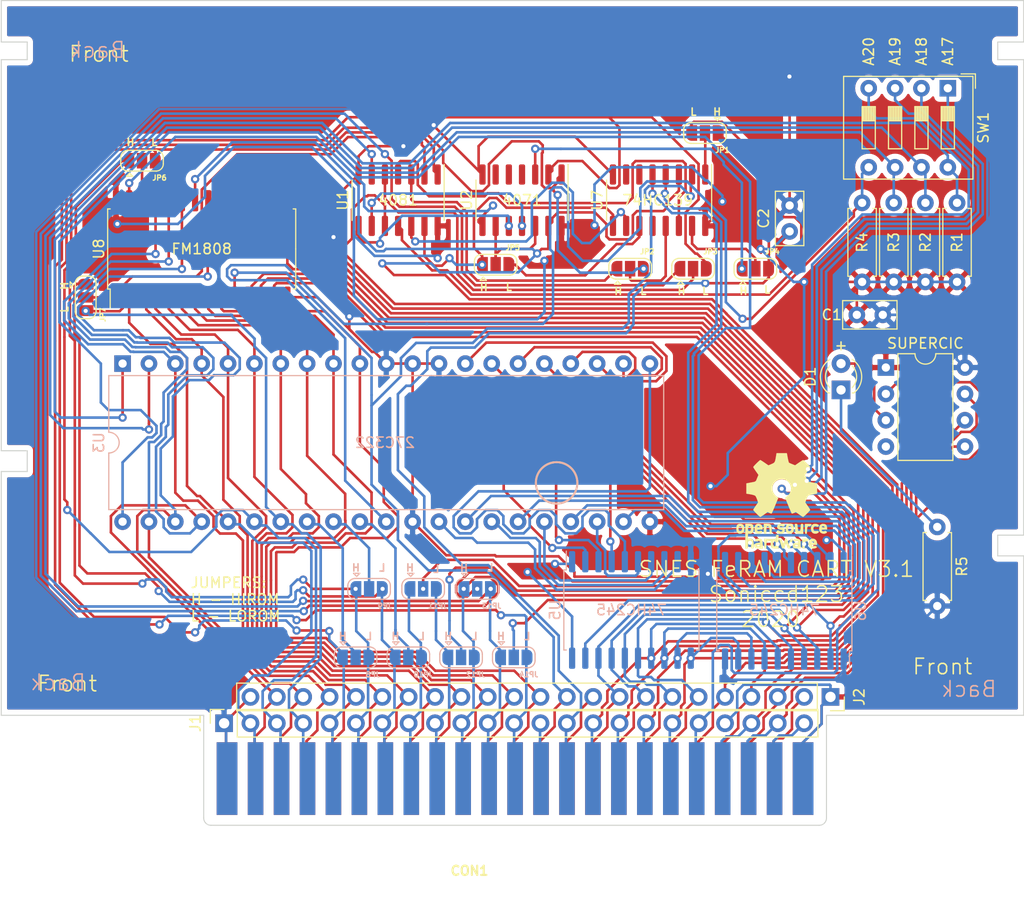
<source format=kicad_pcb>
(kicad_pcb (version 20171130) (host pcbnew "(5.1.4)-1")
  (layers (0 F.Cu signal) (31 B.Cu signal) (34 B.Paste user) (35 F.Paste user) (36 B.SilkS user) (37 F.SilkS user) (38 B.Mask user) (39 F.Mask user) (44 Edge.Cuts user))
  (net 0 "")
  (net 1 GND)
  (net 2 +5V)
  (net 3 /A10)
  (net 4 /A9)
  (net 5 /A8)
  (net 6 /A7)
  (net 7 /A6)
  (net 8 /A5)
  (net 9 /A4)
  (net 10 /A3)
  (net 11 /A2)
  (net 12 /A1)
  (net 13 /A0)
  (net 14 /BYTE)
  (net 15 /IRQ)
  (net 16 /CART_D0)
  (net 17 /CART_D1)
  (net 18 /CART_D2)
  (net 19 /CART_D3)
  (net 20 /RD)
  (net 21 /CIC_OUT)
  (net 22 /CIC_RST)
  (net 23 /RESET)
  (net 24 /A11)
  (net 25 /A12)
  (net 26 /A13)
  (net 27 /EDGE_A15)
  (net 28 /EDGE_BA0)
  (net 29 /EDGE_BA1)
  (net 30 /EDGE_BA2)
  (net 31 /EDGE_BA3)
  (net 32 /EDGE_BA4)
  (net 33 /EDGE_BA5)
  (net 34 /EDGE_BA6)
  (net 35 /BA7)
  (net 36 /CART)
  (net 37 /CART_D4)
  (net 38 /CART_D5)
  (net 39 /CART_D6)
  (net 40 /CART_D7)
  (net 41 /WR)
  (net 42 /CIC_IN)
  (net 43 /CIC_CLK)
  (net 44 /CPU_CLK)
  (net 45 "Net-(D1-Pad2)")
  (net 46 "Net-(JP1-Pad2)")
  (net 47 "Net-(JP1-Pad3)")
  (net 48 "Net-(JP2-Pad1)")
  (net 49 "Net-(JP2-Pad2)")
  (net 50 "Net-(JP3-Pad2)")
  (net 51 "Net-(JP4-Pad1)")
  (net 52 "Net-(JP4-Pad2)")
  (net 53 "Net-(JP5-Pad2)")
  (net 54 "Net-(JP5-Pad3)")
  (net 55 "Net-(JP6-Pad2)")
  (net 56 "Net-(JP7-Pad2)")
  (net 57 /A14)
  (net 58 /A15)
  (net 59 /A16)
  (net 60 /A17)
  (net 61 /A18)
  (net 62 /A19)
  (net 63 /A20)
  (net 64 /A17_ROM)
  (net 65 /A18_ROM)
  (net 66 /A19_ROM)
  (net 67 /A20_ROM)
  (net 68 "Net-(U1-Pad8)")
  (net 69 "Net-(U1-Pad9)")
  (net 70 /RAM_CE)
  (net 71 /D4)
  (net 72 /D12)
  (net 73 /D5)
  (net 74 /D13)
  (net 75 /D6)
  (net 76 /D14)
  (net 77 /D7)
  (net 78 /D15)
  (net 79 /D0)
  (net 80 /D8)
  (net 81 /D1)
  (net 82 /D9)
  (net 83 /D2)
  (net 84 /D10)
  (net 85 /D3)
  (net 86 /D11)
  (net 87 /BYTE_1)
  (net 88 /BYTE_0)
  (net 89 "Net-(JP5-Pad1)")
  (net 90 "Net-(U1-Pad4)")
  (net 91 "Net-(U1-Pad12)")
  (net 92 "Net-(D1-Pad1)")
  (module OPEN:open_hardware (layer F.Cu) (at 163.576 74.295)
    (fp_text reference G*** hide)
    (fp_text value LOGO hide)
  )
  (module db-smt:SNES-EDGE-Bigger (layer F.Cu) (at 132.55498 114.75212)
    (fp_text reference CON1 (at 0.9398 -4.7752) (layer F.SilkS) (effects (font (size 0.889 0.889) (thickness 0.2032))))
    (fp_text value SNES-EDGE hide)
    (fp_line (start -44.16552 -19.7612) (end -24.66594 -19.7612) (layer Edge.Cuts) (width 0.1016))
    (fp_line (start 51.83378 -84.66074) (end 54.33314 -84.66074) (layer Edge.Cuts) (width 0.1016))
    (fp_line (start 51.83378 -82.96148) (end 51.83378 -84.66074) (layer Edge.Cuts) (width 0.1016))
    (fp_line (start -24.66594 -19.7612) (end -24.66594 -19.6596) (layer Edge.Cuts) (width 0.1016))
    (fp_line (start 54.333 -35.1282) (end 51.833 -35.1282) (layer Edge.Cuts) (width 0.1016))
    (fp_line (start 35.33394 -19.7612) (end 54.333 -19.7612) (layer Edge.Cuts) (width 0.1016))
    (fp_line (start 54.33314 -84.66074) (end 54.33314 -88.66124) (layer Edge.Cuts) (width 0.1016))
    (fp_line (start 54.32982 -37.1282) (end 54.33314 -82.96148) (layer Edge.Cuts) (width 0.1016))
    (fp_line (start -23.9649 -9.15924) (end 34.6329 -9.15924) (layer Edge.Cuts) (width 0.1016))
    (fp_line (start 54.333 -35.1282) (end 54.333 -19.7612) (layer Edge.Cuts) (width 0.1016))
    (fp_line (start 54.33314 -82.96148) (end 51.83378 -82.96148) (layer Edge.Cuts) (width 0.1016))
    (fp_line (start 35.33394 -9.86028) (end 35.33394 -19.6596) (layer Edge.Cuts) (width 0.1016))
    (fp_line (start 51.833 -37.1282) (end 54.32982 -37.1282) (layer Edge.Cuts) (width 0.1016))
    (fp_line (start 51.833 -35.1282) (end 51.833 -37.1282) (layer Edge.Cuts) (width 0.1016))
    (fp_line (start 35.33394 -19.6596) (end 35.33394 -19.7612) (layer Edge.Cuts) (width 0.1016))
    (fp_line (start -24.66594 -9.86028) (end -24.66594 -19.6596) (layer Edge.Cuts) (width 0.1016))
    (fp_line (start -44.16552 -19.7612) (end -44.16538 -43.2612) (layer Edge.Cuts) (width 0.1016))
    (fp_line (start -44.16538 -45.2612) (end -41.66602 -45.2612) (layer Edge.Cuts) (width 0.1016))
    (fp_arc (start 34.6329 -9.86028) (end 35.33394 -9.86028) (angle 90) (layer Edge.Cuts) (width 0.09906))
    (fp_line (start -44.16552 -88.66124) (end -16.31696 -88.66124) (layer Edge.Cuts) (width 0.1016))
    (fp_line (start -16.31696 -88.66124) (end 27.23388 -88.66124) (layer Edge.Cuts) (width 0.1016))
    (fp_arc (start -23.9649 -9.86028) (end -23.9649 -9.15924) (angle 90) (layer Edge.Cuts) (width 0.09906))
    (fp_line (start -41.66602 -43.2612) (end -44.16538 -43.2612) (layer Edge.Cuts) (width 0.1016))
    (fp_line (start -41.66602 -45.2612) (end -41.66602 -43.2612) (layer Edge.Cuts) (width 0.1016))
    (fp_line (start -44.16552 -82.96148) (end -44.16538 -45.2612) (layer Edge.Cuts) (width 0.1016))
    (fp_line (start -41.66616 -82.96148) (end -44.16552 -82.96148) (layer Edge.Cuts) (width 0.1016))
    (fp_line (start -41.66616 -84.66074) (end -41.66616 -82.96148) (layer Edge.Cuts) (width 0.1016))
    (fp_line (start -44.16552 -84.66074) (end -41.66616 -84.66074) (layer Edge.Cuts) (width 0.1016))
    (fp_line (start -44.16552 -88.66124) (end -44.16552 -84.66074) (layer Edge.Cuts) (width 0.1016))
    (fp_line (start 27.23388 -88.66124) (end 54.33314 -88.66124) (layer Edge.Cuts) (width 0.1016))
    (pad 22 connect rect (at 20.33524 -13.66012) (size 1.50114 7.00024) (layers F.Cu) (net 19 /CART_D3))
    (pad 54 connect rect (at 22.8346 -13.66012) (size 1.50114 7.00024) (layers B.Cu) (net 41 /WR))
    (pad 38 connect rect (at -17.16532 -13.66012) (size 1.50114 7.00024) (layers B.Cu) (net 25 /A12))
    (pad 49 connect rect (at 10.33526 -13.66012) (size 1.50114 7.00024) (layers B.Cu) (net 36 /CART))
    (pad 42 connect rect (at -7.16534 -13.66012) (size 1.50114 7.00024) (layers B.Cu) (net 29 /EDGE_BA1))
    (pad 55 connect rect (at 25.33396 -13.66012) (size 1.50114 7.00024) (layers B.Cu) (net 42 /CIC_IN))
    (pad 53 connect rect (at 20.33524 -13.66012) (size 1.50114 7.00024) (layers B.Cu) (net 40 /CART_D7))
    (pad 36 connect rect (at -22.4155 -13.66012) (size 1.99898 7.00024) (layers B.Cu) (net 1 GND))
    (pad 51 connect rect (at 15.33398 -13.66012) (size 1.50114 7.00024) (layers B.Cu) (net 38 /CART_D5))
    (pad 21 connect rect (at 17.83334 -13.66012) (size 1.50114 7.00024) (layers F.Cu) (net 18 /CART_D2))
    (pad 48 connect rect (at 7.83336 -13.66012) (size 1.50114 7.00024) (layers B.Cu) (net 35 /BA7))
    (pad 41 connect rect (at -9.66724 -13.66012) (size 1.50114 7.00024) (layers B.Cu) (net 28 /EDGE_BA0))
    (pad 45 connect rect (at 0.33274 -13.66012) (size 1.50114 7.00024) (layers B.Cu) (net 32 /EDGE_BA4))
    (pad 52 connect rect (at 17.83334 -13.66012) (size 1.50114 7.00024) (layers B.Cu) (net 39 /CART_D6))
    (pad 18 connect rect (at 10.33526 -13.66012) (size 1.50114 7.00024) (layers F.Cu) (net 15 /IRQ))
    (pad 56 connect rect (at 27.83332 -13.66012) (size 1.50114 7.00024) (layers B.Cu) (net 43 /CIC_CLK))
    (pad 19 connect rect (at 12.83462 -13.66012) (size 1.50114 7.00024) (layers F.Cu) (net 16 /CART_D0))
    (pad 24 connect rect (at 25.33396 -13.66012) (size 1.50114 7.00024) (layers F.Cu) (net 21 /CIC_OUT))
    (pad 26 connect rect (at 30.33522 -13.66012) (size 1.50114 7.00024) (layers F.Cu) (net 23 /RESET))
    (pad 25 connect rect (at 27.83332 -13.66012) (size 1.50114 7.00024) (layers F.Cu) (net 22 /CIC_RST))
    (pad 43 connect rect (at -4.66598 -13.66012) (size 1.50114 7.00024) (layers B.Cu) (net 30 /EDGE_BA2))
    (pad 37 connect rect (at -19.66722 -13.66012) (size 1.50114 7.00024) (layers B.Cu) (net 24 /A11))
    (pad 27 connect rect (at 33.0835 -13.66012) (size 1.99898 7.00024) (layers F.Cu) (net 2 +5V))
    (pad 46 connect rect (at 2.83464 -13.66012) (size 1.50114 7.00024) (layers B.Cu) (net 33 /EDGE_BA5))
    (pad 40 connect rect (at -12.1666 -13.66012) (size 1.50114 7.00024) (layers B.Cu) (net 27 /EDGE_A15))
    (pad 23 connect rect (at 22.8346 -13.66012) (size 1.50114 7.00024) (layers F.Cu) (net 20 /RD))
    (pad 20 connect rect (at 15.33398 -13.66012) (size 1.50114 7.00024) (layers F.Cu) (net 17 /CART_D1))
    (pad 39 connect rect (at -14.66596 -13.66012) (size 1.50114 7.00024) (layers B.Cu) (net 26 /A13))
    (pad 57 connect rect (at 30.33522 -13.66012) (size 1.50114 7.00024) (layers B.Cu) (net 44 /CPU_CLK))
    (pad 47 connect rect (at 5.334 -13.66012) (size 1.50114 7.00024) (layers B.Cu) (net 34 /EDGE_BA6))
    (pad 58 connect rect (at 33.0835 -13.66012) (size 1.99898 7.00024) (layers B.Cu) (net 2 +5V))
    (pad 50 connect rect (at 12.83462 -13.66012) (size 1.50114 7.00024) (layers B.Cu) (net 37 /CART_D4))
    (pad 44 connect rect (at -2.16662 -13.66012) (size 1.50114 7.00024) (layers B.Cu) (net 31 /EDGE_BA3))
    (pad 5 connect rect (at -22.4155 -13.66012) (size 1.99898 7.00024) (layers F.Cu) (net 1 GND))
    (pad 16 connect rect (at 5.334 -13.66012) (size 1.50114 7.00024) (layers F.Cu) (net 13 /A0))
    (pad 13 connect rect (at -2.16662 -13.66012) (size 1.50114 7.00024) (layers F.Cu) (net 10 /A3))
    (pad 11 connect rect (at -7.16534 -13.66012) (size 1.50114 7.00024) (layers F.Cu) (net 8 /A5))
    (pad 10 connect rect (at -9.66724 -13.66012) (size 1.50114 7.00024) (layers F.Cu) (net 7 /A6))
    (pad 9 connect rect (at -12.1666 -13.66012) (size 1.50114 7.00024) (layers F.Cu) (net 6 /A7))
    (pad 8 connect rect (at -14.66596 -13.66012) (size 1.50114 7.00024) (layers F.Cu) (net 5 /A8))
    (pad 14 connect rect (at 0.33274 -13.66012) (size 1.50114 7.00024) (layers F.Cu) (net 11 /A2))
    (pad 6 connect rect (at -19.66722 -13.66012) (size 1.50114 7.00024) (layers F.Cu) (net 3 /A10))
    (pad 15 connect rect (at 2.83464 -13.66012) (size 1.50114 7.00024) (layers F.Cu) (net 12 /A1))
    (pad 12 connect rect (at -4.66598 -13.66012) (size 1.50114 7.00024) (layers F.Cu) (net 9 /A4))
    (pad 17 connect rect (at 7.83336 -13.66012) (size 1.50114 7.00024) (layers F.Cu) (net 14 /BYTE))
    (pad 7 connect rect (at -17.16532 -13.66012) (size 1.50114 7.00024) (layers F.Cu) (net 4 /A9))
  )
  (module Resistor_THT:R_Axial_DIN0207_L6.3mm_D2.5mm_P7.62mm_Horizontal (layer F.Cu) (at 178.562 76.835 270)
    (fp_text reference R5 (at 3.81 -2.37 90) (layer F.SilkS))
    (fp_text value 1K)
    (pad 2 thru_hole oval (at 7.62 0 270) (size 1.6 1.6) (drill 0.8) (layers *.Cu *.Mask) (net 1 GND))
    (pad 1 thru_hole circle (at 0 0 270) (size 1.6 1.6) (drill 0.8) (layers *.Cu *.Mask) (net 92 "Net-(D1-Pad1)"))
  )
  (module Package_DIP:DIP-8_W7.62mm (layer F.Cu) (at 173.609 61.468)
    (fp_text reference SUPERCIC (at 3.81 -2.33) (layer F.SilkS))
    (fp_text value PIC12F629-IMC)
    (pad 1 thru_hole rect (at 0 0) (size 1.6 1.6) (drill 0.8) (layers *.Cu *.Mask) (net 2 +5V))
    (pad 5 thru_hole oval (at 7.62 7.62) (size 1.6 1.6) (drill 0.8) (layers *.Cu *.Mask) (net 22 /CIC_RST))
    (pad 2 thru_hole oval (at 0 2.54) (size 1.6 1.6) (drill 0.8) (layers *.Cu *.Mask) (net 43 /CIC_CLK))
    (pad 6 thru_hole oval (at 7.62 5.08) (size 1.6 1.6) (drill 0.8) (layers *.Cu *.Mask) (net 21 /CIC_OUT))
    (pad 3 thru_hole oval (at 0 5.08) (size 1.6 1.6) (drill 0.8) (layers *.Cu *.Mask) (net 45 "Net-(D1-Pad2)"))
    (pad 7 thru_hole oval (at 7.62 2.54) (size 1.6 1.6) (drill 0.8) (layers *.Cu *.Mask) (net 42 /CIC_IN))
    (pad 4 thru_hole oval (at 0 7.62) (size 1.6 1.6) (drill 0.8) (layers *.Cu *.Mask))
    (pad 8 thru_hole oval (at 7.62 0) (size 1.6 1.6) (drill 0.8) (layers *.Cu *.Mask) (net 1 GND))
  )
  (module Jumper:SolderJumper-3_P1.3mm_Open_RoundedPad1.0x1.5mm (layer F.Cu) (at 96.52 54.707 270)
    (fp_text reference JP7 (at 1.681 -1.651 90) (layer F.SilkS) (effects (font (size 0.5 0.5) (thickness 0.125))))
    (fp_text value SolderJumper_3_Open)
    (pad 2 smd rect (at 0 0 270) (size 1 1.5) (layers F.Cu F.Mask) (net 56 "Net-(JP7-Pad2)"))
    (pad 3 smd custom (at 1.3 0 270) (size 1 0.5) (layers F.Cu F.Mask) (net 26 /A13) (options (clearance outline) (anchor rect)) (primitives (gr_circle (center 0 0.25) (end 0.5 0.25) (width 0)) (gr_circle (center 0 -0.25) (end 0.5 -0.25) (width 0)) (gr_poly (pts (xy -0.55 -0.75) (xy 0 -0.75) (xy 0 0.75) (xy -0.55 0.75)) (width 0))))
    (pad 1 smd custom (at -1.3 0 270) (size 1 0.5) (layers F.Cu F.Mask) (net 29 /EDGE_BA1) (options (clearance outline) (anchor rect)) (primitives (gr_circle (center 0 0.25) (end 0.5 0.25) (width 0)) (gr_circle (center 0 -0.25) (end 0.5 -0.25) (width 0)) (gr_poly (pts (xy 0.55 -0.75) (xy 0 -0.75) (xy 0 0.75) (xy 0.55 0.75)) (width 0))))
  )
  (module Jumper:SolderJumper-3_P1.3mm_Open_RoundedPad1.0x1.5mm (layer F.Cu) (at 101.951 41.529)
    (fp_text reference JP6 (at 1.681 1.651) (layer F.SilkS) (effects (font (size 0.5 0.5) (thickness 0.125))))
    (fp_text value SolderJumper_3_Open)
    (pad 2 smd rect (at 0 0) (size 1 1.5) (layers F.Cu F.Mask) (net 55 "Net-(JP6-Pad2)"))
    (pad 3 smd custom (at 1.3 0) (size 1 0.5) (layers F.Cu F.Mask) (net 25 /A12) (options (clearance outline) (anchor rect)) (primitives (gr_circle (center 0 0.25) (end 0.5 0.25) (width 0)) (gr_circle (center 0 -0.25) (end 0.5 -0.25) (width 0)) (gr_poly (pts (xy -0.55 -0.75) (xy 0 -0.75) (xy 0 0.75) (xy -0.55 0.75)) (width 0))))
    (pad 1 smd custom (at -1.3 0) (size 1 0.5) (layers F.Cu F.Mask) (net 28 /EDGE_BA0) (options (clearance outline) (anchor rect)) (primitives (gr_circle (center 0 0.25) (end 0.5 0.25) (width 0)) (gr_circle (center 0 -0.25) (end 0.5 -0.25) (width 0)) (gr_poly (pts (xy 0.55 -0.75) (xy 0 -0.75) (xy 0 0.75) (xy 0.55 0.75)) (width 0))))
  )
  (module Jumper:SolderJumper-3_P1.3mm_Open_RoundedPad1.0x1.5mm (layer F.Cu) (at 136.017 51.562)
    (fp_text reference JP5 (at 1.651 -1.651) (layer F.SilkS) (effects (font (size 0.5 0.5) (thickness 0.125))))
    (fp_text value SolderJumper_3_Open)
    (pad 2 smd rect (at 0 0) (size 1 1.5) (layers F.Cu F.Mask) (net 53 "Net-(JP5-Pad2)"))
    (pad 3 smd custom (at 1.3 0) (size 1 0.5) (layers F.Cu F.Mask) (net 54 "Net-(JP5-Pad3)") (options (clearance outline) (anchor rect)) (primitives (gr_circle (center 0 0.25) (end 0.5 0.25) (width 0)) (gr_circle (center 0 -0.25) (end 0.5 -0.25) (width 0)) (gr_poly (pts (xy -0.55 -0.75) (xy 0 -0.75) (xy 0 0.75) (xy -0.55 0.75)) (width 0))))
    (pad 1 smd custom (at -1.3 0) (size 1 0.5) (layers F.Cu F.Mask) (net 89 "Net-(JP5-Pad1)") (options (clearance outline) (anchor rect)) (primitives (gr_circle (center 0 0.25) (end 0.5 0.25) (width 0)) (gr_circle (center 0 -0.25) (end 0.5 -0.25) (width 0)) (gr_poly (pts (xy 0.55 -0.75) (xy 0 -0.75) (xy 0 0.75) (xy 0.55 0.75)) (width 0))))
  )
  (module Jumper:SolderJumper-3_P1.3mm_Open_RoundedPad1.0x1.5mm (layer F.Cu) (at 161.036 51.943)
    (fp_text reference JP4 (at 1.651 -1.651) (layer F.SilkS) (effects (font (size 0.5 0.5) (thickness 0.125))))
    (fp_text value SolderJumper_3_Open)
    (pad 2 smd rect (at 0 0) (size 1 1.5) (layers F.Cu F.Mask) (net 52 "Net-(JP4-Pad2)"))
    (pad 3 smd custom (at 1.3 0) (size 1 0.5) (layers F.Cu F.Mask) (net 36 /CART) (options (clearance outline) (anchor rect)) (primitives (gr_circle (center 0 0.25) (end 0.5 0.25) (width 0)) (gr_circle (center 0 -0.25) (end 0.5 -0.25) (width 0)) (gr_poly (pts (xy -0.55 -0.75) (xy 0 -0.75) (xy 0 0.75) (xy -0.55 0.75)) (width 0))))
    (pad 1 smd custom (at -1.3 0) (size 1 0.5) (layers F.Cu F.Mask) (net 51 "Net-(JP4-Pad1)") (options (clearance outline) (anchor rect)) (primitives (gr_circle (center 0 0.25) (end 0.5 0.25) (width 0)) (gr_circle (center 0 -0.25) (end 0.5 -0.25) (width 0)) (gr_poly (pts (xy 0.55 -0.75) (xy 0 -0.75) (xy 0 0.75) (xy 0.55 0.75)) (width 0))))
  )
  (module Jumper:SolderJumper-3_P1.3mm_Open_RoundedPad1.0x1.5mm (layer F.Cu) (at 155.037 51.943)
    (fp_text reference JP3 (at 1.681 -1.651) (layer F.SilkS) (effects (font (size 0.5 0.5) (thickness 0.125))))
    (fp_text value SolderJumper_3_Open)
    (pad 2 smd rect (at 0 0) (size 1 1.5) (layers F.Cu F.Mask) (net 50 "Net-(JP3-Pad2)"))
    (pad 3 smd custom (at 1.3 0) (size 1 0.5) (layers F.Cu F.Mask) (net 34 /EDGE_BA6) (options (clearance outline) (anchor rect)) (primitives (gr_circle (center 0 0.25) (end 0.5 0.25) (width 0)) (gr_circle (center 0 -0.25) (end 0.5 -0.25) (width 0)) (gr_poly (pts (xy -0.55 -0.75) (xy 0 -0.75) (xy 0 0.75) (xy -0.55 0.75)) (width 0))))
    (pad 1 smd custom (at -1.3 0) (size 1 0.5) (layers F.Cu F.Mask) (net 32 /EDGE_BA4) (options (clearance outline) (anchor rect)) (primitives (gr_circle (center 0 0.25) (end 0.5 0.25) (width 0)) (gr_circle (center 0 -0.25) (end 0.5 -0.25) (width 0)) (gr_poly (pts (xy 0.55 -0.75) (xy 0 -0.75) (xy 0 0.75) (xy 0.55 0.75)) (width 0))))
  )
  (module Jumper:SolderJumper-3_P1.3mm_Open_RoundedPad1.0x1.5mm (layer F.Cu) (at 148.971 51.943)
    (fp_text reference JP2 (at 1.651 -1.651) (layer F.SilkS) (effects (font (size 0.5 0.5) (thickness 0.125))))
    (fp_text value SolderJumper_3_Open)
    (pad 2 smd rect (at 0 0) (size 1 1.5) (layers F.Cu F.Mask) (net 49 "Net-(JP2-Pad2)"))
    (pad 3 smd custom (at 1.3 0) (size 1 0.5) (layers F.Cu F.Mask) (net 27 /EDGE_A15) (options (clearance outline) (anchor rect)) (primitives (gr_circle (center 0 0.25) (end 0.5 0.25) (width 0)) (gr_circle (center 0 -0.25) (end 0.5 -0.25) (width 0)) (gr_poly (pts (xy -0.55 -0.75) (xy 0 -0.75) (xy 0 0.75) (xy -0.55 0.75)) (width 0))))
    (pad 1 smd custom (at -1.3 0) (size 1 0.5) (layers F.Cu F.Mask) (net 48 "Net-(JP2-Pad1)") (options (clearance outline) (anchor rect)) (primitives (gr_circle (center 0 0.25) (end 0.5 0.25) (width 0)) (gr_circle (center 0 -0.25) (end 0.5 -0.25) (width 0)) (gr_poly (pts (xy 0.55 -0.75) (xy 0 -0.75) (xy 0 0.75) (xy 0.55 0.75)) (width 0))))
  )
  (module Jumper:SolderJumper-3_P1.3mm_Open_RoundedPad1.0x1.5mm (layer F.Cu) (at 156.18 38.862 180)
    (fp_text reference JP1 (at -1.681 -1.651) (layer F.SilkS) (effects (font (size 0.5 0.5) (thickness 0.125))))
    (fp_text value SolderJumper_3_Open)
    (pad 2 smd rect (at 0 0 180) (size 1 1.5) (layers F.Cu F.Mask) (net 46 "Net-(JP1-Pad2)"))
    (pad 3 smd custom (at 1.3 0 180) (size 1 0.5) (layers F.Cu F.Mask) (net 47 "Net-(JP1-Pad3)") (options (clearance outline) (anchor rect)) (primitives (gr_circle (center 0 0.25) (end 0.5 0.25) (width 0)) (gr_circle (center 0 -0.25) (end 0.5 -0.25) (width 0)) (gr_poly (pts (xy -0.55 -0.75) (xy 0 -0.75) (xy 0 0.75) (xy -0.55 0.75)) (width 0))))
    (pad 1 smd custom (at -1.3 0 180) (size 1 0.5) (layers F.Cu F.Mask) (net 36 /CART) (options (clearance outline) (anchor rect)) (primitives (gr_circle (center 0 0.25) (end 0.5 0.25) (width 0)) (gr_circle (center 0 -0.25) (end 0.5 -0.25) (width 0)) (gr_poly (pts (xy 0.55 -0.75) (xy 0 -0.75) (xy 0 0.75) (xy 0.55 0.75)) (width 0))))
  )
  (module Connector_PinSocket_2.54mm:PinSocket_1x23_P2.54mm_Vertical (layer F.Cu) (at 109.855 95.758 90)
    (fp_text reference J1 (at 0 -2.77 90) (layer F.SilkS))
    (fp_text value Conn_01x23_Male)
    (pad 1 thru_hole rect (at 0 0 90) (size 1.7 1.7) (drill 1) (layers *.Cu *.Mask) (net 1 GND))
    (pad 2 thru_hole oval (at 0 2.54 90) (size 1.7 1.7) (drill 1) (layers *.Cu *.Mask) (net 24 /A11))
    (pad 3 thru_hole oval (at 0 5.08 90) (size 1.7 1.7) (drill 1) (layers *.Cu *.Mask) (net 25 /A12))
    (pad 4 thru_hole oval (at 0 7.62 90) (size 1.7 1.7) (drill 1) (layers *.Cu *.Mask) (net 26 /A13))
    (pad 5 thru_hole oval (at 0 10.16 90) (size 1.7 1.7) (drill 1) (layers *.Cu *.Mask) (net 27 /EDGE_A15))
    (pad 6 thru_hole oval (at 0 12.7 90) (size 1.7 1.7) (drill 1) (layers *.Cu *.Mask) (net 28 /EDGE_BA0))
    (pad 7 thru_hole oval (at 0 15.24 90) (size 1.7 1.7) (drill 1) (layers *.Cu *.Mask) (net 29 /EDGE_BA1))
    (pad 8 thru_hole oval (at 0 17.78 90) (size 1.7 1.7) (drill 1) (layers *.Cu *.Mask) (net 30 /EDGE_BA2))
    (pad 9 thru_hole oval (at 0 20.32 90) (size 1.7 1.7) (drill 1) (layers *.Cu *.Mask) (net 31 /EDGE_BA3))
    (pad 10 thru_hole oval (at 0 22.86 90) (size 1.7 1.7) (drill 1) (layers *.Cu *.Mask) (net 32 /EDGE_BA4))
    (pad 11 thru_hole oval (at 0 25.4 90) (size 1.7 1.7) (drill 1) (layers *.Cu *.Mask) (net 33 /EDGE_BA5))
    (pad 12 thru_hole oval (at 0 27.94 90) (size 1.7 1.7) (drill 1) (layers *.Cu *.Mask) (net 34 /EDGE_BA6))
    (pad 13 thru_hole oval (at 0 30.48 90) (size 1.7 1.7) (drill 1) (layers *.Cu *.Mask) (net 35 /BA7))
    (pad 14 thru_hole oval (at 0 33.02 90) (size 1.7 1.7) (drill 1) (layers *.Cu *.Mask) (net 36 /CART))
    (pad 15 thru_hole oval (at 0 35.56 90) (size 1.7 1.7) (drill 1) (layers *.Cu *.Mask) (net 37 /CART_D4))
    (pad 16 thru_hole oval (at 0 38.1 90) (size 1.7 1.7) (drill 1) (layers *.Cu *.Mask) (net 38 /CART_D5))
    (pad 17 thru_hole oval (at 0 40.64 90) (size 1.7 1.7) (drill 1) (layers *.Cu *.Mask) (net 39 /CART_D6))
    (pad 18 thru_hole oval (at 0 43.18 90) (size 1.7 1.7) (drill 1) (layers *.Cu *.Mask) (net 40 /CART_D7))
    (pad 19 thru_hole oval (at 0 45.72 90) (size 1.7 1.7) (drill 1) (layers *.Cu *.Mask) (net 41 /WR))
    (pad 20 thru_hole oval (at 0 48.26 90) (size 1.7 1.7) (drill 1) (layers *.Cu *.Mask) (net 2 +5V))
    (pad 21 thru_hole oval (at 0 50.8 90) (size 1.7 1.7) (drill 1) (layers *.Cu *.Mask) (net 42 /CIC_IN))
    (pad 22 thru_hole oval (at 0 53.34 90) (size 1.7 1.7) (drill 1) (layers *.Cu *.Mask) (net 43 /CIC_CLK))
    (pad 23 thru_hole oval (at 0 55.88 90) (size 1.7 1.7) (drill 1) (layers *.Cu *.Mask) (net 44 /CPU_CLK))
  )
  (module Connector_PinSocket_2.54mm:PinSocket_1x23_P2.54mm_Vertical (layer F.Cu) (at 168.275 93.218 270)
    (fp_text reference J2 (at 0 -2.77 90) (layer F.SilkS))
    (fp_text value Conn_01x23_Male)
    (pad 23 thru_hole oval (at 0 55.88 270) (size 1.7 1.7) (drill 1) (layers *.Cu *.Mask) (net 1 GND))
    (pad 22 thru_hole oval (at 0 53.34 270) (size 1.7 1.7) (drill 1) (layers *.Cu *.Mask) (net 3 /A10))
    (pad 21 thru_hole oval (at 0 50.8 270) (size 1.7 1.7) (drill 1) (layers *.Cu *.Mask) (net 4 /A9))
    (pad 20 thru_hole oval (at 0 48.26 270) (size 1.7 1.7) (drill 1) (layers *.Cu *.Mask) (net 5 /A8))
    (pad 19 thru_hole oval (at 0 45.72 270) (size 1.7 1.7) (drill 1) (layers *.Cu *.Mask) (net 6 /A7))
    (pad 18 thru_hole oval (at 0 43.18 270) (size 1.7 1.7) (drill 1) (layers *.Cu *.Mask) (net 7 /A6))
    (pad 17 thru_hole oval (at 0 40.64 270) (size 1.7 1.7) (drill 1) (layers *.Cu *.Mask) (net 8 /A5))
    (pad 16 thru_hole oval (at 0 38.1 270) (size 1.7 1.7) (drill 1) (layers *.Cu *.Mask) (net 9 /A4))
    (pad 15 thru_hole oval (at 0 35.56 270) (size 1.7 1.7) (drill 1) (layers *.Cu *.Mask) (net 10 /A3))
    (pad 14 thru_hole oval (at 0 33.02 270) (size 1.7 1.7) (drill 1) (layers *.Cu *.Mask) (net 11 /A2))
    (pad 13 thru_hole oval (at 0 30.48 270) (size 1.7 1.7) (drill 1) (layers *.Cu *.Mask) (net 12 /A1))
    (pad 12 thru_hole oval (at 0 27.94 270) (size 1.7 1.7) (drill 1) (layers *.Cu *.Mask) (net 13 /A0))
    (pad 11 thru_hole oval (at 0 25.4 270) (size 1.7 1.7) (drill 1) (layers *.Cu *.Mask) (net 14 /BYTE))
    (pad 10 thru_hole oval (at 0 22.86 270) (size 1.7 1.7) (drill 1) (layers *.Cu *.Mask) (net 15 /IRQ))
    (pad 9 thru_hole oval (at 0 20.32 270) (size 1.7 1.7) (drill 1) (layers *.Cu *.Mask) (net 16 /CART_D0))
    (pad 8 thru_hole oval (at 0 17.78 270) (size 1.7 1.7) (drill 1) (layers *.Cu *.Mask) (net 17 /CART_D1))
    (pad 7 thru_hole oval (at 0 15.24 270) (size 1.7 1.7) (drill 1) (layers *.Cu *.Mask) (net 18 /CART_D2))
    (pad 6 thru_hole oval (at 0 12.7 270) (size 1.7 1.7) (drill 1) (layers *.Cu *.Mask) (net 19 /CART_D3))
    (pad 5 thru_hole oval (at 0 10.16 270) (size 1.7 1.7) (drill 1) (layers *.Cu *.Mask) (net 20 /RD))
    (pad 4 thru_hole oval (at 0 7.62 270) (size 1.7 1.7) (drill 1) (layers *.Cu *.Mask) (net 21 /CIC_OUT))
    (pad 3 thru_hole oval (at 0 5.08 270) (size 1.7 1.7) (drill 1) (layers *.Cu *.Mask) (net 22 /CIC_RST))
    (pad 2 thru_hole oval (at 0 2.54 270) (size 1.7 1.7) (drill 1) (layers *.Cu *.Mask) (net 23 /RESET))
    (pad 1 thru_hole rect (at 0 0 270) (size 1.7 1.7) (drill 1) (layers *.Cu *.Mask) (net 2 +5V))
  )
  (module Package_SO:SOIC-20W_7.5x12.8mm_P1.27mm (layer B.Cu) (at 149.098 84.836 270)
    (fp_text reference U5 (at 0 7.35 270) (layer B.SilkS) (effects (justify mirror)))
    (fp_text value 74LS245)
    (pad 20 smd roundrect (at 4.65 5.715 270) (size 2.05 0.6) (layers B.Cu B.Paste B.Mask) (net 2 +5V))
    (pad 19 smd roundrect (at 4.65 4.445 270) (size 2.05 0.6) (layers B.Cu B.Paste B.Mask) (net 87 /BYTE_1))
    (pad 18 smd roundrect (at 4.65 3.175 270) (size 2.05 0.6) (layers B.Cu B.Paste B.Mask) (net 16 /CART_D0))
    (pad 17 smd roundrect (at 4.65 1.905 270) (size 2.05 0.6) (layers B.Cu B.Paste B.Mask) (net 17 /CART_D1))
    (pad 16 smd roundrect (at 4.65 0.635 270) (size 2.05 0.6) (layers B.Cu B.Paste B.Mask) (net 18 /CART_D2))
    (pad 15 smd roundrect (at 4.65 -0.635 270) (size 2.05 0.6) (layers B.Cu B.Paste B.Mask) (net 19 /CART_D3))
    (pad 14 smd roundrect (at 4.65 -1.905 270) (size 2.05 0.6) (layers B.Cu B.Paste B.Mask) (net 37 /CART_D4))
    (pad 13 smd roundrect (at 4.65 -3.175 270) (size 2.05 0.6) (layers B.Cu B.Paste B.Mask) (net 38 /CART_D5))
    (pad 12 smd roundrect (at 4.65 -4.445 270) (size 2.05 0.6) (layers B.Cu B.Paste B.Mask) (net 39 /CART_D6))
    (pad 11 smd roundrect (at 4.65 -5.715 270) (size 2.05 0.6) (layers B.Cu B.Paste B.Mask) (net 40 /CART_D7))
    (pad 10 smd roundrect (at -4.65 -5.715 270) (size 2.05 0.6) (layers B.Cu B.Paste B.Mask) (net 1 GND))
    (pad 9 smd roundrect (at -4.65 -4.445 270) (size 2.05 0.6) (layers B.Cu B.Paste B.Mask) (net 78 /D15))
    (pad 8 smd roundrect (at -4.65 -3.175 270) (size 2.05 0.6) (layers B.Cu B.Paste B.Mask) (net 76 /D14))
    (pad 7 smd roundrect (at -4.65 -1.905 270) (size 2.05 0.6) (layers B.Cu B.Paste B.Mask) (net 74 /D13))
    (pad 6 smd roundrect (at -4.65 -0.635 270) (size 2.05 0.6) (layers B.Cu B.Paste B.Mask) (net 72 /D12))
    (pad 5 smd roundrect (at -4.65 0.635 270) (size 2.05 0.6) (layers B.Cu B.Paste B.Mask) (net 86 /D11))
    (pad 4 smd roundrect (at -4.65 1.905 270) (size 2.05 0.6) (layers B.Cu B.Paste B.Mask) (net 84 /D10))
    (pad 3 smd roundrect (at -4.65 3.175 270) (size 2.05 0.6) (layers B.Cu B.Paste B.Mask) (net 82 /D9))
    (pad 2 smd roundrect (at -4.65 4.445 270) (size 2.05 0.6) (layers B.Cu B.Paste B.Mask) (net 80 /D8))
    (pad 1 smd roundrect (at -4.65 5.715 270) (size 2.05 0.6) (layers B.Cu B.Paste B.Mask) (net 2 +5V))
  )
  (module Package_SO:SOIC-28W_7.5x17.9mm_P1.27mm (layer F.Cu) (at 107.696 50.038 90)
    (fp_text reference U8 (at 0 -9.906 270) (layer F.SilkS))
    (fp_text value FM18W08-SG)
    (pad 28 smd roundrect (at 4.65 -8.255 90) (size 2.05 0.6) (layers F.Cu F.Paste F.Mask) (net 2 +5V))
    (pad 27 smd roundrect (at 4.65 -6.985 90) (size 2.05 0.6) (layers F.Cu F.Paste F.Mask) (net 41 /WR))
    (pad 26 smd roundrect (at 4.65 -5.715 90) (size 2.05 0.6) (layers F.Cu F.Paste F.Mask) (net 55 "Net-(JP6-Pad2)"))
    (pad 25 smd roundrect (at 4.65 -4.445 90) (size 2.05 0.6) (layers F.Cu F.Paste F.Mask) (net 6 /A7))
    (pad 24 smd roundrect (at 4.65 -3.175 90) (size 2.05 0.6) (layers F.Cu F.Paste F.Mask) (net 5 /A8))
    (pad 23 smd roundrect (at 4.65 -1.905 90) (size 2.05 0.6) (layers F.Cu F.Paste F.Mask) (net 3 /A10))
    (pad 22 smd roundrect (at 4.65 -0.635 90) (size 2.05 0.6) (layers F.Cu F.Paste F.Mask) (net 20 /RD))
    (pad 21 smd roundrect (at 4.65 0.635 90) (size 2.05 0.6) (layers F.Cu F.Paste F.Mask) (net 4 /A9))
    (pad 20 smd roundrect (at 4.65 1.905 90) (size 2.05 0.6) (layers F.Cu F.Paste F.Mask) (net 70 /RAM_CE))
    (pad 19 smd roundrect (at 4.65 3.175 90) (size 2.05 0.6) (layers F.Cu F.Paste F.Mask) (net 40 /CART_D7))
    (pad 18 smd roundrect (at 4.65 4.445 90) (size 2.05 0.6) (layers F.Cu F.Paste F.Mask) (net 39 /CART_D6))
    (pad 17 smd roundrect (at 4.65 5.715 90) (size 2.05 0.6) (layers F.Cu F.Paste F.Mask) (net 38 /CART_D5))
    (pad 16 smd roundrect (at 4.65 6.985 90) (size 2.05 0.6) (layers F.Cu F.Paste F.Mask) (net 37 /CART_D4))
    (pad 15 smd roundrect (at 4.65 8.255 90) (size 2.05 0.6) (layers F.Cu F.Paste F.Mask) (net 19 /CART_D3))
    (pad 14 smd roundrect (at -4.65 8.255 90) (size 2.05 0.6) (layers F.Cu F.Paste F.Mask) (net 1 GND))
    (pad 13 smd roundrect (at -4.65 6.985 90) (size 2.05 0.6) (layers F.Cu F.Paste F.Mask) (net 18 /CART_D2))
    (pad 12 smd roundrect (at -4.65 5.715 90) (size 2.05 0.6) (layers F.Cu F.Paste F.Mask) (net 17 /CART_D1))
    (pad 11 smd roundrect (at -4.65 4.445 90) (size 2.05 0.6) (layers F.Cu F.Paste F.Mask) (net 16 /CART_D0))
    (pad 10 smd roundrect (at -4.65 3.175 90) (size 2.05 0.6) (layers F.Cu F.Paste F.Mask) (net 14 /BYTE))
    (pad 9 smd roundrect (at -4.65 1.905 90) (size 2.05 0.6) (layers F.Cu F.Paste F.Mask) (net 13 /A0))
    (pad 8 smd roundrect (at -4.65 0.635 90) (size 2.05 0.6) (layers F.Cu F.Paste F.Mask) (net 12 /A1))
    (pad 7 smd roundrect (at -4.65 -0.635 90) (size 2.05 0.6) (layers F.Cu F.Paste F.Mask) (net 11 /A2))
    (pad 6 smd roundrect (at -4.65 -1.905 90) (size 2.05 0.6) (layers F.Cu F.Paste F.Mask) (net 10 /A3))
    (pad 5 smd roundrect (at -4.65 -3.175 90) (size 2.05 0.6) (layers F.Cu F.Paste F.Mask) (net 9 /A4))
    (pad 4 smd roundrect (at -4.65 -4.445 90) (size 2.05 0.6) (layers F.Cu F.Paste F.Mask) (net 8 /A5))
    (pad 3 smd roundrect (at -4.65 -5.715 90) (size 2.05 0.6) (layers F.Cu F.Paste F.Mask) (net 7 /A6))
    (pad 2 smd roundrect (at -4.65 -6.985 90) (size 2.05 0.6) (layers F.Cu F.Paste F.Mask) (net 24 /A11))
    (pad 1 smd roundrect (at -4.65 -8.255 90) (size 2.05 0.6) (layers F.Cu F.Paste F.Mask) (net 56 "Net-(JP7-Pad2)"))
  )
  (module Package_SO:SOIC-16_3.9x9.9mm_P1.27mm (layer F.Cu) (at 151.765 45.339 270)
    (fp_text reference U7 (at 0 5.969 270) (layer F.SilkS))
    (fp_text value 74LS139)
    (pad 1 smd roundrect (at -2.475 -4.445 270) (size 1.95 0.6) (layers F.Cu F.Paste F.Mask) (net 46 "Net-(JP1-Pad2)"))
    (pad 2 smd roundrect (at -2.475 -3.175 270) (size 1.95 0.6) (layers F.Cu F.Paste F.Mask) (net 14 /BYTE))
    (pad 3 smd roundrect (at -2.475 -1.905 270) (size 1.95 0.6) (layers F.Cu F.Paste F.Mask) (net 20 /RD))
    (pad 4 smd roundrect (at -2.475 -0.635 270) (size 1.95 0.6) (layers F.Cu F.Paste F.Mask) (net 87 /BYTE_1))
    (pad 5 smd roundrect (at -2.475 0.635 270) (size 1.95 0.6) (layers F.Cu F.Paste F.Mask) (net 88 /BYTE_0))
    (pad 6 smd roundrect (at -2.475 1.905 270) (size 1.95 0.6) (layers F.Cu F.Paste F.Mask))
    (pad 7 smd roundrect (at -2.475 3.175 270) (size 1.95 0.6) (layers F.Cu F.Paste F.Mask))
    (pad 8 smd roundrect (at -2.475 4.445 270) (size 1.95 0.6) (layers F.Cu F.Paste F.Mask) (net 1 GND))
    (pad 9 smd roundrect (at 2.475 4.445 270) (size 1.95 0.6) (layers F.Cu F.Paste F.Mask) (net 89 "Net-(JP5-Pad1)"))
    (pad 10 smd roundrect (at 2.475 3.175 270) (size 1.95 0.6) (layers F.Cu F.Paste F.Mask) (net 91 "Net-(U1-Pad12)"))
    (pad 11 smd roundrect (at 2.475 1.905 270) (size 1.95 0.6) (layers F.Cu F.Paste F.Mask) (net 54 "Net-(JP5-Pad3)"))
    (pad 12 smd roundrect (at 2.475 0.635 270) (size 1.95 0.6) (layers F.Cu F.Paste F.Mask))
    (pad 13 smd roundrect (at 2.475 -0.635 270) (size 1.95 0.6) (layers F.Cu F.Paste F.Mask) (net 49 "Net-(JP2-Pad2)"))
    (pad 14 smd roundrect (at 2.475 -1.905 270) (size 1.95 0.6) (layers F.Cu F.Paste F.Mask) (net 90 "Net-(U1-Pad4)"))
    (pad 15 smd roundrect (at 2.475 -3.175 270) (size 1.95 0.6) (layers F.Cu F.Paste F.Mask) (net 52 "Net-(JP4-Pad2)"))
    (pad 16 smd roundrect (at 2.475 -4.445 270) (size 1.95 0.6) (layers F.Cu F.Paste F.Mask) (net 2 +5V))
  )
  (module Package_SO:SOIC-20W_7.5x12.8mm_P1.27mm (layer B.Cu) (at 163.83 84.914 90)
    (fp_text reference U6 (at 0 7.35 90) (layer B.SilkS) (effects (justify mirror)))
    (fp_text value 74LS245)
    (pad 20 smd roundrect (at 4.65 5.715 90) (size 2.05 0.6) (layers B.Cu B.Paste B.Mask) (net 2 +5V))
    (pad 19 smd roundrect (at 4.65 4.445 90) (size 2.05 0.6) (layers B.Cu B.Paste B.Mask) (net 88 /BYTE_0))
    (pad 18 smd roundrect (at 4.65 3.175 90) (size 2.05 0.6) (layers B.Cu B.Paste B.Mask) (net 79 /D0))
    (pad 17 smd roundrect (at 4.65 1.905 90) (size 2.05 0.6) (layers B.Cu B.Paste B.Mask) (net 81 /D1))
    (pad 16 smd roundrect (at 4.65 0.635 90) (size 2.05 0.6) (layers B.Cu B.Paste B.Mask) (net 83 /D2))
    (pad 15 smd roundrect (at 4.65 -0.635 90) (size 2.05 0.6) (layers B.Cu B.Paste B.Mask) (net 85 /D3))
    (pad 14 smd roundrect (at 4.65 -1.905 90) (size 2.05 0.6) (layers B.Cu B.Paste B.Mask) (net 71 /D4))
    (pad 13 smd roundrect (at 4.65 -3.175 90) (size 2.05 0.6) (layers B.Cu B.Paste B.Mask) (net 73 /D5))
    (pad 12 smd roundrect (at 4.65 -4.445 90) (size 2.05 0.6) (layers B.Cu B.Paste B.Mask) (net 75 /D6))
    (pad 11 smd roundrect (at 4.65 -5.715 90) (size 2.05 0.6) (layers B.Cu B.Paste B.Mask) (net 77 /D7))
    (pad 10 smd roundrect (at -4.65 -5.715 90) (size 2.05 0.6) (layers B.Cu B.Paste B.Mask) (net 1 GND))
    (pad 9 smd roundrect (at -4.65 -4.445 90) (size 2.05 0.6) (layers B.Cu B.Paste B.Mask) (net 40 /CART_D7))
    (pad 8 smd roundrect (at -4.65 -3.175 90) (size 2.05 0.6) (layers B.Cu B.Paste B.Mask) (net 39 /CART_D6))
    (pad 7 smd roundrect (at -4.65 -1.905 90) (size 2.05 0.6) (layers B.Cu B.Paste B.Mask) (net 38 /CART_D5))
    (pad 6 smd roundrect (at -4.65 -0.635 90) (size 2.05 0.6) (layers B.Cu B.Paste B.Mask) (net 37 /CART_D4))
    (pad 5 smd roundrect (at -4.65 0.635 90) (size 2.05 0.6) (layers B.Cu B.Paste B.Mask) (net 19 /CART_D3))
    (pad 4 smd roundrect (at -4.65 1.905 90) (size 2.05 0.6) (layers B.Cu B.Paste B.Mask) (net 18 /CART_D2))
    (pad 3 smd roundrect (at -4.65 3.175 90) (size 2.05 0.6) (layers B.Cu B.Paste B.Mask) (net 17 /CART_D1))
    (pad 2 smd roundrect (at -4.65 4.445 90) (size 2.05 0.6) (layers B.Cu B.Paste B.Mask) (net 16 /CART_D0))
    (pad 1 smd roundrect (at -4.65 5.715 90) (size 2.05 0.6) (layers B.Cu B.Paste B.Mask) (net 1 GND))
  )
  (module Package_DIP:DIP-42_W15.24mm (layer B.Cu) (at 100.076 61.087 270)
    (fp_text reference U3 (at 7.62 2.286 90) (layer B.SilkS) (effects (justify mirror)))
    (fp_text value 27C322)
    (pad 42 thru_hole oval (at 15.24 0 270) (size 1.6 1.6) (drill 0.8) (layers *.Cu *.Mask) (net 66 /A19_ROM))
    (pad 21 thru_hole oval (at 0 -50.8 270) (size 1.6 1.6) (drill 0.8) (layers *.Cu *.Mask) (net 86 /D11))
    (pad 41 thru_hole oval (at 15.24 -2.54 270) (size 1.6 1.6) (drill 0.8) (layers *.Cu *.Mask) (net 5 /A8))
    (pad 20 thru_hole oval (at 0 -48.26 270) (size 1.6 1.6) (drill 0.8) (layers *.Cu *.Mask) (net 85 /D3))
    (pad 40 thru_hole oval (at 15.24 -5.08 270) (size 1.6 1.6) (drill 0.8) (layers *.Cu *.Mask) (net 4 /A9))
    (pad 19 thru_hole oval (at 0 -45.72 270) (size 1.6 1.6) (drill 0.8) (layers *.Cu *.Mask) (net 84 /D10))
    (pad 39 thru_hole oval (at 15.24 -7.62 270) (size 1.6 1.6) (drill 0.8) (layers *.Cu *.Mask) (net 3 /A10))
    (pad 18 thru_hole oval (at 0 -43.18 270) (size 1.6 1.6) (drill 0.8) (layers *.Cu *.Mask) (net 83 /D2))
    (pad 38 thru_hole oval (at 15.24 -10.16 270) (size 1.6 1.6) (drill 0.8) (layers *.Cu *.Mask) (net 24 /A11))
    (pad 17 thru_hole oval (at 0 -40.64 270) (size 1.6 1.6) (drill 0.8) (layers *.Cu *.Mask) (net 82 /D9))
    (pad 37 thru_hole oval (at 15.24 -12.7 270) (size 1.6 1.6) (drill 0.8) (layers *.Cu *.Mask) (net 25 /A12))
    (pad 16 thru_hole oval (at 0 -38.1 270) (size 1.6 1.6) (drill 0.8) (layers *.Cu *.Mask) (net 81 /D1))
    (pad 36 thru_hole oval (at 15.24 -15.24 270) (size 1.6 1.6) (drill 0.8) (layers *.Cu *.Mask) (net 26 /A13))
    (pad 15 thru_hole oval (at 0 -35.56 270) (size 1.6 1.6) (drill 0.8) (layers *.Cu *.Mask) (net 80 /D8))
    (pad 35 thru_hole oval (at 15.24 -17.78 270) (size 1.6 1.6) (drill 0.8) (layers *.Cu *.Mask) (net 57 /A14))
    (pad 14 thru_hole oval (at 0 -33.02 270) (size 1.6 1.6) (drill 0.8) (layers *.Cu *.Mask) (net 79 /D0))
    (pad 34 thru_hole oval (at 15.24 -20.32 270) (size 1.6 1.6) (drill 0.8) (layers *.Cu *.Mask) (net 58 /A15))
    (pad 13 thru_hole oval (at 0 -30.48 270) (size 1.6 1.6) (drill 0.8) (layers *.Cu *.Mask) (net 1 GND))
    (pad 33 thru_hole oval (at 15.24 -22.86 270) (size 1.6 1.6) (drill 0.8) (layers *.Cu *.Mask) (net 59 /A16))
    (pad 12 thru_hole oval (at 0 -27.94 270) (size 1.6 1.6) (drill 0.8) (layers *.Cu *.Mask) (net 1 GND))
    (pad 32 thru_hole oval (at 15.24 -25.4 270) (size 1.6 1.6) (drill 0.8) (layers *.Cu *.Mask) (net 67 /A20_ROM))
    (pad 11 thru_hole oval (at 0 -25.4 270) (size 1.6 1.6) (drill 0.8) (layers *.Cu *.Mask) (net 1 GND))
    (pad 31 thru_hole oval (at 15.24 -27.94 270) (size 1.6 1.6) (drill 0.8) (layers *.Cu *.Mask) (net 1 GND))
    (pad 10 thru_hole oval (at 0 -22.86 270) (size 1.6 1.6) (drill 0.8) (layers *.Cu *.Mask) (net 13 /A0))
    (pad 30 thru_hole oval (at 15.24 -30.48 270) (size 1.6 1.6) (drill 0.8) (layers *.Cu *.Mask) (net 78 /D15))
    (pad 9 thru_hole oval (at 0 -20.32 270) (size 1.6 1.6) (drill 0.8) (layers *.Cu *.Mask) (net 12 /A1))
    (pad 29 thru_hole oval (at 15.24 -33.02 270) (size 1.6 1.6) (drill 0.8) (layers *.Cu *.Mask) (net 77 /D7))
    (pad 8 thru_hole oval (at 0 -17.78 270) (size 1.6 1.6) (drill 0.8) (layers *.Cu *.Mask) (net 11 /A2))
    (pad 28 thru_hole oval (at 15.24 -35.56 270) (size 1.6 1.6) (drill 0.8) (layers *.Cu *.Mask) (net 76 /D14))
    (pad 7 thru_hole oval (at 0 -15.24 270) (size 1.6 1.6) (drill 0.8) (layers *.Cu *.Mask) (net 10 /A3))
    (pad 27 thru_hole oval (at 15.24 -38.1 270) (size 1.6 1.6) (drill 0.8) (layers *.Cu *.Mask) (net 75 /D6))
    (pad 6 thru_hole oval (at 0 -12.7 270) (size 1.6 1.6) (drill 0.8) (layers *.Cu *.Mask) (net 9 /A4))
    (pad 26 thru_hole oval (at 15.24 -40.64 270) (size 1.6 1.6) (drill 0.8) (layers *.Cu *.Mask) (net 74 /D13))
    (pad 5 thru_hole oval (at 0 -10.16 270) (size 1.6 1.6) (drill 0.8) (layers *.Cu *.Mask) (net 8 /A5))
    (pad 25 thru_hole oval (at 15.24 -43.18 270) (size 1.6 1.6) (drill 0.8) (layers *.Cu *.Mask) (net 73 /D5))
    (pad 4 thru_hole oval (at 0 -7.62 270) (size 1.6 1.6) (drill 0.8) (layers *.Cu *.Mask) (net 7 /A6))
    (pad 24 thru_hole oval (at 15.24 -45.72 270) (size 1.6 1.6) (drill 0.8) (layers *.Cu *.Mask) (net 72 /D12))
    (pad 3 thru_hole oval (at 0 -5.08 270) (size 1.6 1.6) (drill 0.8) (layers *.Cu *.Mask) (net 6 /A7))
    (pad 23 thru_hole oval (at 15.24 -48.26 270) (size 1.6 1.6) (drill 0.8) (layers *.Cu *.Mask) (net 71 /D4))
    (pad 2 thru_hole oval (at 0 -2.54 270) (size 1.6 1.6) (drill 0.8) (layers *.Cu *.Mask) (net 64 /A17_ROM))
    (pad 22 thru_hole oval (at 15.24 -50.8 270) (size 1.6 1.6) (drill 0.8) (layers *.Cu *.Mask) (net 2 +5V))
    (pad 1 thru_hole rect (at 0 0 270) (size 1.6 1.6) (drill 0.8) (layers *.Cu *.Mask) (net 65 /A18_ROM))
  )
  (module Package_SO:SOIC-14_3.9x8.7mm_P1.27mm (layer F.Cu) (at 138.557 45.339 270)
    (fp_text reference U2 (at 0 5.334 270) (layer F.SilkS))
    (fp_text value 4071)
    (pad 1 smd roundrect (at -2.475 -3.81 270) (size 1.95 0.6) (layers F.Cu F.Paste F.Mask) (net 27 /EDGE_A15))
    (pad 2 smd roundrect (at -2.475 -2.54 270) (size 1.95 0.6) (layers F.Cu F.Paste F.Mask) (net 34 /EDGE_BA6))
    (pad 3 smd roundrect (at -2.475 -1.27 270) (size 1.95 0.6) (layers F.Cu F.Paste F.Mask) (net 51 "Net-(JP4-Pad1)"))
    (pad 4 smd roundrect (at -2.475 0 270) (size 1.95 0.6) (layers F.Cu F.Paste F.Mask))
    (pad 5 smd roundrect (at -2.475 1.27 270) (size 1.95 0.6) (layers F.Cu F.Paste F.Mask))
    (pad 6 smd roundrect (at -2.475 2.54 270) (size 1.95 0.6) (layers F.Cu F.Paste F.Mask))
    (pad 7 smd roundrect (at -2.475 3.81 270) (size 1.95 0.6) (layers F.Cu F.Paste F.Mask) (net 1 GND))
    (pad 8 smd roundrect (at 2.475 3.81 270) (size 1.95 0.6) (layers F.Cu F.Paste F.Mask) (net 41 /WR))
    (pad 9 smd roundrect (at 2.475 2.54 270) (size 1.95 0.6) (layers F.Cu F.Paste F.Mask) (net 53 "Net-(JP5-Pad2)"))
    (pad 10 smd roundrect (at 2.475 1.27 270) (size 1.95 0.6) (layers F.Cu F.Paste F.Mask) (net 68 "Net-(U1-Pad8)"))
    (pad 11 smd roundrect (at 2.475 0 270) (size 1.95 0.6) (layers F.Cu F.Paste F.Mask) (net 69 "Net-(U1-Pad9)"))
    (pad 12 smd roundrect (at 2.475 -1.27 270) (size 1.95 0.6) (layers F.Cu F.Paste F.Mask) (net 53 "Net-(JP5-Pad2)"))
    (pad 13 smd roundrect (at 2.475 -2.54 270) (size 1.95 0.6) (layers F.Cu F.Paste F.Mask) (net 20 /RD))
    (pad 14 smd roundrect (at 2.475 -3.81 270) (size 1.95 0.6) (layers F.Cu F.Paste F.Mask) (net 2 +5V))
  )
  (module Package_SO:SOIC-14_3.9x8.7mm_P1.27mm (layer F.Cu) (at 126.619 45.339 270)
    (fp_text reference U1 (at 0 5.334 270) (layer F.SilkS))
    (fp_text value 4081)
    (pad 14 smd roundrect (at 2.475 -3.81 270) (size 1.95 0.6) (layers F.Cu F.Paste F.Mask) (net 2 +5V))
    (pad 13 smd roundrect (at 2.475 -2.54 270) (size 1.95 0.6) (layers F.Cu F.Paste F.Mask) (net 89 "Net-(JP5-Pad1)"))
    (pad 12 smd roundrect (at 2.475 -1.27 270) (size 1.95 0.6) (layers F.Cu F.Paste F.Mask) (net 91 "Net-(U1-Pad12)"))
    (pad 11 smd roundrect (at 2.475 0 270) (size 1.95 0.6) (layers F.Cu F.Paste F.Mask) (net 47 "Net-(JP1-Pad3)"))
    (pad 10 smd roundrect (at 2.475 1.27 270) (size 1.95 0.6) (layers F.Cu F.Paste F.Mask) (net 70 /RAM_CE))
    (pad 9 smd roundrect (at 2.475 2.54 270) (size 1.95 0.6) (layers F.Cu F.Paste F.Mask) (net 69 "Net-(U1-Pad9)"))
    (pad 8 smd roundrect (at 2.475 3.81 270) (size 1.95 0.6) (layers F.Cu F.Paste F.Mask) (net 68 "Net-(U1-Pad8)"))
    (pad 7 smd roundrect (at -2.475 3.81 270) (size 1.95 0.6) (layers F.Cu F.Paste F.Mask) (net 1 GND))
    (pad 6 smd roundrect (at -2.475 2.54 270) (size 1.95 0.6) (layers F.Cu F.Paste F.Mask) (net 33 /EDGE_BA5))
    (pad 5 smd roundrect (at -2.475 1.27 270) (size 1.95 0.6) (layers F.Cu F.Paste F.Mask) (net 50 "Net-(JP3-Pad2)"))
    (pad 4 smd roundrect (at -2.475 0 270) (size 1.95 0.6) (layers F.Cu F.Paste F.Mask) (net 90 "Net-(U1-Pad4)"))
    (pad 3 smd roundrect (at -2.475 -1.27 270) (size 1.95 0.6) (layers F.Cu F.Paste F.Mask) (net 48 "Net-(JP2-Pad1)"))
    (pad 2 smd roundrect (at -2.475 -2.54 270) (size 1.95 0.6) (layers F.Cu F.Paste F.Mask) (net 26 /A13))
    (pad 1 smd roundrect (at -2.475 -3.81 270) (size 1.95 0.6) (layers F.Cu F.Paste F.Mask) (net 25 /A12))
  )
  (module Button_Switch_THT:SW_DIP_SPSTx04_Slide_9.78x12.34mm_W7.62mm_P2.54mm (layer F.Cu) (at 179.578 34.544 270)
    (fp_text reference SW1 (at 3.81 -3.42 90) (layer F.SilkS))
    (fp_text value SW_DIP_x04)
    (pad 8 thru_hole oval (at 7.62 0 270) (size 1.6 1.6) (drill 0.8) (layers *.Cu *.Mask) (net 64 /A17_ROM))
    (pad 4 thru_hole oval (at 0 7.62 270) (size 1.6 1.6) (drill 0.8) (layers *.Cu *.Mask) (net 63 /A20))
    (pad 7 thru_hole oval (at 7.62 2.54 270) (size 1.6 1.6) (drill 0.8) (layers *.Cu *.Mask) (net 65 /A18_ROM))
    (pad 3 thru_hole oval (at 0 5.08 270) (size 1.6 1.6) (drill 0.8) (layers *.Cu *.Mask) (net 62 /A19))
    (pad 6 thru_hole oval (at 7.62 5.08 270) (size 1.6 1.6) (drill 0.8) (layers *.Cu *.Mask) (net 66 /A19_ROM))
    (pad 2 thru_hole oval (at 0 2.54 270) (size 1.6 1.6) (drill 0.8) (layers *.Cu *.Mask) (net 61 /A18))
    (pad 5 thru_hole oval (at 7.62 7.62 270) (size 1.6 1.6) (drill 0.8) (layers *.Cu *.Mask) (net 67 /A20_ROM))
    (pad 1 thru_hole rect (at 0 0 270) (size 1.6 1.6) (drill 0.8) (layers *.Cu *.Mask) (net 60 /A17))
  )
  (module Jumper:SolderJumper-3_P1.3mm_Open_RoundedPad1.0x1.5mm (layer B.Cu) (at 137.765 89.408)
    (fp_text reference JP14 (at 1.427 1.651) (layer B.SilkS) (effects (font (size 0.5 0.5) (thickness 0.125)) (justify mirror)))
    (fp_text value SolderJumper_3_Open)
    (pad 2 smd rect (at 0 0) (size 1 1.5) (layers B.Cu B.Mask) (net 63 /A20))
    (pad 3 smd custom (at 1.3 0) (size 1 0.5) (layers B.Cu B.Mask) (net 34 /EDGE_BA6) (options (clearance outline) (anchor rect)) (primitives (gr_circle (center 0 -0.25) (end 0.5 -0.25) (width 0)) (gr_circle (center 0 0.25) (end 0.5 0.25) (width 0)) (gr_poly (pts (xy -0.55 0.75) (xy 0 0.75) (xy 0 -0.75) (xy -0.55 -0.75)) (width 0))))
    (pad 1 smd custom (at -1.3 0) (size 1 0.5) (layers B.Cu B.Mask) (net 33 /EDGE_BA5) (options (clearance outline) (anchor rect)) (primitives (gr_circle (center 0 -0.25) (end 0.5 -0.25) (width 0)) (gr_circle (center 0 0.25) (end 0.5 0.25) (width 0)) (gr_poly (pts (xy 0.55 0.75) (xy 0 0.75) (xy 0 -0.75) (xy 0.55 -0.75)) (width 0))))
  )
  (module Jumper:SolderJumper-3_P1.3mm_Open_RoundedPad1.0x1.5mm (layer B.Cu) (at 134.239 82.804)
    (fp_text reference JP13 (at 1.397 1.651) (layer B.SilkS) (effects (font (size 0.5 0.5) (thickness 0.125)) (justify mirror)))
    (fp_text value SolderJumper_3_Open)
    (pad 2 smd rect (at 0 0) (size 1 1.5) (layers B.Cu B.Mask) (net 62 /A19))
    (pad 3 smd custom (at 1.3 0) (size 1 0.5) (layers B.Cu B.Mask) (net 33 /EDGE_BA5) (options (clearance outline) (anchor rect)) (primitives (gr_circle (center 0 -0.25) (end 0.5 -0.25) (width 0)) (gr_circle (center 0 0.25) (end 0.5 0.25) (width 0)) (gr_poly (pts (xy -0.55 0.75) (xy 0 0.75) (xy 0 -0.75) (xy -0.55 -0.75)) (width 0))))
    (pad 1 smd custom (at -1.3 0) (size 1 0.5) (layers B.Cu B.Mask) (net 32 /EDGE_BA4) (options (clearance outline) (anchor rect)) (primitives (gr_circle (center 0 -0.25) (end 0.5 -0.25) (width 0)) (gr_circle (center 0 0.25) (end 0.5 0.25) (width 0)) (gr_poly (pts (xy 0.55 0.75) (xy 0 0.75) (xy 0 -0.75) (xy 0.55 -0.75)) (width 0))))
  )
  (module Jumper:SolderJumper-3_P1.3mm_Open_RoundedPad1.0x1.5mm (layer B.Cu) (at 132.685 89.408)
    (fp_text reference JP12 (at 1.397 1.651) (layer B.SilkS) (effects (font (size 0.5 0.5) (thickness 0.125)) (justify mirror)))
    (fp_text value SolderJumper_3_Open)
    (pad 2 smd rect (at 0 0) (size 1 1.5) (layers B.Cu B.Mask) (net 61 /A18))
    (pad 3 smd custom (at 1.3 0) (size 1 0.5) (layers B.Cu B.Mask) (net 32 /EDGE_BA4) (options (clearance outline) (anchor rect)) (primitives (gr_circle (center 0 -0.25) (end 0.5 -0.25) (width 0)) (gr_circle (center 0 0.25) (end 0.5 0.25) (width 0)) (gr_poly (pts (xy -0.55 0.75) (xy 0 0.75) (xy 0 -0.75) (xy -0.55 -0.75)) (width 0))))
    (pad 1 smd custom (at -1.3 0) (size 1 0.5) (layers B.Cu B.Mask) (net 31 /EDGE_BA3) (options (clearance outline) (anchor rect)) (primitives (gr_circle (center 0 -0.25) (end 0.5 -0.25) (width 0)) (gr_circle (center 0 0.25) (end 0.5 0.25) (width 0)) (gr_poly (pts (xy 0.55 0.75) (xy 0 0.75) (xy 0 -0.75) (xy 0.55 -0.75)) (width 0))))
  )
  (module Jumper:SolderJumper-3_P1.3mm_Open_RoundedPad1.0x1.5mm (layer B.Cu) (at 129.032 82.804)
    (fp_text reference JP11 (at 1.397 1.651) (layer B.SilkS) (effects (font (size 0.5 0.5) (thickness 0.125)) (justify mirror)))
    (fp_text value SolderJumper_3_Open)
    (pad 2 smd rect (at 0 0) (size 1 1.5) (layers B.Cu B.Mask) (net 60 /A17))
    (pad 3 smd custom (at 1.3 0) (size 1 0.5) (layers B.Cu B.Mask) (net 31 /EDGE_BA3) (options (clearance outline) (anchor rect)) (primitives (gr_circle (center 0 -0.25) (end 0.5 -0.25) (width 0)) (gr_circle (center 0 0.25) (end 0.5 0.25) (width 0)) (gr_poly (pts (xy -0.55 0.75) (xy 0 0.75) (xy 0 -0.75) (xy -0.55 -0.75)) (width 0))))
    (pad 1 smd custom (at -1.3 0) (size 1 0.5) (layers B.Cu B.Mask) (net 30 /EDGE_BA2) (options (clearance outline) (anchor rect)) (primitives (gr_circle (center 0 -0.25) (end 0.5 -0.25) (width 0)) (gr_circle (center 0 0.25) (end 0.5 0.25) (width 0)) (gr_poly (pts (xy 0.55 0.75) (xy 0 0.75) (xy 0 -0.75) (xy 0.55 -0.75)) (width 0))))
  )
  (module Jumper:SolderJumper-3_P1.3mm_Open_RoundedPad1.0x1.5mm (layer B.Cu) (at 127.605 89.408)
    (fp_text reference JP10 (at 1.427 1.651) (layer B.SilkS) (effects (font (size 0.5 0.5) (thickness 0.125)) (justify mirror)))
    (fp_text value SolderJumper_3_Open)
    (pad 2 smd rect (at 0 0) (size 1 1.5) (layers B.Cu B.Mask) (net 59 /A16))
    (pad 3 smd custom (at 1.3 0) (size 1 0.5) (layers B.Cu B.Mask) (net 30 /EDGE_BA2) (options (clearance outline) (anchor rect)) (primitives (gr_circle (center 0 -0.25) (end 0.5 -0.25) (width 0)) (gr_circle (center 0 0.25) (end 0.5 0.25) (width 0)) (gr_poly (pts (xy -0.55 0.75) (xy 0 0.75) (xy 0 -0.75) (xy -0.55 -0.75)) (width 0))))
    (pad 1 smd custom (at -1.3 0) (size 1 0.5) (layers B.Cu B.Mask) (net 29 /EDGE_BA1) (options (clearance outline) (anchor rect)) (primitives (gr_circle (center 0 -0.25) (end 0.5 -0.25) (width 0)) (gr_circle (center 0 0.25) (end 0.5 0.25) (width 0)) (gr_poly (pts (xy 0.55 0.75) (xy 0 0.75) (xy 0 -0.75) (xy 0.55 -0.75)) (width 0))))
  )
  (module Jumper:SolderJumper-3_P1.3mm_Open_RoundedPad1.0x1.5mm (layer B.Cu) (at 123.825 82.804)
    (fp_text reference JP9 (at 1.524 1.651) (layer B.SilkS) (effects (font (size 0.5 0.5) (thickness 0.125)) (justify mirror)))
    (fp_text value SolderJumper_3_Open)
    (pad 2 smd rect (at 0 0) (size 1 1.5) (layers B.Cu B.Mask) (net 58 /A15))
    (pad 3 smd custom (at 1.3 0) (size 1 0.5) (layers B.Cu B.Mask) (net 29 /EDGE_BA1) (options (clearance outline) (anchor rect)) (primitives (gr_circle (center 0 -0.25) (end 0.5 -0.25) (width 0)) (gr_circle (center 0 0.25) (end 0.5 0.25) (width 0)) (gr_poly (pts (xy -0.55 0.75) (xy 0 0.75) (xy 0 -0.75) (xy -0.55 -0.75)) (width 0))))
    (pad 1 smd custom (at -1.3 0) (size 1 0.5) (layers B.Cu B.Mask) (net 28 /EDGE_BA0) (options (clearance outline) (anchor rect)) (primitives (gr_circle (center 0 -0.25) (end 0.5 -0.25) (width 0)) (gr_circle (center 0 0.25) (end 0.5 0.25) (width 0)) (gr_poly (pts (xy 0.55 0.75) (xy 0 0.75) (xy 0 -0.75) (xy 0.55 -0.75)) (width 0))))
  )
  (module Jumper:SolderJumper-3_P1.3mm_Open_RoundedPad1.0x1.5mm (layer B.Cu) (at 122.525 89.408)
    (fp_text reference JP8 (at 1.651 1.651) (layer B.SilkS) (effects (font (size 0.5 0.5) (thickness 0.125)) (justify mirror)))
    (fp_text value SolderJumper_3_Open)
    (pad 2 smd rect (at 0 0) (size 1 1.5) (layers B.Cu B.Mask) (net 57 /A14))
    (pad 3 smd custom (at 1.3 0) (size 1 0.5) (layers B.Cu B.Mask) (net 28 /EDGE_BA0) (options (clearance outline) (anchor rect)) (primitives (gr_circle (center 0 -0.25) (end 0.5 -0.25) (width 0)) (gr_circle (center 0 0.25) (end 0.5 0.25) (width 0)) (gr_poly (pts (xy -0.55 0.75) (xy 0 0.75) (xy 0 -0.75) (xy -0.55 -0.75)) (width 0))))
    (pad 1 smd custom (at -1.3 0) (size 1 0.5) (layers B.Cu B.Mask) (net 27 /EDGE_A15) (options (clearance outline) (anchor rect)) (primitives (gr_circle (center 0 -0.25) (end 0.5 -0.25) (width 0)) (gr_circle (center 0 0.25) (end 0.5 0.25) (width 0)) (gr_poly (pts (xy 0.55 0.75) (xy 0 0.75) (xy 0 -0.75) (xy 0.55 -0.75)) (width 0))))
  )
  (module Capacitor_THT:C_Disc_D5.0mm_W2.5mm_P2.50mm (layer F.Cu) (at 170.815 56.388)
    (fp_text reference C1 (at -2.413 0) (layer F.SilkS))
    (fp_text value C)
    (pad 2 thru_hole circle (at 2.5 0) (size 1.6 1.6) (drill 0.8) (layers *.Cu *.Mask) (net 1 GND))
    (pad 1 thru_hole circle (at 0 0) (size 1.6 1.6) (drill 0.8) (layers *.Cu *.Mask) (net 2 +5V))
  )
  (module Capacitor_THT:C_Disc_D5.0mm_W2.5mm_P2.50mm (layer F.Cu) (at 164.338 48.347 90)
    (fp_text reference C2 (at 1.25 -2.5 90) (layer F.SilkS))
    (fp_text value C)
    (pad 1 thru_hole circle (at 0 0 90) (size 1.6 1.6) (drill 0.8) (layers *.Cu *.Mask) (net 2 +5V))
    (pad 2 thru_hole circle (at 2.5 0 90) (size 1.6 1.6) (drill 0.8) (layers *.Cu *.Mask) (net 1 GND))
  )
  (module LED_THT:LED_D3.0mm (layer F.Cu) (at 169.291 63.627 90)
    (fp_text reference D1 (at 1.27 -2.96 90) (layer F.SilkS))
    (fp_text value LED)
    (pad 1 thru_hole rect (at 0 0 90) (size 1.8 1.8) (drill 0.9) (layers *.Cu *.Mask) (net 92 "Net-(D1-Pad1)"))
    (pad 2 thru_hole circle (at 2.54 0 90) (size 1.8 1.8) (drill 0.9) (layers *.Cu *.Mask) (net 45 "Net-(D1-Pad2)"))
  )
  (module Resistor_THT:R_Axial_DIN0207_L6.3mm_D2.5mm_P7.62mm_Horizontal (layer F.Cu) (at 180.467 53.213 90)
    (fp_text reference R1 (at 3.81 0 90) (layer F.SilkS))
    (fp_text value R)
    (pad 1 thru_hole circle (at 0 0 90) (size 1.6 1.6) (drill 0.8) (layers *.Cu *.Mask) (net 2 +5V))
    (pad 2 thru_hole oval (at 7.62 0 90) (size 1.6 1.6) (drill 0.8) (layers *.Cu *.Mask) (net 64 /A17_ROM))
  )
  (module Resistor_THT:R_Axial_DIN0207_L6.3mm_D2.5mm_P7.62mm_Horizontal (layer F.Cu) (at 177.419 53.213 90)
    (fp_text reference R2 (at 3.81 0 90) (layer F.SilkS))
    (fp_text value R)
    (pad 2 thru_hole oval (at 7.62 0 90) (size 1.6 1.6) (drill 0.8) (layers *.Cu *.Mask) (net 65 /A18_ROM))
    (pad 1 thru_hole circle (at 0 0 90) (size 1.6 1.6) (drill 0.8) (layers *.Cu *.Mask) (net 2 +5V))
  )
  (module Resistor_THT:R_Axial_DIN0207_L6.3mm_D2.5mm_P7.62mm_Horizontal (layer F.Cu) (at 174.371 53.213 90)
    (fp_text reference R3 (at 3.81 0 90) (layer F.SilkS))
    (fp_text value R)
    (pad 1 thru_hole circle (at 0 0 90) (size 1.6 1.6) (drill 0.8) (layers *.Cu *.Mask) (net 2 +5V))
    (pad 2 thru_hole oval (at 7.62 0 90) (size 1.6 1.6) (drill 0.8) (layers *.Cu *.Mask) (net 66 /A19_ROM))
  )
  (module Resistor_THT:R_Axial_DIN0207_L6.3mm_D2.5mm_P7.62mm_Horizontal (layer F.Cu) (at 171.323 53.213 90)
    (fp_text reference R4 (at 3.81 0 90) (layer F.SilkS))
    (fp_text value R)
    (pad 2 thru_hole oval (at 7.62 0 90) (size 1.6 1.6) (drill 0.8) (layers *.Cu *.Mask) (net 67 /A20_ROM))
    (pad 1 thru_hole circle (at 0 0 90) (size 1.6 1.6) (drill 0.8) (layers *.Cu *.Mask) (net 2 +5V))
  )
  (gr_text 74HC139 (at 151.638 45.339) (layer F.SilkS) (effects (font (size 1 1))))
  (gr_text "4071\n" (at 138.557 45.339) (layer F.SilkS) (effects (font (size 1 1))))
  (gr_text "4081\n" (at 126.619 45.339) (layer F.SilkS) (effects (font (size 1 1))))
  (gr_text FM1808 (at 107.696 50.038) (layer F.SilkS) (effects (font (size 1 1))))
  (gr_text "27C322\n" (at 125.349 68.707) (layer B.SilkS) (effects (font (size 1 1)) (justify mirror)))
  (gr_text 74HC245 (at 163.83 84.836) (layer B.SilkS) (effects (font (size 1 1)) (justify mirror)))
  (gr_text 74HC245 (at 149.098 84.836) (layer B.SilkS) (effects (font (size 1 1)) (justify mirror)))
  (gr_text + (at 169.291 59.309) (layer F.SilkS) (effects (font (size 1 1))))
  (gr_text "A17\n" (at 179.578 30.988 90) (layer F.SilkS) (effects (font (size 1 1))))
  (gr_text "A18\n" (at 177.038 30.988 90) (layer F.SilkS) (effects (font (size 1 1))))
  (gr_text "A19\n" (at 174.498 30.988 90) (layer F.SilkS) (effects (font (size 1 1))))
  (gr_text "A20\n" (at 171.958 30.988 90) (layer F.SilkS) (effects (font (size 1 1))))
  (gr_text "JUMPERS:\nH - HIROM\nL - LOROM" (at 106.553 83.82) (layer F.SilkS) (effects (font (size 1 1)) (justify left)))
  (gr_text Back (at 181.61 92.456) (layer B.SilkS) (effects (font (size 1.5 1.5)) (justify mirror)))
  (gr_text "Back\n" (at 93.853 91.821) (layer B.SilkS) (effects (font (size 1.5 1.5)) (justify mirror)))
  (gr_text "Back\n" (at 97.663 30.861) (layer B.SilkS) (effects (font (size 1.5 1.5)) (justify mirror)))
  (gr_text Front (at 97.79 31.242) (layer F.SilkS) (effects (font (size 1.5 1.5))))
  (gr_text Front (at 179.07 90.297) (layer F.SilkS) (effects (font (size 1.5 1.5))))
  (gr_text Front (at 94.742 91.948) (layer F.SilkS) (effects (font (size 1.5 1.5))))
  (gr_text "SNES FeRAM CART V3.1\nSoniccd123\n2020 " (at 163.068 83.312) (layer F.SilkS) (effects (font (size 1.5 1.5))))
  (gr_text H (at 94.488 53.594 90) (layer F.SilkS) (effects (font (size 0.7 0.7))))
  (gr_text H (at 100.838 39.751) (layer F.SilkS) (effects (font (size 0.7 0.7))))
  (gr_text H (at 134.874 53.721) (layer F.SilkS) (effects (font (size 0.7 0.7))))
  (gr_text H (at 157.353 36.83) (layer F.SilkS) (effects (font (size 0.7 0.7))))
  (gr_text H (at 147.828 54.102) (layer F.SilkS) (effects (font (size 0.7 0.7))))
  (gr_text H (at 153.924 54.102) (layer F.SilkS) (effects (font (size 0.7 0.7))))
  (gr_text H (at 159.893 54.102) (layer F.SilkS) (effects (font (size 0.7 0.7))))
  (gr_text L (at 94.488 55.88 90) (layer F.SilkS) (effects (font (size 0.7 0.7))))
  (gr_text L (at 103.124 39.751) (layer F.SilkS) (effects (font (size 0.7 0.7))))
  (gr_text L (at 155.067 36.83) (layer F.SilkS) (effects (font (size 0.7 0.7))))
  (gr_text L (at 137.287 53.721) (layer F.SilkS) (effects (font (size 0.7 0.7))))
  (gr_text L (at 150.241 54.102) (layer F.SilkS) (effects (font (size 0.7 0.7))))
  (gr_text L (at 156.21 54.102) (layer F.SilkS) (effects (font (size 0.7 0.7))))
  (gr_text L (at 162.179 53.975) (layer F.SilkS) (effects (font (size 0.7 0.7))))
  (gr_text H (at 132.969 80.772) (layer B.SilkS) (effects (font (size 0.7 0.7)) (justify mirror)))
  (gr_text H (at 127.762 80.772) (layer B.SilkS) (effects (font (size 0.7 0.7)) (justify mirror)))
  (gr_text H (at 122.555 80.772) (layer B.SilkS) (effects (font (size 0.7 0.7)) (justify mirror)))
  (gr_text L (at 135.509 80.772) (layer B.SilkS) (effects (font (size 0.7 0.7)) (justify mirror)))
  (gr_text L (at 130.302 80.899) (layer B.SilkS) (effects (font (size 0.7 0.7)) (justify mirror)))
  (gr_text L (at 125.095 80.772) (layer B.SilkS) (effects (font (size 0.7 0.7)) (justify mirror)))
  (gr_text L (at 123.825 87.376) (layer B.SilkS) (effects (font (size 0.7 0.7)) (justify mirror)))
  (gr_text L (at 128.905 87.376) (layer B.SilkS) (effects (font (size 0.7 0.7)) (justify mirror)))
  (gr_text L (at 133.985 87.376) (layer B.SilkS) (effects (font (size 0.7 0.7)) (justify mirror)))
  (gr_text H (at 121.285 87.376) (layer B.SilkS) (effects (font (size 0.7 0.7)) (justify mirror)))
  (gr_text H (at 126.365 87.376) (layer B.SilkS) (effects (font (size 0.7 0.7)) (justify mirror)))
  (gr_text H (at 131.445 87.376) (layer B.SilkS) (effects (font (size 0.7 0.7)) (justify mirror)))
  (gr_text L (at 139.065 87.376) (layer B.SilkS) (effects (font (size 0.7 0.7)) (justify mirror)))
  (gr_text H (at 136.525 87.376) (layer B.SilkS) (effects (font (size 0.7 0.7)) (justify mirror)))
  (segment (start 112.395 93.218) (end 109.855 95.758) (width 0.25) (layer F.Cu) (net 1))
  (segment (start 116.351 54.688) (end 115.951 54.688) (width 0.25) (layer F.Cu) (net 1))
  (segment (start 118.838412 54.688) (end 116.351 54.688) (width 0.25) (layer F.Cu) (net 1))
  (segment (start 119.260706 55.110294) (end 118.838412 54.688) (width 0.25) (layer F.Cu) (net 1))
  (via (at 130.048 38.1) (size 0.8) (drill 0.4) (layers F.Cu B.Cu) (net 1))
  (segment (start 134.747 42.864) (end 130.048 38.165) (width 0.25) (layer F.Cu) (net 1))
  (segment (start 130.048 38.165) (end 130.048 38.1) (width 0.25) (layer F.Cu) (net 1))
  (via (at 127.127 40.132) (size 0.8) (drill 0.4) (layers F.Cu B.Cu) (net 1))
  (segment (start 130.048 38.1) (end 129.159 38.1) (width 0.25) (layer B.Cu) (net 1))
  (segment (start 129.159 38.1) (end 127.127 40.132) (width 0.25) (layer B.Cu) (net 1))
  (segment (start 122.809 41.789) (end 122.809 42.864) (width 0.25) (layer F.Cu) (net 1))
  (segment (start 122.809 41.090998) (end 122.809 41.789) (width 0.25) (layer F.Cu) (net 1))
  (segment (start 123.767998 40.132) (end 122.809 41.090998) (width 0.25) (layer F.Cu) (net 1))
  (segment (start 127.127 40.132) (end 123.767998 40.132) (width 0.25) (layer F.Cu) (net 1))
  (segment (start 123.537944 36.542944) (end 127.127 40.132) (width 0.25) (layer B.Cu) (net 1))
  (segment (start 123.537944 36.542944) (end 126.661889 33.418999) (width 0.25) (layer B.Cu) (net 1))
  (via (at 164.320001 33.418999) (size 0.8) (drill 0.4) (layers F.Cu B.Cu) (net 1))
  (segment (start 164.338 33.436998) (end 164.320001 33.418999) (width 0.25) (layer F.Cu) (net 1))
  (segment (start 164.338 45.847) (end 164.338 33.436998) (width 0.25) (layer F.Cu) (net 1))
  (segment (start 126.661889 33.418999) (end 164.320001 33.418999) (width 0.25) (layer B.Cu) (net 1))
  (segment (start 143.666989 39.210989) (end 147.32 42.864) (width 0.25) (layer F.Cu) (net 1))
  (segment (start 135.28701 39.21099) (end 143.666989 39.210989) (width 0.25) (layer F.Cu) (net 1))
  (segment (start 134.37629 40.12171) (end 135.28701 39.21099) (width 0.25) (layer F.Cu) (net 1))
  (segment (start 134.747 42.864) (end 134.37629 42.49329) (width 0.25) (layer F.Cu) (net 1))
  (segment (start 134.37629 42.49329) (end 134.37629 40.12171) (width 0.25) (layer F.Cu) (net 1))
  (segment (start 110.0455 95.9485) (end 109.855 95.758) (width 0.25) (layer F.Cu) (net 1))
  (segment (start 110.0455 101.22662) (end 110.0455 95.9485) (width 0.25) (layer F.Cu) (net 1))
  (segment (start 110.0455 95.9485) (end 109.855 95.758) (width 0.25) (layer B.Cu) (net 1))
  (segment (start 110.0455 101.22662) (end 110.0455 95.9485) (width 0.25) (layer B.Cu) (net 1))
  (segment (start 180.638001 33.418999) (end 164.320001 33.418999) (width 0.25) (layer B.Cu) (net 1))
  (segment (start 183.392038 36.173036) (end 180.638001 33.418999) (width 0.25) (layer B.Cu) (net 1))
  (segment (start 183.392038 51.952964) (end 183.392038 36.173036) (width 0.25) (layer B.Cu) (net 1))
  (segment (start 178.957002 56.388) (end 183.392038 51.952964) (width 0.25) (layer B.Cu) (net 1))
  (segment (start 173.315 56.388) (end 178.957002 56.388) (width 0.25) (layer B.Cu) (net 1))
  (segment (start 158.115 89.564) (end 158.115 91.326989) (width 0.25) (layer B.Cu) (net 1))
  (segment (start 158.115 91.326989) (end 158.355011 91.567) (width 0.25) (layer B.Cu) (net 1))
  (segment (start 169.545 90.689) (end 169.545 89.564) (width 0.25) (layer B.Cu) (net 1))
  (segment (start 168.667 91.567) (end 169.545 90.689) (width 0.25) (layer B.Cu) (net 1))
  (segment (start 158.355011 91.567) (end 168.667 91.567) (width 0.25) (layer B.Cu) (net 1))
  (segment (start 169.545 89.564) (end 173.320076 85.788924) (width 0.25) (layer B.Cu) (net 1))
  (segment (start 180.429001 57.859999) (end 178.957002 56.388) (width 0.25) (layer B.Cu) (net 1))
  (segment (start 180.429001 60.668001) (end 180.429001 57.859999) (width 0.25) (layer B.Cu) (net 1))
  (segment (start 181.229 61.468) (end 180.429001 60.668001) (width 0.25) (layer B.Cu) (net 1))
  (segment (start 177.228076 85.788924) (end 178.562 84.455) (width 0.25) (layer B.Cu) (net 1))
  (segment (start 173.320076 85.788924) (end 177.228076 85.788924) (width 0.25) (layer B.Cu) (net 1))
  (segment (start 124.350999 59.961999) (end 125.476 61.087) (width 0.25) (layer F.Cu) (net 1))
  (segment (start 124.112411 59.961999) (end 124.350999 59.961999) (width 0.25) (layer F.Cu) (net 1))
  (segment (start 126.60737 61.087) (end 128.016 61.087) (width 0.25) (layer F.Cu) (net 1))
  (segment (start 125.476 61.087) (end 126.60737 61.087) (width 0.25) (layer F.Cu) (net 1))
  (segment (start 129.14737 61.087) (end 130.556 61.087) (width 0.25) (layer F.Cu) (net 1))
  (segment (start 128.016 61.087) (end 129.14737 61.087) (width 0.25) (layer F.Cu) (net 1))
  (segment (start 123.537944 36.542944) (end 103.601006 36.542944) (width 0.25) (layer B.Cu) (net 1))
  (segment (start 91.744914 48.399034) (end 91.744915 81.711915) (width 0.25) (layer B.Cu) (net 1))
  (segment (start 91.744915 81.711915) (end 97.4305 87.3975) (width 0.25) (layer B.Cu) (net 1))
  (segment (start 109.855 94.658) (end 109.855 95.758) (width 0.25) (layer B.Cu) (net 1))
  (segment (start 103.601006 36.542944) (end 91.744914 48.399034) (width 0.25) (layer B.Cu) (net 1))
  (segment (start 97.4305 87.3975) (end 102.5945 87.3975) (width 0.25) (layer B.Cu) (net 1))
  (segment (start 102.5945 87.3975) (end 109.855 94.658) (width 0.25) (layer B.Cu) (net 1))
  (segment (start 128.016 62.21837) (end 128.016 76.327) (width 0.25) (layer F.Cu) (net 1))
  (segment (start 128.016 61.087) (end 128.016 62.21837) (width 0.25) (layer F.Cu) (net 1))
  (via (at 120.396 48.895) (size 0.8) (drill 0.4) (layers F.Cu B.Cu) (net 1))
  (segment (start 122.809 42.864) (end 120.396 45.277) (width 0.25) (layer F.Cu) (net 1))
  (segment (start 120.396 48.895) (end 120.396 53.975) (width 0.25) (layer B.Cu) (net 1))
  (segment (start 120.396 45.277) (end 120.396 48.895) (width 0.25) (layer F.Cu) (net 1))
  (via (at 121.92 56.536938) (size 0.8) (drill 0.4) (layers F.Cu B.Cu) (net 1))
  (segment (start 120.396 53.975) (end 120.396 55.012938) (width 0.25) (layer B.Cu) (net 1))
  (segment (start 120.396 55.012938) (end 121.92 56.536938) (width 0.25) (layer B.Cu) (net 1))
  (segment (start 121.92 57.769588) (end 122.118206 57.967794) (width 0.25) (layer F.Cu) (net 1))
  (segment (start 121.92 56.536938) (end 121.92 57.769588) (width 0.25) (layer F.Cu) (net 1))
  (segment (start 124.112411 59.961999) (end 122.118206 57.967794) (width 0.25) (layer F.Cu) (net 1))
  (segment (start 122.118206 57.967794) (end 119.260706 55.110294) (width 0.25) (layer F.Cu) (net 1))
  (via (at 156.464 81.35295) (size 0.8) (drill 0.4) (layers F.Cu B.Cu) (net 1))
  (segment (start 154.813 80.186) (end 155.29705 80.186) (width 0.25) (layer B.Cu) (net 1))
  (segment (start 155.29705 80.186) (end 156.464 81.35295) (width 0.25) (layer B.Cu) (net 1))
  (segment (start 155.898315 81.35295) (end 155.623325 81.62794) (width 0.25) (layer F.Cu) (net 1))
  (segment (start 156.464 81.35295) (end 155.898315 81.35295) (width 0.25) (layer F.Cu) (net 1))
  (segment (start 155.623325 81.62794) (end 143.60535 81.62794) (width 0.25) (layer F.Cu) (net 1))
  (segment (start 143.60535 81.191348) (end 142.080001 79.665999) (width 0.25) (layer F.Cu) (net 1))
  (segment (start 143.60535 81.62794) (end 143.60535 81.191348) (width 0.25) (layer F.Cu) (net 1))
  (segment (start 136.055409 79.665999) (end 135.9494 79.55999) (width 0.25) (layer F.Cu) (net 1))
  (segment (start 142.080001 79.665999) (end 136.055409 79.665999) (width 0.25) (layer F.Cu) (net 1))
  (segment (start 131.24899 79.55999) (end 128.016 76.327) (width 0.25) (layer F.Cu) (net 1))
  (segment (start 135.9494 79.55999) (end 131.24899 79.55999) (width 0.25) (layer F.Cu) (net 1))
  (segment (start 171.323 53.213) (end 174.371 53.213) (width 0.25) (layer B.Cu) (net 2))
  (segment (start 175.50237 53.213) (end 177.419 53.213) (width 0.25) (layer B.Cu) (net 2))
  (segment (start 174.371 53.213) (end 175.50237 53.213) (width 0.25) (layer B.Cu) (net 2))
  (segment (start 178.55037 53.213) (end 180.467 53.213) (width 0.25) (layer B.Cu) (net 2))
  (segment (start 177.419 53.213) (end 178.55037 53.213) (width 0.25) (layer B.Cu) (net 2))
  (via (at 167.894 78.105) (size 0.8) (drill 0.4) (layers F.Cu B.Cu) (net 2))
  (segment (start 168.462 78.105) (end 167.894 78.105) (width 0.25) (layer B.Cu) (net 2))
  (segment (start 169.545 80.313) (end 169.545 79.188) (width 0.25) (layer B.Cu) (net 2))
  (segment (start 169.545 79.188) (end 168.462 78.105) (width 0.25) (layer B.Cu) (net 2))
  (via (at 141.732 80.391) (size 0.8) (drill 0.4) (layers F.Cu B.Cu) (net 2))
  (segment (start 143.178 80.391) (end 143.383 80.186) (width 0.25) (layer B.Cu) (net 2))
  (segment (start 141.732 80.391) (end 143.178 80.391) (width 0.25) (layer B.Cu) (net 2))
  (via (at 161.544 50.038) (size 0.8) (drill 0.4) (layers F.Cu B.Cu) (net 2))
  (segment (start 156.21 47.814) (end 159.32 47.814) (width 0.25) (layer F.Cu) (net 2))
  (segment (start 159.32 47.814) (end 161.544 50.038) (width 0.25) (layer F.Cu) (net 2))
  (via (at 165.735 53.213) (size 0.8) (drill 0.4) (layers F.Cu B.Cu) (net 2))
  (segment (start 161.544 50.038) (end 164.719 53.213) (width 0.25) (layer B.Cu) (net 2))
  (segment (start 164.719 53.213) (end 165.735 53.213) (width 0.25) (layer B.Cu) (net 2))
  (segment (start 165.735 53.213) (end 171.323 53.213) (width 0.25) (layer F.Cu) (net 2))
  (via (at 145.542 47.752) (size 0.8) (drill 0.4) (layers F.Cu B.Cu) (net 2))
  (segment (start 142.429 47.752) (end 142.367 47.814) (width 0.25) (layer F.Cu) (net 2))
  (segment (start 145.542 47.752) (end 142.429 47.752) (width 0.25) (layer F.Cu) (net 2))
  (via (at 130.429 50.927) (size 0.8) (drill 0.4) (layers F.Cu B.Cu) (net 2))
  (segment (start 130.429 50.927) (end 130.429 47.814) (width 0.25) (layer F.Cu) (net 2))
  (via (at 99.568 47.625) (size 0.8) (drill 0.4) (layers F.Cu B.Cu) (net 2))
  (segment (start 99.568 45.515) (end 99.441 45.388) (width 0.25) (layer F.Cu) (net 2))
  (segment (start 99.568 47.625) (end 99.568 45.515) (width 0.25) (layer F.Cu) (net 2))
  (segment (start 130.207011 50.705011) (end 124.343599 50.705011) (width 0.25) (layer B.Cu) (net 2))
  (segment (start 130.429 50.927) (end 130.207011 50.705011) (width 0.25) (layer B.Cu) (net 2))
  (segment (start 124.343599 50.705011) (end 122.35899 48.720402) (width 0.25) (layer B.Cu) (net 2))
  (segment (start 122.35899 44.25399) (end 118.30601 40.20101) (width 0.25) (layer B.Cu) (net 2))
  (segment (start 118.30601 40.20101) (end 110.8034 40.20101) (width 0.25) (layer B.Cu) (net 2))
  (segment (start 110.8034 40.20101) (end 108.014205 42.990205) (width 0.25) (layer B.Cu) (net 2))
  (segment (start 100.133685 47.625) (end 99.568 47.625) (width 0.25) (layer B.Cu) (net 2))
  (segment (start 105.41 47.625) (end 100.133685 47.625) (width 0.25) (layer B.Cu) (net 2))
  (segment (start 108.014205 45.020795) (end 105.41 47.625) (width 0.25) (layer B.Cu) (net 2))
  (segment (start 108.014205 42.990205) (end 108.014205 45.020795) (width 0.25) (layer B.Cu) (net 2))
  (segment (start 162.647 50.038) (end 161.544 50.038) (width 0.25) (layer B.Cu) (net 2))
  (segment (start 164.338 48.347) (end 162.647 50.038) (width 0.25) (layer B.Cu) (net 2))
  (segment (start 142.367 47.814) (end 142.367 50.546) (width 0.25) (layer F.Cu) (net 2))
  (via (at 140.716 51.181) (size 0.8) (drill 0.4) (layers F.Cu B.Cu) (net 2))
  (segment (start 142.131999 50.781001) (end 142.367 50.546) (width 0.25) (layer F.Cu) (net 2))
  (segment (start 141.115999 50.781001) (end 142.131999 50.781001) (width 0.25) (layer F.Cu) (net 2))
  (segment (start 140.716 51.181) (end 141.115999 50.781001) (width 0.25) (layer F.Cu) (net 2))
  (segment (start 158.964999 94.908001) (end 158.115 95.758) (width 0.25) (layer B.Cu) (net 2))
  (segment (start 159.290001 94.582999) (end 158.964999 94.908001) (width 0.25) (layer B.Cu) (net 2))
  (segment (start 159.290001 92.653999) (end 159.290001 94.582999) (width 0.25) (layer B.Cu) (net 2))
  (segment (start 159.901001 92.042999) (end 159.290001 92.653999) (width 0.25) (layer B.Cu) (net 2))
  (segment (start 168.199999 92.042999) (end 159.901001 92.042999) (width 0.25) (layer B.Cu) (net 2))
  (segment (start 168.275 92.118) (end 168.199999 92.042999) (width 0.25) (layer B.Cu) (net 2))
  (segment (start 168.275 93.218) (end 168.275 92.118) (width 0.25) (layer B.Cu) (net 2))
  (segment (start 145.542 47.752) (end 145.542 43.815) (width 0.25) (layer B.Cu) (net 2))
  (segment (start 145.542 43.815) (end 147.193 42.164) (width 0.25) (layer B.Cu) (net 2))
  (segment (start 147.193 42.164) (end 154.94 42.164) (width 0.25) (layer B.Cu) (net 2))
  (via (at 157.861 45.466) (size 0.8) (drill 0.4) (layers F.Cu B.Cu) (net 2))
  (segment (start 156.21 47.814) (end 157.861 46.163) (width 0.25) (layer F.Cu) (net 2))
  (segment (start 157.861 46.163) (end 157.861 45.466) (width 0.25) (layer F.Cu) (net 2))
  (segment (start 156.394685 43.434) (end 156.21 43.434) (width 0.25) (layer B.Cu) (net 2))
  (segment (start 157.861 44.900315) (end 156.394685 43.434) (width 0.25) (layer B.Cu) (net 2))
  (segment (start 157.861 45.466) (end 157.861 44.900315) (width 0.25) (layer B.Cu) (net 2))
  (segment (start 154.94 42.164) (end 156.21 43.434) (width 0.25) (layer B.Cu) (net 2))
  (segment (start 170.815 53.721) (end 171.323 53.213) (width 0.25) (layer F.Cu) (net 2))
  (segment (start 170.815 56.388) (end 170.815 53.721) (width 0.25) (layer F.Cu) (net 2))
  (segment (start 167.41913 94.07387) (end 168.275 93.218) (width 0.25) (layer F.Cu) (net 2))
  (segment (start 167.41913 95.812872) (end 167.41913 94.07387) (width 0.25) (layer F.Cu) (net 2))
  (segment (start 165.5445 97.687502) (end 167.41913 95.812872) (width 0.25) (layer F.Cu) (net 2))
  (segment (start 165.5445 101.22662) (end 165.5445 97.687502) (width 0.25) (layer F.Cu) (net 2))
  (segment (start 167.41913 94.07387) (end 168.275 93.218) (width 0.25) (layer B.Cu) (net 2))
  (segment (start 167.41913 95.812872) (end 167.41913 94.07387) (width 0.25) (layer B.Cu) (net 2))
  (segment (start 165.5445 97.687502) (end 167.41913 95.812872) (width 0.25) (layer B.Cu) (net 2))
  (segment (start 165.5445 101.22662) (end 165.5445 97.687502) (width 0.25) (layer B.Cu) (net 2))
  (segment (start 173.609 59.182) (end 170.815 56.388) (width 0.25) (layer F.Cu) (net 2))
  (segment (start 173.609 61.468) (end 173.609 59.182) (width 0.25) (layer F.Cu) (net 2))
  (segment (start 140.716 52.197) (end 140.716 51.181) (width 0.25) (layer B.Cu) (net 2))
  (segment (start 140.716 56.134) (end 140.716 52.197) (width 0.25) (layer B.Cu) (net 2))
  (segment (start 140.038071 56.811929) (end 140.716 56.134) (width 0.25) (layer B.Cu) (net 2))
  (segment (start 131.275071 56.811929) (end 124.629929 56.811929) (width 0.25) (layer B.Cu) (net 2))
  (segment (start 131.275071 56.811929) (end 140.038071 56.811929) (width 0.25) (layer B.Cu) (net 2))
  (segment (start 122.35899 54.54099) (end 122.35899 48.32901) (width 0.25) (layer B.Cu) (net 2))
  (segment (start 124.629929 56.811929) (end 122.35899 54.54099) (width 0.25) (layer B.Cu) (net 2))
  (segment (start 122.35899 48.720402) (end 122.35899 48.32901) (width 0.25) (layer B.Cu) (net 2))
  (segment (start 122.35899 48.32901) (end 122.35899 44.25399) (width 0.25) (layer B.Cu) (net 2))
  (via (at 156.718 72.898) (size 0.8) (drill 0.4) (layers F.Cu B.Cu) (net 2))
  (segment (start 165.735 53.213) (end 165.735 62.357) (width 0.25) (layer B.Cu) (net 2))
  (segment (start 156.718 72.898) (end 157.283685 72.898) (width 0.25) (layer B.Cu) (net 2))
  (segment (start 157.283685 72.898) (end 158.374815 71.80687) (width 0.25) (layer B.Cu) (net 2))
  (segment (start 158.374815 70.28287) (end 158.374815 69.717185) (width 0.25) (layer B.Cu) (net 2))
  (segment (start 165.735 62.357) (end 158.374815 69.717185) (width 0.25) (layer B.Cu) (net 2))
  (segment (start 158.374815 71.80687) (end 158.374815 70.28287) (width 0.25) (layer B.Cu) (net 2))
  (segment (start 141.732 80.391) (end 143.41895 82.07795) (width 0.25) (layer F.Cu) (net 2))
  (segment (start 167.894 81.534) (end 167.894 78.105) (width 0.25) (layer F.Cu) (net 2))
  (segment (start 167.35005 82.07795) (end 167.894 81.534) (width 0.25) (layer F.Cu) (net 2))
  (segment (start 157.117999 73.297999) (end 156.718 72.898) (width 0.25) (layer F.Cu) (net 2))
  (segment (start 159.978961 76.158961) (end 157.117999 73.297999) (width 0.25) (layer F.Cu) (net 2))
  (segment (start 165.947961 76.158961) (end 159.978961 76.158961) (width 0.25) (layer F.Cu) (net 2))
  (segment (start 167.894 78.105) (end 165.947961 76.158961) (width 0.25) (layer F.Cu) (net 2))
  (segment (start 152.9631 76.327) (end 158.71405 82.07795) (width 0.25) (layer F.Cu) (net 2))
  (segment (start 150.876 76.327) (end 152.9631 76.327) (width 0.25) (layer F.Cu) (net 2))
  (segment (start 143.41895 82.07795) (end 158.71405 82.07795) (width 0.25) (layer F.Cu) (net 2))
  (segment (start 158.71405 82.07795) (end 167.35005 82.07795) (width 0.25) (layer F.Cu) (net 2))
  (via (at 139.0904 81.1784) (size 0.8) (drill 0.4) (layers F.Cu B.Cu) (net 2))
  (segment (start 143.383 89.486) (end 143.383 85.471) (width 0.25) (layer B.Cu) (net 2))
  (segment (start 143.383 85.471) (end 139.0904 81.1784) (width 0.25) (layer B.Cu) (net 2))
  (segment (start 139.8778 80.391) (end 141.732 80.391) (width 0.25) (layer F.Cu) (net 2))
  (segment (start 139.0904 81.1784) (end 139.8778 80.391) (width 0.25) (layer F.Cu) (net 2))
  (via (at 105.791 51.971129) (size 0.8) (drill 0.4) (layers F.Cu B.Cu) (net 3))
  (segment (start 105.791 51.405444) (end 105.791 45.388) (width 0.25) (layer F.Cu) (net 3))
  (segment (start 105.791 51.971129) (end 105.791 51.405444) (width 0.25) (layer F.Cu) (net 3))
  (segment (start 114.085001 94.067999) (end 114.935 93.218) (width 0.25) (layer F.Cu) (net 3))
  (segment (start 113.759999 94.393001) (end 114.085001 94.067999) (width 0.25) (layer F.Cu) (net 3))
  (segment (start 113.759999 96.132003) (end 113.759999 94.393001) (width 0.25) (layer F.Cu) (net 3))
  (segment (start 112.79378 97.098222) (end 113.759999 96.132003) (width 0.25) (layer F.Cu) (net 3))
  (segment (start 112.79378 101.22662) (end 112.79378 97.098222) (width 0.25) (layer F.Cu) (net 3))
  (segment (start 106.896001 75.527001) (end 107.696 76.327) (width 0.25) (layer F.Cu) (net 3))
  (segment (start 98.950999 75.786999) (end 99.986008 74.75199) (width 0.25) (layer F.Cu) (net 3))
  (segment (start 99.986008 74.75199) (end 106.12099 74.75199) (width 0.25) (layer F.Cu) (net 3))
  (segment (start 102.539499 80.950909) (end 98.950999 77.362409) (width 0.25) (layer F.Cu) (net 3))
  (segment (start 98.950999 77.362409) (end 98.950999 75.786999) (width 0.25) (layer F.Cu) (net 3))
  (segment (start 102.539499 80.975501) (end 102.539499 80.950909) (width 0.25) (layer F.Cu) (net 3))
  (segment (start 106.12099 74.75199) (end 106.896001 75.527001) (width 0.25) (layer F.Cu) (net 3))
  (segment (start 113.931999 92.368001) (end 102.539499 80.975501) (width 0.25) (layer F.Cu) (net 3))
  (segment (start 114.085001 92.368001) (end 113.931999 92.368001) (width 0.25) (layer F.Cu) (net 3))
  (segment (start 114.935 93.218) (end 114.085001 92.368001) (width 0.25) (layer F.Cu) (net 3))
  (segment (start 106.896001 77.126999) (end 107.696 76.327) (width 0.25) (layer B.Cu) (net 3))
  (segment (start 104.615999 77.452001) (end 106.570999 77.452001) (width 0.25) (layer B.Cu) (net 3))
  (segment (start 104.030999 76.867001) (end 104.615999 77.452001) (width 0.25) (layer B.Cu) (net 3))
  (segment (start 103.299804 75.345802) (end 104.030999 76.076997) (width 0.25) (layer B.Cu) (net 3))
  (segment (start 103.299804 69.099018) (end 103.299804 75.345802) (width 0.25) (layer B.Cu) (net 3))
  (segment (start 106.570999 77.452001) (end 106.896001 77.126999) (width 0.25) (layer B.Cu) (net 3))
  (segment (start 104.477012 66.972988) (end 104.241021 67.208979) (width 0.25) (layer B.Cu) (net 3))
  (segment (start 104.477012 64.0674) (end 104.477012 66.972988) (width 0.25) (layer B.Cu) (net 3))
  (segment (start 98.846459 51.971129) (end 95.34499 55.472598) (width 0.25) (layer B.Cu) (net 3))
  (segment (start 108.218002 62.23) (end 106.314412 62.23) (width 0.25) (layer B.Cu) (net 3))
  (segment (start 95.34499 55.472598) (end 95.344989 56.541401) (width 0.25) (layer B.Cu) (net 3))
  (segment (start 107.785991 59.511989) (end 108.821001 60.546999) (width 0.25) (layer B.Cu) (net 3))
  (segment (start 104.030999 76.076997) (end 104.030999 76.867001) (width 0.25) (layer B.Cu) (net 3))
  (segment (start 104.241021 67.208979) (end 104.24102 68.157802) (width 0.25) (layer B.Cu) (net 3))
  (segment (start 95.344989 56.541401) (end 97.128598 58.32501) (width 0.25) (layer B.Cu) (net 3))
  (segment (start 97.128598 58.32501) (end 100.49042 58.32501) (width 0.25) (layer B.Cu) (net 3))
  (segment (start 101.210095 59.044685) (end 101.491507 59.044685) (width 0.25) (layer B.Cu) (net 3))
  (segment (start 101.491507 59.044685) (end 101.508802 59.06198) (width 0.25) (layer B.Cu) (net 3))
  (segment (start 100.49042 58.32501) (end 101.210095 59.044685) (width 0.25) (layer B.Cu) (net 3))
  (segment (start 104.24102 68.157802) (end 103.299804 69.099018) (width 0.25) (layer B.Cu) (net 3))
  (segment (start 101.508802 59.06198) (end 104.403801 59.061981) (width 0.25) (layer B.Cu) (net 3))
  (segment (start 105.791 51.971129) (end 98.846459 51.971129) (width 0.25) (layer B.Cu) (net 3))
  (segment (start 106.314412 62.23) (end 104.477012 64.0674) (width 0.25) (layer B.Cu) (net 3))
  (segment (start 104.403801 59.061981) (end 104.853809 59.511989) (width 0.25) (layer B.Cu) (net 3))
  (segment (start 104.853809 59.511989) (end 107.785991 59.511989) (width 0.25) (layer B.Cu) (net 3))
  (segment (start 108.821001 60.546999) (end 108.821001 61.627001) (width 0.25) (layer B.Cu) (net 3))
  (segment (start 108.821001 61.627001) (end 108.218002 62.23) (width 0.25) (layer B.Cu) (net 3))
  (via (at 108.275843 52.696129) (size 0.8) (drill 0.4) (layers F.Cu B.Cu) (net 4))
  (segment (start 95.794999 56.355001) (end 95.794999 55.658999) (width 0.25) (layer B.Cu) (net 4))
  (segment (start 97.314999 57.875001) (end 95.794999 56.355001) (width 0.25) (layer B.Cu) (net 4))
  (segment (start 95.794999 55.658999) (end 98.757869 52.696129) (width 0.25) (layer B.Cu) (net 4))
  (segment (start 98.757869 52.696129) (end 108.275843 52.696129) (width 0.25) (layer B.Cu) (net 4))
  (segment (start 108.275843 45.443157) (end 108.331 45.388) (width 0.25) (layer F.Cu) (net 4))
  (segment (start 108.275843 52.696129) (end 108.275843 45.443157) (width 0.25) (layer F.Cu) (net 4))
  (segment (start 116.625001 94.067999) (end 117.475 93.218) (width 0.25) (layer F.Cu) (net 4))
  (segment (start 116.299999 94.393001) (end 116.625001 94.067999) (width 0.25) (layer F.Cu) (net 4))
  (segment (start 116.299999 96.132003) (end 116.299999 94.393001) (width 0.25) (layer F.Cu) (net 4))
  (segment (start 115.29568 97.136322) (end 116.299999 96.132003) (width 0.25) (layer F.Cu) (net 4))
  (segment (start 115.29568 101.22662) (end 115.29568 97.136322) (width 0.25) (layer F.Cu) (net 4))
  (segment (start 104.356001 75.527001) (end 105.156 76.327) (width 0.25) (layer F.Cu) (net 4))
  (segment (start 117.475 93.218) (end 116.174991 91.917991) (width 0.25) (layer F.Cu) (net 4))
  (segment (start 114.142991 91.917991) (end 101.490999 79.265999) (width 0.25) (layer F.Cu) (net 4))
  (segment (start 101.490999 79.265999) (end 101.490999 75.786999) (width 0.25) (layer F.Cu) (net 4))
  (segment (start 104.030999 75.201999) (end 104.356001 75.527001) (width 0.25) (layer F.Cu) (net 4))
  (segment (start 116.174991 91.917991) (end 114.142991 91.917991) (width 0.25) (layer F.Cu) (net 4))
  (segment (start 101.490999 75.786999) (end 102.075999 75.201999) (width 0.25) (layer F.Cu) (net 4))
  (segment (start 102.075999 75.201999) (end 104.030999 75.201999) (width 0.25) (layer F.Cu) (net 4))
  (segment (start 100.676821 57.875001) (end 100.112999 57.875001) (width 0.25) (layer B.Cu) (net 4))
  (segment (start 101.34882 58.547) (end 100.676821 57.875001) (width 0.25) (layer B.Cu) (net 4))
  (segment (start 101.727 58.547) (end 101.34882 58.547) (width 0.25) (layer B.Cu) (net 4))
  (segment (start 101.791972 58.611972) (end 101.727 58.547) (width 0.25) (layer B.Cu) (net 4))
  (segment (start 104.5902 58.611972) (end 101.791972 58.611972) (width 0.25) (layer B.Cu) (net 4))
  (segment (start 105.156 75.19563) (end 103.749814 73.789444) (width 0.25) (layer B.Cu) (net 4))
  (segment (start 105.156 76.327) (end 105.156 75.19563) (width 0.25) (layer B.Cu) (net 4))
  (segment (start 111.361001 60.546999) (end 109.875981 59.061979) (width 0.25) (layer B.Cu) (net 4))
  (segment (start 100.112999 57.875001) (end 97.314999 57.875001) (width 0.25) (layer B.Cu) (net 4))
  (segment (start 109.875981 59.061979) (end 105.040209 59.061979) (width 0.25) (layer B.Cu) (net 4))
  (segment (start 104.927022 68.108207) (end 104.927022 64.2538) (width 0.25) (layer B.Cu) (net 4))
  (segment (start 111.361001 61.627001) (end 111.361001 60.546999) (width 0.25) (layer B.Cu) (net 4))
  (segment (start 104.927022 64.2538) (end 106.500812 62.68001) (width 0.25) (layer B.Cu) (net 4))
  (segment (start 106.500812 62.68001) (end 108.404402 62.68001) (width 0.25) (layer B.Cu) (net 4))
  (segment (start 108.404402 62.68001) (end 108.872411 62.212001) (width 0.25) (layer B.Cu) (net 4))
  (segment (start 105.040209 59.061979) (end 104.5902 58.611972) (width 0.25) (layer B.Cu) (net 4))
  (segment (start 103.749814 69.285418) (end 104.927022 68.108207) (width 0.25) (layer B.Cu) (net 4))
  (segment (start 103.749814 73.789444) (end 103.749814 69.285418) (width 0.25) (layer B.Cu) (net 4))
  (segment (start 108.872411 62.212001) (end 110.776001 62.212001) (width 0.25) (layer B.Cu) (net 4))
  (segment (start 110.776001 62.212001) (end 111.361001 61.627001) (width 0.25) (layer B.Cu) (net 4))
  (via (at 104.521 51.246129) (size 0.8) (drill 0.4) (layers F.Cu B.Cu) (net 5))
  (segment (start 100.304019 58.775019) (end 96.942197 58.775019) (width 0.25) (layer B.Cu) (net 5))
  (segment (start 96.942197 58.775019) (end 94.89498 56.7278) (width 0.25) (layer B.Cu) (net 5))
  (segment (start 94.89498 56.7278) (end 94.894981 55.286197) (width 0.25) (layer B.Cu) (net 5))
  (segment (start 94.894981 55.286197) (end 98.935049 51.246129) (width 0.25) (layer B.Cu) (net 5))
  (segment (start 98.935049 51.246129) (end 104.521 51.246129) (width 0.25) (layer B.Cu) (net 5))
  (segment (start 104.521 51.246129) (end 104.521 45.388) (width 0.25) (layer F.Cu) (net 5))
  (segment (start 119.165001 94.067999) (end 120.015 93.218) (width 0.25) (layer F.Cu) (net 5))
  (segment (start 118.839999 94.393001) (end 119.165001 94.067999) (width 0.25) (layer F.Cu) (net 5))
  (segment (start 118.839999 96.431541) (end 118.839999 94.393001) (width 0.25) (layer F.Cu) (net 5))
  (segment (start 117.79504 97.4765) (end 118.839999 96.431541) (width 0.25) (layer F.Cu) (net 5))
  (segment (start 117.79504 101.22662) (end 117.79504 97.4765) (width 0.25) (layer F.Cu) (net 5))
  (segment (start 117.982295 91.185295) (end 120.015 93.218) (width 0.25) (layer F.Cu) (net 5))
  (segment (start 114.046705 91.185295) (end 117.982295 91.185295) (width 0.25) (layer F.Cu) (net 5))
  (segment (start 102.616 79.75459) (end 103.823205 80.961795) (width 0.25) (layer F.Cu) (net 5))
  (segment (start 102.616 76.327) (end 102.616 79.75459) (width 0.25) (layer F.Cu) (net 5))
  (segment (start 103.741001 80.879591) (end 103.823205 80.961795) (width 0.25) (layer F.Cu) (net 5))
  (segment (start 103.823205 80.961795) (end 114.046705 91.185295) (width 0.25) (layer F.Cu) (net 5))
  (segment (start 102.616 76.327) (end 102.616 68.70841) (width 0.25) (layer B.Cu) (net 5))
  (segment (start 103.791011 67.971401) (end 103.791011 66.902599) (width 0.25) (layer B.Cu) (net 5))
  (segment (start 103.113403 68.649009) (end 103.791011 67.971401) (width 0.25) (layer B.Cu) (net 5))
  (segment (start 102.616 68.70841) (end 102.6754 68.64901) (width 0.25) (layer B.Cu) (net 5))
  (segment (start 102.6754 68.64901) (end 103.113403 68.649009) (width 0.25) (layer B.Cu) (net 5))
  (segment (start 100.304019 58.775019) (end 101.023695 59.494695) (width 0.25) (layer B.Cu) (net 5))
  (segment (start 101.322401 59.511989) (end 104.2174 59.51199) (width 0.25) (layer B.Cu) (net 5))
  (segment (start 101.023695 59.494695) (end 101.305107 59.494695) (width 0.25) (layer B.Cu) (net 5))
  (segment (start 101.305107 59.494695) (end 101.322401 59.511989) (width 0.25) (layer B.Cu) (net 5))
  (segment (start 105.696001 59.961999) (end 106.281001 60.546999) (width 0.25) (layer B.Cu) (net 5))
  (segment (start 104.2174 59.51199) (end 104.667409 59.961999) (width 0.25) (layer B.Cu) (net 5))
  (segment (start 104.667409 59.961999) (end 105.696001 59.961999) (width 0.25) (layer B.Cu) (net 5))
  (segment (start 106.281001 61.627001) (end 104.027002 63.881) (width 0.25) (layer B.Cu) (net 5))
  (segment (start 106.281001 60.546999) (end 106.281001 61.627001) (width 0.25) (layer B.Cu) (net 5))
  (segment (start 104.027002 66.666608) (end 103.791011 66.902599) (width 0.25) (layer B.Cu) (net 5))
  (segment (start 104.027002 63.881) (end 104.027002 66.666608) (width 0.25) (layer B.Cu) (net 5))
  (segment (start 121.705001 94.067999) (end 122.555 93.218) (width 0.25) (layer F.Cu) (net 6))
  (segment (start 121.379999 94.393001) (end 121.705001 94.067999) (width 0.25) (layer F.Cu) (net 6))
  (segment (start 121.379999 96.390901) (end 121.379999 94.393001) (width 0.25) (layer F.Cu) (net 6))
  (segment (start 120.2944 97.4765) (end 121.379999 96.390901) (width 0.25) (layer F.Cu) (net 6))
  (segment (start 120.2944 101.22662) (end 120.2944 97.4765) (width 0.25) (layer F.Cu) (net 6))
  (via (at 103.251 50.521129) (size 0.8) (drill 0.4) (layers F.Cu B.Cu) (net 6))
  (segment (start 94.444971 56.914195) (end 94.444972 55.099796) (width 0.25) (layer B.Cu) (net 6))
  (segment (start 103.251 50.521129) (end 103.251 45.388) (width 0.25) (layer F.Cu) (net 6))
  (segment (start 94.444972 55.099796) (end 99.023639 50.521129) (width 0.25) (layer B.Cu) (net 6))
  (segment (start 100.117619 59.225029) (end 96.755797 59.225029) (width 0.25) (layer B.Cu) (net 6))
  (segment (start 99.023639 50.521129) (end 103.251 50.521129) (width 0.25) (layer B.Cu) (net 6))
  (segment (start 96.755797 59.225029) (end 94.444971 56.914195) (width 0.25) (layer B.Cu) (net 6))
  (segment (start 105.92498 74.30198) (end 105.156 73.533) (width 0.25) (layer F.Cu) (net 6))
  (segment (start 107.335982 74.30198) (end 105.92498 74.30198) (width 0.25) (layer F.Cu) (net 6))
  (segment (start 108.839 75.804998) (end 107.335982 74.30198) (width 0.25) (layer F.Cu) (net 6))
  (segment (start 109.459998 77.47) (end 108.839 76.849002) (width 0.25) (layer F.Cu) (net 6))
  (segment (start 105.156 73.533) (end 105.156 61.087) (width 0.25) (layer F.Cu) (net 6))
  (segment (start 108.839 76.849002) (end 108.839 75.804998) (width 0.25) (layer F.Cu) (net 6))
  (segment (start 110.998 77.47) (end 109.459998 77.47) (width 0.25) (layer F.Cu) (net 6))
  (segment (start 121.379999 92.042999) (end 119.634 92.042999) (width 0.25) (layer F.Cu) (net 6))
  (segment (start 111.669084 88.171264) (end 111.669084 78.141084) (width 0.25) (layer F.Cu) (net 6))
  (segment (start 122.555 93.218) (end 121.379999 92.042999) (width 0.25) (layer F.Cu) (net 6))
  (segment (start 111.669084 78.141084) (end 110.998 77.47) (width 0.25) (layer F.Cu) (net 6))
  (segment (start 119.634 91.948) (end 118.421285 90.735285) (width 0.25) (layer F.Cu) (net 6))
  (segment (start 119.634 92.042999) (end 119.634 91.948) (width 0.25) (layer F.Cu) (net 6))
  (segment (start 118.421285 90.735285) (end 114.233105 90.735285) (width 0.25) (layer F.Cu) (net 6))
  (segment (start 114.233105 90.735285) (end 111.669084 88.171264) (width 0.25) (layer F.Cu) (net 6))
  (segment (start 104.356001 60.287001) (end 105.156 61.087) (width 0.25) (layer B.Cu) (net 6))
  (segment (start 104.030999 59.961999) (end 104.356001 60.287001) (width 0.25) (layer B.Cu) (net 6))
  (segment (start 101.136001 59.961999) (end 104.030999 59.961999) (width 0.25) (layer B.Cu) (net 6))
  (segment (start 101.118707 59.944705) (end 101.136001 59.961999) (width 0.25) (layer B.Cu) (net 6))
  (segment (start 100.837295 59.944705) (end 101.118707 59.944705) (width 0.25) (layer B.Cu) (net 6))
  (segment (start 100.837295 59.944705) (end 100.117619 59.225029) (width 0.25) (layer B.Cu) (net 6))
  (segment (start 102.35171 55.05871) (end 101.981 54.688) (width 0.25) (layer F.Cu) (net 7))
  (segment (start 102.35171 55.86971) (end 102.35171 55.05871) (width 0.25) (layer F.Cu) (net 7))
  (segment (start 105.220067 58.738067) (end 102.35171 55.86971) (width 0.25) (layer F.Cu) (net 7))
  (segment (start 124.245001 94.067999) (end 125.095 93.218) (width 0.25) (layer F.Cu) (net 7))
  (segment (start 123.919999 94.393001) (end 124.245001 94.067999) (width 0.25) (layer F.Cu) (net 7))
  (segment (start 123.919999 96.132003) (end 123.919999 94.393001) (width 0.25) (layer F.Cu) (net 7))
  (segment (start 122.79376 97.258242) (end 123.919999 96.132003) (width 0.25) (layer F.Cu) (net 7))
  (segment (start 122.79376 101.22662) (end 122.79376 97.258242) (width 0.25) (layer F.Cu) (net 7))
  (segment (start 106.234933 58.738067) (end 106.744067 58.738067) (width 0.25) (layer F.Cu) (net 7))
  (segment (start 106.234933 58.738067) (end 105.220067 58.738067) (width 0.25) (layer F.Cu) (net 7))
  (segment (start 107.696 59.69) (end 107.696 61.087) (width 0.25) (layer F.Cu) (net 7))
  (segment (start 106.744067 58.738067) (end 107.696 59.69) (width 0.25) (layer F.Cu) (net 7))
  (segment (start 123.469989 91.592989) (end 125.095 93.218) (width 0.25) (layer F.Cu) (net 7))
  (segment (start 114.419505 90.285275) (end 118.607686 90.285276) (width 0.25) (layer F.Cu) (net 7))
  (segment (start 112.119094 87.984864) (end 114.419505 90.285275) (width 0.25) (layer F.Cu) (net 7))
  (segment (start 112.119094 77.625094) (end 112.119094 87.984864) (width 0.25) (layer F.Cu) (net 7))
  (segment (start 107.696 61.087) (end 107.696 62.21837) (width 0.25) (layer F.Cu) (net 7))
  (segment (start 107.696 62.21837) (end 109.78599 64.30836) (width 0.25) (layer F.Cu) (net 7))
  (segment (start 119.915399 91.592989) (end 123.469989 91.592989) (width 0.25) (layer F.Cu) (net 7))
  (segment (start 109.78599 64.30836) (end 109.78599 74.211988) (width 0.25) (layer F.Cu) (net 7))
  (segment (start 109.78599 74.211988) (end 111.361001 75.786999) (width 0.25) (layer F.Cu) (net 7))
  (segment (start 111.361001 75.786999) (end 111.361001 76.867001) (width 0.25) (layer F.Cu) (net 7))
  (segment (start 118.607686 90.285276) (end 119.915399 91.592989) (width 0.25) (layer F.Cu) (net 7))
  (segment (start 111.361001 76.867001) (end 112.119094 77.625094) (width 0.25) (layer F.Cu) (net 7))
  (segment (start 103.251 55.813) (end 103.251 54.688) (width 0.25) (layer F.Cu) (net 8))
  (segment (start 105.726057 58.288057) (end 103.251 55.813) (width 0.25) (layer F.Cu) (net 8))
  (segment (start 126.785001 94.067999) (end 127.635 93.218) (width 0.25) (layer F.Cu) (net 8))
  (segment (start 126.459999 94.393001) (end 126.785001 94.067999) (width 0.25) (layer F.Cu) (net 8))
  (segment (start 126.459999 96.132003) (end 126.459999 94.393001) (width 0.25) (layer F.Cu) (net 8))
  (segment (start 125.29566 97.296342) (end 126.459999 96.132003) (width 0.25) (layer F.Cu) (net 8))
  (segment (start 125.29566 101.22662) (end 125.29566 97.296342) (width 0.25) (layer F.Cu) (net 8))
  (segment (start 105.726057 58.288057) (end 108.961057 58.288057) (width 0.25) (layer F.Cu) (net 8))
  (segment (start 110.236 59.563) (end 110.236 61.087) (width 0.25) (layer F.Cu) (net 8))
  (segment (start 108.961057 58.288057) (end 110.236 59.563) (width 0.25) (layer F.Cu) (net 8))
  (segment (start 110.236 72.121998) (end 110.236 61.087) (width 0.25) (layer F.Cu) (net 8))
  (segment (start 113.901001 75.786999) (end 110.236 72.121998) (width 0.25) (layer F.Cu) (net 8))
  (segment (start 113.316001 77.452001) (end 113.901001 76.867001) (width 0.25) (layer F.Cu) (net 8))
  (segment (start 113.301999 77.452001) (end 113.316001 77.452001) (width 0.25) (layer F.Cu) (net 8))
  (segment (start 113.901001 76.867001) (end 113.901001 75.786999) (width 0.25) (layer F.Cu) (net 8))
  (segment (start 112.569104 78.184896) (end 113.301999 77.452001) (width 0.25) (layer F.Cu) (net 8))
  (segment (start 127.635 93.218) (end 125.55998 91.14298) (width 0.25) (layer F.Cu) (net 8))
  (segment (start 125.55998 91.14298) (end 120.101799 91.142979) (width 0.25) (layer F.Cu) (net 8))
  (segment (start 120.101799 91.142979) (end 118.74782 89.789) (width 0.25) (layer F.Cu) (net 8))
  (segment (start 118.74782 89.789) (end 114.55964 89.789) (width 0.25) (layer F.Cu) (net 8))
  (segment (start 114.55964 89.789) (end 112.569103 87.798463) (width 0.25) (layer F.Cu) (net 8))
  (segment (start 112.569103 87.798463) (end 112.569104 78.184896) (width 0.25) (layer F.Cu) (net 8))
  (segment (start 129.325001 94.067999) (end 130.175 93.218) (width 0.25) (layer F.Cu) (net 9))
  (segment (start 128.999999 94.393001) (end 129.325001 94.067999) (width 0.25) (layer F.Cu) (net 9))
  (segment (start 128.999999 96.271521) (end 128.999999 94.393001) (width 0.25) (layer F.Cu) (net 9))
  (segment (start 127.79502 97.4765) (end 128.999999 96.271521) (width 0.25) (layer F.Cu) (net 9))
  (segment (start 127.79502 101.22662) (end 127.79502 97.4765) (width 0.25) (layer F.Cu) (net 9))
  (segment (start 118.934221 89.338991) (end 114.74604 89.33899) (width 0.25) (layer F.Cu) (net 9))
  (segment (start 120.2882 90.69297) (end 118.934221 89.338991) (width 0.25) (layer F.Cu) (net 9))
  (segment (start 127.649971 90.692971) (end 120.2882 90.69297) (width 0.25) (layer F.Cu) (net 9))
  (segment (start 130.175 93.218) (end 127.649971 90.692971) (width 0.25) (layer F.Cu) (net 9))
  (segment (start 104.521 54.688) (end 104.521 55.813) (width 0.25) (layer F.Cu) (net 9))
  (segment (start 104.521 55.813) (end 106.546048 57.838048) (width 0.25) (layer F.Cu) (net 9))
  (segment (start 106.546048 57.838048) (end 111.178048 57.838048) (width 0.25) (layer F.Cu) (net 9))
  (segment (start 112.776 59.436) (end 112.776 61.087) (width 0.25) (layer F.Cu) (net 9))
  (segment (start 111.178048 57.838048) (end 112.776 59.436) (width 0.25) (layer F.Cu) (net 9))
  (segment (start 113.019112 87.612058) (end 113.019113 81.412247) (width 0.25) (layer F.Cu) (net 9))
  (segment (start 113.033525 87.626471) (end 113.019112 87.612058) (width 0.25) (layer F.Cu) (net 9))
  (segment (start 113.033525 87.626475) (end 113.033525 87.626471) (width 0.25) (layer F.Cu) (net 9))
  (segment (start 114.74604 89.33899) (end 113.033525 87.626475) (width 0.25) (layer F.Cu) (net 9))
  (segment (start 112.776 72.009) (end 112.776 61.087) (width 0.25) (layer F.Cu) (net 9))
  (segment (start 116.441001 75.674001) (end 112.776 72.009) (width 0.25) (layer F.Cu) (net 9))
  (segment (start 116.441001 76.867001) (end 116.441001 75.674001) (width 0.25) (layer F.Cu) (net 9))
  (segment (start 113.019113 81.412247) (end 113.019113 78.371297) (width 0.25) (layer F.Cu) (net 9))
  (segment (start 113.019113 78.371297) (end 113.488399 77.902011) (width 0.25) (layer F.Cu) (net 9))
  (segment (start 113.488399 77.902011) (end 113.502402 77.90201) (width 0.25) (layer F.Cu) (net 9))
  (segment (start 113.502402 77.90201) (end 113.952411 77.452001) (width 0.25) (layer F.Cu) (net 9))
  (segment (start 113.952411 77.452001) (end 115.856001 77.452001) (width 0.25) (layer F.Cu) (net 9))
  (segment (start 115.856001 77.452001) (end 116.441001 76.867001) (width 0.25) (layer F.Cu) (net 9))
  (segment (start 105.791 55.813) (end 105.791 54.688) (width 0.25) (layer F.Cu) (net 10))
  (segment (start 107.366039 57.388039) (end 105.791 55.813) (width 0.25) (layer F.Cu) (net 10))
  (segment (start 131.865001 94.067999) (end 132.715 93.218) (width 0.25) (layer F.Cu) (net 10))
  (segment (start 131.539999 94.393001) (end 131.865001 94.067999) (width 0.25) (layer F.Cu) (net 10))
  (segment (start 131.539999 96.132003) (end 131.539999 94.393001) (width 0.25) (layer F.Cu) (net 10))
  (segment (start 130.29438 97.377622) (end 131.539999 96.132003) (width 0.25) (layer F.Cu) (net 10))
  (segment (start 130.29438 101.22662) (end 130.29438 97.377622) (width 0.25) (layer F.Cu) (net 10))
  (segment (start 119.120622 88.888982) (end 114.932441 88.888981) (width 0.25) (layer F.Cu) (net 10))
  (segment (start 120.474601 90.242961) (end 119.120622 88.888982) (width 0.25) (layer F.Cu) (net 10))
  (segment (start 127.836372 90.242962) (end 120.474601 90.242961) (width 0.25) (layer F.Cu) (net 10))
  (segment (start 129.636409 92.042999) (end 127.836372 90.242962) (width 0.25) (layer F.Cu) (net 10))
  (segment (start 131.539999 92.042999) (end 129.636409 92.042999) (width 0.25) (layer F.Cu) (net 10))
  (segment (start 132.715 93.218) (end 131.539999 92.042999) (width 0.25) (layer F.Cu) (net 10))
  (segment (start 111.490039 57.388039) (end 113.522039 57.388039) (width 0.25) (layer F.Cu) (net 10))
  (segment (start 111.490039 57.388039) (end 107.366039 57.388039) (width 0.25) (layer F.Cu) (net 10))
  (segment (start 115.316 59.182) (end 115.316 61.087) (width 0.25) (layer F.Cu) (net 10))
  (segment (start 113.522039 57.388039) (end 115.316 59.182) (width 0.25) (layer F.Cu) (net 10))
  (segment (start 113.469121 87.425659) (end 113.469122 81.598648) (width 0.25) (layer F.Cu) (net 10))
  (segment (start 113.60573 87.56227) (end 113.469121 87.425659) (width 0.25) (layer F.Cu) (net 10))
  (segment (start 114.932441 88.888981) (end 113.60573 87.56227) (width 0.25) (layer F.Cu) (net 10))
  (segment (start 115.316 71.247) (end 115.316 61.087) (width 0.25) (layer F.Cu) (net 10))
  (segment (start 117.743002 73.674002) (end 115.316 71.247) (width 0.25) (layer F.Cu) (net 10))
  (segment (start 117.743002 74.549) (end 117.743002 73.674002) (width 0.25) (layer F.Cu) (net 10))
  (segment (start 118.981001 75.786999) (end 117.743002 74.549) (width 0.25) (layer F.Cu) (net 10))
  (segment (start 118.981001 76.867001) (end 118.981001 75.786999) (width 0.25) (layer F.Cu) (net 10))
  (segment (start 118.396001 77.452001) (end 118.981001 76.867001) (width 0.25) (layer F.Cu) (net 10))
  (segment (start 116.492411 77.452001) (end 118.396001 77.452001) (width 0.25) (layer F.Cu) (net 10))
  (segment (start 113.469122 78.557698) (end 113.674801 78.352019) (width 0.25) (layer F.Cu) (net 10))
  (segment (start 113.469122 81.598648) (end 113.469122 78.557698) (width 0.25) (layer F.Cu) (net 10))
  (segment (start 113.674801 78.352019) (end 113.688803 78.352019) (width 0.25) (layer F.Cu) (net 10))
  (segment (start 113.688803 78.352019) (end 114.138811 77.902011) (width 0.25) (layer F.Cu) (net 10))
  (segment (start 114.138811 77.902011) (end 116.042401 77.902011) (width 0.25) (layer F.Cu) (net 10))
  (segment (start 116.042401 77.902011) (end 116.492411 77.452001) (width 0.25) (layer F.Cu) (net 10))
  (segment (start 107.061 55.813) (end 107.061 54.688) (width 0.25) (layer F.Cu) (net 11))
  (segment (start 108.186029 56.938029) (end 107.061 55.813) (width 0.25) (layer F.Cu) (net 11))
  (segment (start 134.405001 94.067999) (end 135.255 93.218) (width 0.25) (layer F.Cu) (net 11))
  (segment (start 134.079999 94.393001) (end 134.405001 94.067999) (width 0.25) (layer F.Cu) (net 11))
  (segment (start 134.079999 96.132003) (end 134.079999 94.393001) (width 0.25) (layer F.Cu) (net 11))
  (segment (start 132.79374 97.418262) (end 134.079999 96.132003) (width 0.25) (layer F.Cu) (net 11))
  (segment (start 132.79374 101.22662) (end 132.79374 97.418262) (width 0.25) (layer F.Cu) (net 11))
  (segment (start 108.186029 56.938029) (end 116.247029 56.938029) (width 0.25) (layer F.Cu) (net 11))
  (segment (start 117.856 58.547) (end 117.856 61.087) (width 0.25) (layer F.Cu) (net 11))
  (segment (start 116.247029 56.938029) (end 117.856 58.547) (width 0.25) (layer F.Cu) (net 11))
  (segment (start 133.629989 91.592989) (end 135.255 93.218) (width 0.25) (layer F.Cu) (net 11))
  (segment (start 129.822809 91.592989) (end 133.629989 91.592989) (width 0.25) (layer F.Cu) (net 11))
  (segment (start 128.01882 89.789) (end 129.822809 91.592989) (width 0.25) (layer F.Cu) (net 11))
  (segment (start 121.539 76.849002) (end 120.485991 77.902011) (width 0.25) (layer F.Cu) (net 11))
  (segment (start 115.118842 88.438972) (end 119.307023 88.438973) (width 0.25) (layer F.Cu) (net 11))
  (segment (start 119.307023 88.438973) (end 120.65705 89.789) (width 0.25) (layer F.Cu) (net 11))
  (segment (start 121.521001 76.182001) (end 121.539 76.2) (width 0.25) (layer F.Cu) (net 11))
  (segment (start 114.325211 78.352021) (end 113.919132 78.7581) (width 0.25) (layer F.Cu) (net 11))
  (segment (start 121.521001 73.642001) (end 121.521001 76.182001) (width 0.25) (layer F.Cu) (net 11))
  (segment (start 117.856 69.977) (end 121.521001 73.642001) (width 0.25) (layer F.Cu) (net 11))
  (segment (start 117.856 61.087) (end 117.856 69.977) (width 0.25) (layer F.Cu) (net 11))
  (segment (start 120.485991 77.902011) (end 116.678811 77.902011) (width 0.25) (layer F.Cu) (net 11))
  (segment (start 116.678811 77.902011) (end 116.228802 78.35202) (width 0.25) (layer F.Cu) (net 11))
  (segment (start 116.228802 78.35202) (end 114.325211 78.352021) (width 0.25) (layer F.Cu) (net 11))
  (segment (start 113.919132 78.7581) (end 113.919131 81.785049) (width 0.25) (layer F.Cu) (net 11))
  (segment (start 121.539 76.2) (end 121.539 76.849002) (width 0.25) (layer F.Cu) (net 11))
  (segment (start 113.919131 81.785049) (end 113.91913 87.23926) (width 0.25) (layer F.Cu) (net 11))
  (segment (start 113.91913 87.23926) (end 115.118842 88.438972) (width 0.25) (layer F.Cu) (net 11))
  (segment (start 120.65705 89.789) (end 128.01882 89.789) (width 0.25) (layer F.Cu) (net 11))
  (segment (start 108.331 55.813) (end 108.331 54.688) (width 0.25) (layer F.Cu) (net 12))
  (segment (start 109.00602 56.48802) (end 108.331 55.813) (width 0.25) (layer F.Cu) (net 12))
  (segment (start 136.945001 94.067999) (end 137.795 93.218) (width 0.25) (layer F.Cu) (net 12))
  (segment (start 136.619999 94.393001) (end 136.945001 94.067999) (width 0.25) (layer F.Cu) (net 12))
  (segment (start 136.619999 96.132003) (end 136.619999 94.393001) (width 0.25) (layer F.Cu) (net 12))
  (segment (start 135.29564 97.456362) (end 136.619999 96.132003) (width 0.25) (layer F.Cu) (net 12))
  (segment (start 135.29564 101.22662) (end 135.29564 97.456362) (width 0.25) (layer F.Cu) (net 12))
  (segment (start 117.12098 56.48802) (end 118.59102 56.48802) (width 0.25) (layer F.Cu) (net 12))
  (segment (start 117.12098 56.48802) (end 109.00602 56.48802) (width 0.25) (layer F.Cu) (net 12))
  (segment (start 118.59102 56.48802) (end 120.396 58.293) (width 0.25) (layer F.Cu) (net 12))
  (segment (start 120.396 58.293) (end 120.396 61.087) (width 0.25) (layer F.Cu) (net 12))
  (segment (start 115.305243 87.988963) (end 114.36914 87.05286) (width 0.25) (layer F.Cu) (net 12))
  (segment (start 119.493424 87.988964) (end 115.305243 87.988963) (width 0.25) (layer F.Cu) (net 12))
  (segment (start 128.205221 89.338991) (end 120.84345 89.33899) (width 0.25) (layer F.Cu) (net 12))
  (segment (start 130.009209 91.142979) (end 128.205221 89.338991) (width 0.25) (layer F.Cu) (net 12))
  (segment (start 120.84345 89.33899) (end 119.493424 87.988964) (width 0.25) (layer F.Cu) (net 12))
  (segment (start 135.719979 91.142979) (end 130.009209 91.142979) (width 0.25) (layer F.Cu) (net 12))
  (segment (start 137.795 93.218) (end 135.719979 91.142979) (width 0.25) (layer F.Cu) (net 12))
  (segment (start 114.36914 83.12714) (end 114.36914 81.97145) (width 0.25) (layer F.Cu) (net 12))
  (segment (start 114.36914 87.05286) (end 114.36914 83.12714) (width 0.25) (layer F.Cu) (net 12))
  (segment (start 114.745971 78.802029) (end 114.36914 79.17886) (width 0.25) (layer F.Cu) (net 12))
  (segment (start 116.415203 78.802029) (end 114.745971 78.802029) (width 0.25) (layer F.Cu) (net 12))
  (segment (start 116.865212 78.35202) (end 116.415203 78.802029) (width 0.25) (layer F.Cu) (net 12))
  (segment (start 120.672392 78.35202) (end 116.865212 78.35202) (width 0.25) (layer F.Cu) (net 12))
  (segment (start 114.36914 79.17886) (end 114.36914 81.97145) (width 0.25) (layer F.Cu) (net 12))
  (segment (start 120.396 61.087) (end 120.396 69.85) (width 0.25) (layer F.Cu) (net 12))
  (segment (start 120.396 69.85) (end 124.061001 73.515001) (width 0.25) (layer F.Cu) (net 12))
  (segment (start 124.061001 73.515001) (end 124.061001 76.867001) (width 0.25) (layer F.Cu) (net 12))
  (segment (start 124.061001 76.867001) (end 123.476001 77.452001) (width 0.25) (layer F.Cu) (net 12))
  (segment (start 123.476001 77.452001) (end 121.572411 77.452001) (width 0.25) (layer F.Cu) (net 12))
  (segment (start 121.572411 77.452001) (end 120.672392 78.35202) (width 0.25) (layer F.Cu) (net 12))
  (segment (start 109.601 55.813) (end 109.601 54.688) (width 0.25) (layer F.Cu) (net 13))
  (segment (start 109.82601 56.03801) (end 109.601 55.813) (width 0.25) (layer F.Cu) (net 13))
  (segment (start 119.552012 56.03801) (end 109.82601 56.03801) (width 0.25) (layer F.Cu) (net 13))
  (segment (start 139.485001 94.067999) (end 140.335 93.218) (width 0.25) (layer F.Cu) (net 13))
  (segment (start 139.159999 94.393001) (end 139.485001 94.067999) (width 0.25) (layer F.Cu) (net 13))
  (segment (start 139.159999 96.111501) (end 139.159999 94.393001) (width 0.25) (layer F.Cu) (net 13))
  (segment (start 137.795 97.4765) (end 139.159999 96.111501) (width 0.25) (layer F.Cu) (net 13))
  (segment (start 137.795 101.22662) (end 137.795 97.4765) (width 0.25) (layer F.Cu) (net 13))
  (segment (start 122.562001 59.047999) (end 122.879501 59.365499) (width 0.25) (layer F.Cu) (net 13))
  (segment (start 122.562001 59.047999) (end 119.552012 56.03801) (width 0.25) (layer F.Cu) (net 13))
  (segment (start 122.936 59.436) (end 122.936 61.087) (width 0.25) (layer F.Cu) (net 13))
  (segment (start 122.943001 59.428999) (end 122.936 59.436) (width 0.25) (layer F.Cu) (net 13))
  (segment (start 122.943001 59.428999) (end 122.562001 59.047999) (width 0.25) (layer F.Cu) (net 13))
  (segment (start 140.335 93.218) (end 137.809969 90.692969) (width 0.25) (layer F.Cu) (net 13))
  (segment (start 115.491644 87.538954) (end 114.877845 86.925155) (width 0.25) (layer F.Cu) (net 13))
  (segment (start 137.809969 90.692969) (end 130.195609 90.692969) (width 0.25) (layer F.Cu) (net 13))
  (segment (start 130.195609 90.692969) (end 128.391622 88.888982) (width 0.25) (layer F.Cu) (net 13))
  (segment (start 128.391622 88.888982) (end 121.029851 88.888981) (width 0.25) (layer F.Cu) (net 13))
  (segment (start 121.029851 88.888981) (end 119.679825 87.538955) (width 0.25) (layer F.Cu) (net 13))
  (segment (start 119.679825 87.538955) (end 115.491644 87.538954) (width 0.25) (layer F.Cu) (net 13))
  (segment (start 114.877845 86.925155) (end 114.877845 82.353155) (width 0.25) (layer F.Cu) (net 13))
  (segment (start 122.936 68.834) (end 122.936 61.087) (width 0.25) (layer F.Cu) (net 13))
  (segment (start 125.236002 71.134002) (end 122.936 68.834) (width 0.25) (layer F.Cu) (net 13))
  (segment (start 125.236002 74.422) (end 125.236002 71.134002) (width 0.25) (layer F.Cu) (net 13))
  (segment (start 125.565992 77.90201) (end 126.601001 76.867001) (width 0.25) (layer F.Cu) (net 13))
  (segment (start 126.601001 76.867001) (end 126.601001 75.786999) (width 0.25) (layer F.Cu) (net 13))
  (segment (start 114.877845 82.353155) (end 114.877845 79.306565) (width 0.25) (layer F.Cu) (net 13))
  (segment (start 126.601001 75.786999) (end 125.236002 74.422) (width 0.25) (layer F.Cu) (net 13))
  (segment (start 121.995989 77.902011) (end 125.565992 77.90201) (width 0.25) (layer F.Cu) (net 13))
  (segment (start 114.877845 79.306565) (end 114.932371 79.252039) (width 0.25) (layer F.Cu) (net 13))
  (segment (start 114.932371 79.252039) (end 116.601604 79.252038) (width 0.25) (layer F.Cu) (net 13))
  (segment (start 116.601604 79.252038) (end 117.051612 78.80203) (width 0.25) (layer F.Cu) (net 13))
  (segment (start 117.051612 78.80203) (end 121.09597 78.80203) (width 0.25) (layer F.Cu) (net 13))
  (segment (start 121.09597 78.80203) (end 121.995989 77.902011) (width 0.25) (layer F.Cu) (net 13))
  (via (at 110.871 52.324) (size 0.8) (drill 0.4) (layers F.Cu B.Cu) (net 14))
  (segment (start 115.838002 52.324) (end 110.871 52.324) (width 0.25) (layer B.Cu) (net 14))
  (segment (start 124.061001 60.546999) (end 115.838002 52.324) (width 0.25) (layer B.Cu) (net 14))
  (segment (start 110.871 52.324) (end 110.871 54.688) (width 0.25) (layer F.Cu) (net 14))
  (via (at 154.813 44.958) (size 0.8) (drill 0.4) (layers F.Cu B.Cu) (net 14))
  (segment (start 154.813 42.991) (end 154.94 42.864) (width 0.25) (layer F.Cu) (net 14))
  (segment (start 154.813 44.958) (end 154.813 42.991) (width 0.25) (layer F.Cu) (net 14))
  (segment (start 124.061001 64.117001) (end 124.061001 60.546999) (width 0.25) (layer B.Cu) (net 14))
  (segment (start 142.025001 94.067999) (end 142.875 93.218) (width 0.25) (layer F.Cu) (net 14))
  (segment (start 141.699999 94.393001) (end 142.025001 94.067999) (width 0.25) (layer F.Cu) (net 14))
  (segment (start 141.699999 96.070861) (end 141.699999 94.393001) (width 0.25) (layer F.Cu) (net 14))
  (segment (start 140.29436 97.4765) (end 141.699999 96.070861) (width 0.25) (layer F.Cu) (net 14))
  (segment (start 140.29436 101.22662) (end 140.29436 97.4765) (width 0.25) (layer F.Cu) (net 14))
  (segment (start 126.601001 75.293001) (end 124.061001 72.753001) (width 0.25) (layer B.Cu) (net 14))
  (segment (start 142.875 93.218) (end 141.605 91.948) (width 0.25) (layer B.Cu) (net 14))
  (segment (start 141.605 91.948) (end 141.605 87.456662) (width 0.25) (layer B.Cu) (net 14))
  (segment (start 141.605 87.456662) (end 135.174338 81.026) (width 0.25) (layer B.Cu) (net 14))
  (segment (start 135.174338 81.026) (end 129.54 81.026) (width 0.25) (layer B.Cu) (net 14))
  (segment (start 129.54 81.026) (end 126.601001 78.087001) (width 0.25) (layer B.Cu) (net 14))
  (segment (start 126.601001 78.087001) (end 126.601001 75.293001) (width 0.25) (layer B.Cu) (net 14))
  (segment (start 124.061001 65.133001) (end 124.061001 64.117001) (width 0.25) (layer B.Cu) (net 14))
  (segment (start 124.061001 72.753001) (end 124.061001 65.133001) (width 0.25) (layer B.Cu) (net 14))
  (segment (start 153.833999 43.978999) (end 154.813 44.958) (width 0.25) (layer B.Cu) (net 14))
  (segment (start 150.781999 43.978999) (end 153.833999 43.978999) (width 0.25) (layer B.Cu) (net 14))
  (segment (start 150.404999 44.355999) (end 150.781999 43.978999) (width 0.25) (layer B.Cu) (net 14))
  (segment (start 124.061001 65.133001) (end 125.075591 64.118411) (width 0.25) (layer B.Cu) (net 14))
  (segment (start 125.075591 64.118411) (end 125.075591 64.117001) (width 0.25) (layer B.Cu) (net 14))
  (segment (start 125.075591 64.117001) (end 126.890999 62.301593) (width 0.25) (layer B.Cu) (net 14))
  (segment (start 149.226493 54.060509) (end 150.996001 52.291001) (width 0.25) (layer B.Cu) (net 14))
  (segment (start 126.890999 62.301593) (end 126.890999 60.561001) (width 0.25) (layer B.Cu) (net 14))
  (segment (start 126.890999 60.561001) (end 128.357009 59.094991) (width 0.25) (layer B.Cu) (net 14))
  (segment (start 128.357009 59.094991) (end 133.815189 59.094991) (width 0.25) (layer B.Cu) (net 14))
  (segment (start 133.815189 59.094991) (end 135.198231 57.711949) (width 0.25) (layer B.Cu) (net 14))
  (segment (start 135.198231 57.711949) (end 148.262949 57.711949) (width 0.25) (layer B.Cu) (net 14))
  (segment (start 148.262949 57.711949) (end 148.844 57.130898) (width 0.25) (layer B.Cu) (net 14))
  (segment (start 148.844 57.130898) (end 148.844 54.400018) (width 0.25) (layer B.Cu) (net 14))
  (segment (start 150.996001 45.643003) (end 150.404999 45.052001) (width 0.25) (layer B.Cu) (net 14))
  (segment (start 148.844 54.400018) (end 149.183509 54.060509) (width 0.25) (layer B.Cu) (net 14))
  (segment (start 149.183509 54.060509) (end 149.226493 54.060509) (width 0.25) (layer B.Cu) (net 14))
  (segment (start 150.996001 52.291001) (end 150.996001 45.643003) (width 0.25) (layer B.Cu) (net 14))
  (segment (start 150.404999 45.052001) (end 150.404999 44.355999) (width 0.25) (layer B.Cu) (net 14))
  (segment (start 144.565001 94.067999) (end 145.415 93.218) (width 0.25) (layer F.Cu) (net 15))
  (segment (start 144.239999 94.393001) (end 144.565001 94.067999) (width 0.25) (layer F.Cu) (net 15))
  (segment (start 144.239999 96.132003) (end 144.239999 94.393001) (width 0.25) (layer F.Cu) (net 15))
  (segment (start 142.79626 97.575742) (end 144.239999 96.132003) (width 0.25) (layer F.Cu) (net 15))
  (segment (start 142.79626 101.22662) (end 142.79626 97.575742) (width 0.25) (layer F.Cu) (net 15))
  (segment (start 145.923 91.186) (end 145.923 89.486) (width 0.25) (layer B.Cu) (net 16))
  (segment (start 147.955 93.218) (end 145.923 91.186) (width 0.25) (layer B.Cu) (net 16))
  (segment (start 168.275 86.36) (end 168.275 89.613) (width 0.25) (layer B.Cu) (net 16))
  (via (at 168.275 86.36) (size 0.8) (drill 0.4) (layers F.Cu B.Cu) (net 16))
  (segment (start 167.027896 85.112896) (end 168.275 86.36) (width 0.25) (layer B.Cu) (net 16))
  (segment (start 145.923 88.361) (end 149.171104 85.112896) (width 0.25) (layer B.Cu) (net 16))
  (segment (start 145.923 89.486) (end 145.923 88.361) (width 0.25) (layer B.Cu) (net 16))
  (segment (start 149.171104 85.112896) (end 149.171104 85.016896) (width 0.25) (layer B.Cu) (net 16))
  (segment (start 149.171104 85.016896) (end 149.824932 84.363068) (width 0.25) (layer B.Cu) (net 16))
  (segment (start 149.824932 84.363068) (end 166.278068 84.363068) (width 0.25) (layer B.Cu) (net 16))
  (segment (start 166.278068 84.363068) (end 167.027896 85.112896) (width 0.25) (layer B.Cu) (net 16))
  (segment (start 147.105001 94.067999) (end 147.955 93.218) (width 0.25) (layer F.Cu) (net 16))
  (segment (start 146.779999 94.393001) (end 147.105001 94.067999) (width 0.25) (layer F.Cu) (net 16))
  (segment (start 146.779999 96.132003) (end 146.779999 94.393001) (width 0.25) (layer F.Cu) (net 16))
  (segment (start 145.29562 97.616382) (end 146.779999 96.132003) (width 0.25) (layer F.Cu) (net 16))
  (segment (start 145.29562 101.22662) (end 145.29562 97.616382) (width 0.25) (layer F.Cu) (net 16))
  (segment (start 112.51171 53.60429) (end 112.51171 54.31729) (width 0.25) (layer F.Cu) (net 16))
  (segment (start 112.51171 54.31729) (end 112.141 54.688) (width 0.25) (layer F.Cu) (net 16))
  (segment (start 125.400716 57.615894) (end 120.222792 52.43797) (width 0.25) (layer F.Cu) (net 16))
  (segment (start 169.16682 85.46818) (end 169.54218 85.46818) (width 0.25) (layer F.Cu) (net 16))
  (segment (start 168.275 86.36) (end 169.16682 85.46818) (width 0.25) (layer F.Cu) (net 16))
  (segment (start 169.54218 85.46818) (end 171.88899 83.12137) (width 0.25) (layer F.Cu) (net 16))
  (segment (start 171.88899 83.12137) (end 171.88899 73.746452) (width 0.25) (layer F.Cu) (net 16))
  (segment (start 113.67803 52.43797) (end 112.51171 53.60429) (width 0.25) (layer F.Cu) (net 16))
  (segment (start 171.88899 73.746452) (end 155.758432 57.615894) (width 0.25) (layer F.Cu) (net 16))
  (segment (start 120.222792 52.43797) (end 113.67803 52.43797) (width 0.25) (layer F.Cu) (net 16))
  (segment (start 155.758432 57.615894) (end 125.400716 57.615894) (width 0.25) (layer F.Cu) (net 16))
  (segment (start 149.645001 92.368001) (end 150.495 93.218) (width 0.25) (layer B.Cu) (net 17))
  (segment (start 167.005 88.488) (end 167.005 89.613) (width 0.25) (layer B.Cu) (net 17))
  (via (at 165.052 86.535) (size 0.8) (drill 0.4) (layers F.Cu B.Cu) (net 17))
  (segment (start 165.052 86.535) (end 167.005 88.488) (width 0.25) (layer B.Cu) (net 17))
  (segment (start 147.193 89.486) (end 147.193 87.798283) (width 0.25) (layer B.Cu) (net 17))
  (segment (start 147.193 87.798283) (end 150.155283 84.836) (width 0.25) (layer B.Cu) (net 17))
  (segment (start 163.353 84.836) (end 165.052 86.535) (width 0.25) (layer B.Cu) (net 17))
  (segment (start 150.155283 84.836) (end 163.353 84.836) (width 0.25) (layer B.Cu) (net 17))
  (segment (start 149.645001 94.067999) (end 150.495 93.218) (width 0.25) (layer F.Cu) (net 17))
  (segment (start 149.319999 94.393001) (end 149.645001 94.067999) (width 0.25) (layer F.Cu) (net 17))
  (segment (start 149.319999 96.171001) (end 149.319999 94.393001) (width 0.25) (layer F.Cu) (net 17))
  (segment (start 147.79498 97.69602) (end 149.319999 96.171001) (width 0.25) (layer F.Cu) (net 17))
  (segment (start 147.79498 101.22662) (end 147.79498 97.69602) (width 0.25) (layer F.Cu) (net 17))
  (segment (start 148.784 92.202) (end 149.479 92.202) (width 0.25) (layer B.Cu) (net 17))
  (segment (start 147.193 90.611) (end 148.784 92.202) (width 0.25) (layer B.Cu) (net 17))
  (segment (start 147.193 89.486) (end 147.193 90.611) (width 0.25) (layer B.Cu) (net 17))
  (segment (start 149.479 92.202) (end 149.645001 92.368001) (width 0.25) (layer B.Cu) (net 17))
  (segment (start 169.53795 84.836) (end 166.751 84.836) (width 0.25) (layer F.Cu) (net 17))
  (segment (start 171.43898 82.93497) (end 169.53795 84.836) (width 0.25) (layer F.Cu) (net 17))
  (segment (start 166.751 84.836) (end 165.052 86.535) (width 0.25) (layer F.Cu) (net 17))
  (segment (start 171.43898 73.932852) (end 171.43898 82.93497) (width 0.25) (layer F.Cu) (net 17))
  (segment (start 113.411 53.563) (end 114.08602 52.88798) (width 0.25) (layer F.Cu) (net 17))
  (segment (start 113.411 54.688) (end 113.411 53.563) (width 0.25) (layer F.Cu) (net 17))
  (segment (start 120.036392 52.88798) (end 125.214315 58.065903) (width 0.25) (layer F.Cu) (net 17))
  (segment (start 114.08602 52.88798) (end 120.036392 52.88798) (width 0.25) (layer F.Cu) (net 17))
  (segment (start 125.214315 58.065903) (end 155.572031 58.065903) (width 0.25) (layer F.Cu) (net 17))
  (segment (start 155.572031 58.065903) (end 171.43898 73.932852) (width 0.25) (layer F.Cu) (net 17))
  (segment (start 165.735 88.488) (end 165.735 89.613) (width 0.25) (layer B.Cu) (net 18))
  (via (at 163.8455 86.5985) (size 0.8) (drill 0.4) (layers F.Cu B.Cu) (net 18))
  (segment (start 163.8455 86.5985) (end 165.735 88.488) (width 0.25) (layer B.Cu) (net 18))
  (segment (start 148.463 89.486) (end 148.463 87.164693) (width 0.25) (layer B.Cu) (net 18))
  (segment (start 148.463 87.164693) (end 150.341683 85.28601) (width 0.25) (layer B.Cu) (net 18))
  (segment (start 162.53301 85.28601) (end 163.8455 86.5985) (width 0.25) (layer B.Cu) (net 18))
  (segment (start 150.341683 85.28601) (end 162.53301 85.28601) (width 0.25) (layer B.Cu) (net 18))
  (segment (start 152.185001 94.067999) (end 153.035 93.218) (width 0.25) (layer F.Cu) (net 18))
  (segment (start 151.795009 94.457991) (end 152.185001 94.067999) (width 0.25) (layer F.Cu) (net 18))
  (segment (start 151.795009 96.196993) (end 151.795009 94.457991) (width 0.25) (layer F.Cu) (net 18))
  (segment (start 150.29434 97.697662) (end 151.795009 96.196993) (width 0.25) (layer F.Cu) (net 18))
  (segment (start 150.29434 101.22662) (end 150.29434 97.697662) (width 0.25) (layer F.Cu) (net 18))
  (segment (start 152.185001 92.368001) (end 153.035 93.218) (width 0.25) (layer B.Cu) (net 18))
  (segment (start 148.463 89.486) (end 148.463 91.24459) (width 0.25) (layer B.Cu) (net 18))
  (segment (start 148.463 91.24459) (end 148.9704 91.75199) (width 0.25) (layer B.Cu) (net 18))
  (segment (start 148.9704 91.75199) (end 150.302222 91.75199) (width 0.25) (layer B.Cu) (net 18))
  (segment (start 150.302222 91.75199) (end 150.593231 92.042999) (width 0.25) (layer B.Cu) (net 18))
  (segment (start 150.593231 92.042999) (end 151.859999 92.042999) (width 0.25) (layer B.Cu) (net 18))
  (segment (start 151.859999 92.042999) (end 152.185001 92.368001) (width 0.25) (layer B.Cu) (net 18))
  (segment (start 119.849992 53.33799) (end 114.90601 53.33799) (width 0.25) (layer F.Cu) (net 18))
  (segment (start 125.027915 58.515913) (end 119.849992 53.33799) (width 0.25) (layer F.Cu) (net 18))
  (segment (start 163.8455 86.5985) (end 166.116 84.328) (width 0.25) (layer F.Cu) (net 18))
  (segment (start 114.90601 53.33799) (end 114.681 53.563) (width 0.25) (layer F.Cu) (net 18))
  (segment (start 166.116 84.328) (end 169.40954 84.328) (width 0.25) (layer F.Cu) (net 18))
  (segment (start 169.40954 84.328) (end 170.942 82.79554) (width 0.25) (layer F.Cu) (net 18))
  (segment (start 170.942 82.79554) (end 170.942 74.072282) (width 0.25) (layer F.Cu) (net 18))
  (segment (start 114.681 53.563) (end 114.681 54.688) (width 0.25) (layer F.Cu) (net 18))
  (segment (start 170.942 74.072282) (end 155.385631 58.515913) (width 0.25) (layer F.Cu) (net 18))
  (segment (start 155.385631 58.515913) (end 125.027915 58.515913) (width 0.25) (layer F.Cu) (net 18))
  (segment (start 154.725001 92.368001) (end 155.575 93.218) (width 0.25) (layer B.Cu) (net 19))
  (segment (start 153.949989 91.592989) (end 154.725001 92.368001) (width 0.25) (layer B.Cu) (net 19))
  (segment (start 151.282989 91.592989) (end 153.949989 91.592989) (width 0.25) (layer B.Cu) (net 19))
  (segment (start 164.465 88.392) (end 164.465 89.613) (width 0.25) (layer B.Cu) (net 19))
  (segment (start 163.83 87.757) (end 164.465 88.392) (width 0.25) (layer B.Cu) (net 19))
  (segment (start 162.7505 86.6775) (end 163.83 87.757) (width 0.25) (layer B.Cu) (net 19))
  (segment (start 150.61098 85.73602) (end 161.80902 85.73602) (width 0.25) (layer B.Cu) (net 19))
  (segment (start 149.733 86.614) (end 150.61098 85.73602) (width 0.25) (layer B.Cu) (net 19))
  (segment (start 149.733 89.486) (end 149.733 86.614) (width 0.25) (layer B.Cu) (net 19))
  (segment (start 154.725001 94.067999) (end 155.575 93.218) (width 0.25) (layer F.Cu) (net 19))
  (segment (start 154.335009 94.457991) (end 154.725001 94.067999) (width 0.25) (layer F.Cu) (net 19))
  (segment (start 154.335009 96.196993) (end 154.335009 94.457991) (width 0.25) (layer F.Cu) (net 19))
  (segment (start 152.79624 97.735762) (end 154.335009 96.196993) (width 0.25) (layer F.Cu) (net 19))
  (segment (start 152.79624 101.22662) (end 152.79624 97.735762) (width 0.25) (layer F.Cu) (net 19))
  (via (at 162.052 86.01101) (size 0.8) (drill 0.4) (layers F.Cu B.Cu) (net 19))
  (segment (start 162.40099 86.36) (end 162.052 86.01101) (width 0.25) (layer B.Cu) (net 19))
  (segment (start 162.433 86.36) (end 162.40099 86.36) (width 0.25) (layer B.Cu) (net 19))
  (segment (start 162.433 86.36) (end 162.7505 86.6775) (width 0.25) (layer B.Cu) (net 19))
  (segment (start 161.80902 85.73602) (end 162.433 86.36) (width 0.25) (layer B.Cu) (net 19))
  (segment (start 149.733 89.486) (end 149.733 91.17498) (width 0.25) (layer B.Cu) (net 19))
  (segment (start 150.99198 91.30198) (end 151.282989 91.592989) (width 0.25) (layer B.Cu) (net 19))
  (segment (start 149.86 91.30198) (end 150.99198 91.30198) (width 0.25) (layer B.Cu) (net 19))
  (segment (start 149.733 91.17498) (end 149.86 91.30198) (width 0.25) (layer B.Cu) (net 19))
  (segment (start 163.364491 87.323501) (end 162.052 86.01101) (width 0.25) (layer F.Cu) (net 19))
  (segment (start 169.175018 86.532984) (end 168.384501 87.323501) (width 0.25) (layer F.Cu) (net 19))
  (segment (start 169.175018 86.348982) (end 169.175018 86.532984) (width 0.25) (layer F.Cu) (net 19))
  (segment (start 172.339 83.30777) (end 169.297788 86.348982) (width 0.25) (layer F.Cu) (net 19))
  (segment (start 169.297788 86.348982) (end 169.175018 86.348982) (width 0.25) (layer F.Cu) (net 19))
  (segment (start 172.339 73.560052) (end 172.339 83.30777) (width 0.25) (layer F.Cu) (net 19))
  (segment (start 115.951 51.435) (end 116.50396 51.98796) (width 0.25) (layer F.Cu) (net 19))
  (segment (start 168.384501 87.323501) (end 163.364491 87.323501) (width 0.25) (layer F.Cu) (net 19))
  (segment (start 115.951 45.388) (end 115.951 51.435) (width 0.25) (layer F.Cu) (net 19))
  (segment (start 120.409192 51.98796) (end 125.587116 57.165884) (width 0.25) (layer F.Cu) (net 19))
  (segment (start 125.587116 57.165884) (end 155.944832 57.165884) (width 0.25) (layer F.Cu) (net 19))
  (segment (start 116.50396 51.98796) (end 120.409192 51.98796) (width 0.25) (layer F.Cu) (net 19))
  (segment (start 155.944832 57.165884) (end 172.339 73.560052) (width 0.25) (layer F.Cu) (net 19))
  (segment (start 141.097 50.038) (end 141.097 47.814) (width 0.25) (layer F.Cu) (net 20))
  (segment (start 138.049 50.038) (end 125.476 50.038) (width 0.25) (layer B.Cu) (net 20))
  (segment (start 124.529999 50.255001) (end 122.809 48.534002) (width 0.25) (layer B.Cu) (net 20))
  (segment (start 125.226001 50.255001) (end 124.529999 50.255001) (width 0.25) (layer B.Cu) (net 20))
  (segment (start 125.476 50.038) (end 125.443002 50.038) (width 0.25) (layer B.Cu) (net 20))
  (segment (start 125.443002 50.038) (end 125.226001 50.255001) (width 0.25) (layer B.Cu) (net 20))
  (segment (start 122.809 48.534002) (end 122.809 43.94482) (width 0.25) (layer B.Cu) (net 20))
  (segment (start 122.809 43.94482) (end 118.61518 39.751) (width 0.25) (layer B.Cu) (net 20))
  (via (at 107.061 43.307) (size 0.8) (drill 0.4) (layers F.Cu B.Cu) (net 20))
  (segment (start 118.61518 39.751) (end 110.617 39.751) (width 0.25) (layer B.Cu) (net 20))
  (segment (start 110.617 39.751) (end 107.061 43.307) (width 0.25) (layer B.Cu) (net 20))
  (segment (start 107.061 43.307) (end 107.061 45.388) (width 0.25) (layer F.Cu) (net 20))
  (segment (start 146.973242 49.11401) (end 148.956738 49.11401) (width 0.25) (layer F.Cu) (net 20))
  (segment (start 146.69499 48.835758) (end 146.973242 49.11401) (width 0.25) (layer F.Cu) (net 20))
  (segment (start 141.097 47.814) (end 141.46771 47.44329) (width 0.25) (layer F.Cu) (net 20))
  (segment (start 141.46771 47.066522) (end 142.020242 46.51399) (width 0.25) (layer F.Cu) (net 20))
  (segment (start 141.46771 47.44329) (end 141.46771 47.066522) (width 0.25) (layer F.Cu) (net 20))
  (segment (start 146.69499 47.63499) (end 146.69499 48.835758) (width 0.25) (layer F.Cu) (net 20))
  (segment (start 148.956738 49.11401) (end 149.23499 48.835758) (width 0.25) (layer F.Cu) (net 20))
  (segment (start 142.020242 46.51399) (end 145.57399 46.51399) (width 0.25) (layer F.Cu) (net 20))
  (segment (start 149.23499 48.835758) (end 149.23499 46.792242) (width 0.25) (layer F.Cu) (net 20))
  (segment (start 149.639116 46.388116) (end 152.179116 46.388116) (width 0.25) (layer F.Cu) (net 20))
  (segment (start 145.57399 46.51399) (end 146.69499 47.63499) (width 0.25) (layer F.Cu) (net 20))
  (segment (start 149.23499 46.792242) (end 149.639116 46.388116) (width 0.25) (layer F.Cu) (net 20))
  (via (at 140.008892 50.473892) (size 0.8) (drill 0.4) (layers F.Cu B.Cu) (net 20))
  (segment (start 140.444784 50.038) (end 141.097 50.038) (width 0.25) (layer F.Cu) (net 20))
  (segment (start 140.008892 50.473892) (end 140.444784 50.038) (width 0.25) (layer F.Cu) (net 20))
  (segment (start 153.67 43.939) (end 153.67 42.864) (width 0.25) (layer F.Cu) (net 20))
  (segment (start 153.67 44.426992) (end 153.67 43.939) (width 0.25) (layer F.Cu) (net 20))
  (segment (start 152.496616 45.600376) (end 153.67 44.426992) (width 0.25) (layer F.Cu) (net 20))
  (segment (start 152.496616 46.070616) (end 152.496616 45.600376) (width 0.25) (layer F.Cu) (net 20))
  (segment (start 152.179116 46.388116) (end 152.496616 46.070616) (width 0.25) (layer F.Cu) (net 20))
  (segment (start 157.265001 94.067999) (end 158.115 93.218) (width 0.25) (layer F.Cu) (net 20))
  (segment (start 156.939999 94.393001) (end 157.265001 94.067999) (width 0.25) (layer F.Cu) (net 20))
  (segment (start 156.939999 96.132003) (end 156.939999 94.393001) (width 0.25) (layer F.Cu) (net 20))
  (segment (start 155.2956 97.776402) (end 156.939999 96.132003) (width 0.25) (layer F.Cu) (net 20))
  (segment (start 155.2956 101.22662) (end 155.2956 97.776402) (width 0.25) (layer F.Cu) (net 20))
  (segment (start 139.573 50.038) (end 140.008892 50.473892) (width 0.25) (layer B.Cu) (net 20))
  (segment (start 138.049 50.038) (end 139.573 50.038) (width 0.25) (layer B.Cu) (net 20))
  (segment (start 138.195783 52.287001) (end 130.646001 52.287001) (width 0.25) (layer B.Cu) (net 20))
  (segment (start 140.008892 50.473892) (end 138.195783 52.287001) (width 0.25) (layer B.Cu) (net 20))
  (via (at 125.095 51.430011) (size 0.8) (drill 0.4) (layers F.Cu B.Cu) (net 20))
  (segment (start 130.646001 52.287001) (end 129.789011 51.430011) (width 0.25) (layer B.Cu) (net 20))
  (segment (start 129.789011 51.430011) (end 125.095 51.430011) (width 0.25) (layer B.Cu) (net 20))
  (segment (start 158.115 92.015919) (end 158.115 93.218) (width 0.25) (layer F.Cu) (net 20))
  (segment (start 158.24803 56.26703) (end 158.24803 56.287032) (width 0.25) (layer F.Cu) (net 20))
  (segment (start 171.425064 87.464986) (end 169.316499 89.573551) (width 0.25) (layer F.Cu) (net 20))
  (segment (start 156.867039 54.886039) (end 158.24803 56.26703) (width 0.25) (layer F.Cu) (net 20))
  (segment (start 126.217009 52.55202) (end 131.159382 52.55202) (width 0.25) (layer F.Cu) (net 20))
  (segment (start 133.493401 54.886039) (end 156.867039 54.886039) (width 0.25) (layer F.Cu) (net 20))
  (segment (start 131.159382 52.55202) (end 133.493401 54.886039) (width 0.25) (layer F.Cu) (net 20))
  (segment (start 125.095 51.430011) (end 126.217009 52.55202) (width 0.25) (layer F.Cu) (net 20))
  (segment (start 174.700989 84.252011) (end 171.488014 87.464986) (width 0.25) (layer F.Cu) (net 20))
  (segment (start 171.488014 87.464986) (end 171.425064 87.464986) (width 0.25) (layer F.Cu) (net 20))
  (segment (start 159.848879 90.28204) (end 158.115 92.015919) (width 0.25) (layer F.Cu) (net 20))
  (segment (start 158.24803 56.287032) (end 174.700989 72.739991) (width 0.25) (layer F.Cu) (net 20))
  (segment (start 174.700989 72.739991) (end 174.700989 84.252011) (width 0.25) (layer F.Cu) (net 20))
  (segment (start 169.316499 89.573551) (end 164.175269 89.573551) (width 0.25) (layer F.Cu) (net 20))
  (segment (start 164.175269 89.573551) (end 163.812811 89.936009) (width 0.25) (layer F.Cu) (net 20))
  (segment (start 163.812811 89.936009) (end 160.12699 89.93601) (width 0.25) (layer F.Cu) (net 20))
  (segment (start 160.12699 89.93601) (end 159.848879 90.214121) (width 0.25) (layer F.Cu) (net 20))
  (segment (start 159.848879 90.214121) (end 159.848879 90.28204) (width 0.25) (layer F.Cu) (net 20))
  (segment (start 157.79496 97.817042) (end 159.385 96.227002) (width 0.25) (layer F.Cu) (net 21))
  (segment (start 157.79496 101.22662) (end 157.79496 97.817042) (width 0.25) (layer F.Cu) (net 21))
  (segment (start 159.385 94.488) (end 160.655 93.218) (width 0.25) (layer F.Cu) (net 21))
  (segment (start 159.385 96.227002) (end 159.385 94.488) (width 0.25) (layer F.Cu) (net 21))
  (segment (start 175.150999 72.626001) (end 181.229 66.548) (width 0.25) (layer F.Cu) (net 21))
  (segment (start 175.150999 84.438411) (end 175.150999 72.626001) (width 0.25) (layer F.Cu) (net 21))
  (segment (start 169.565849 90.023561) (end 175.150999 84.438411) (width 0.25) (layer F.Cu) (net 21))
  (segment (start 164.484439 90.023561) (end 169.565849 90.023561) (width 0.25) (layer F.Cu) (net 21))
  (segment (start 160.655 92.015919) (end 161.938871 90.732048) (width 0.25) (layer F.Cu) (net 21))
  (segment (start 160.655 93.218) (end 160.655 92.015919) (width 0.25) (layer F.Cu) (net 21))
  (segment (start 161.938871 90.732048) (end 161.938871 90.537129) (width 0.25) (layer F.Cu) (net 21))
  (segment (start 161.938871 90.537129) (end 162.089982 90.386018) (width 0.25) (layer F.Cu) (net 21))
  (segment (start 162.089982 90.386018) (end 164.121982 90.386018) (width 0.25) (layer F.Cu) (net 21))
  (segment (start 164.121982 90.386018) (end 164.484439 90.023561) (width 0.25) (layer F.Cu) (net 21))
  (segment (start 160.29432 97.857682) (end 161.830001 96.322001) (width 0.25) (layer F.Cu) (net 22))
  (segment (start 160.29432 101.22662) (end 160.29432 97.857682) (width 0.25) (layer F.Cu) (net 22))
  (segment (start 163.195 93.85441) (end 163.195 93.218) (width 0.25) (layer F.Cu) (net 22))
  (segment (start 161.830001 95.219409) (end 163.195 93.85441) (width 0.25) (layer F.Cu) (net 22))
  (segment (start 161.830001 96.322001) (end 161.830001 95.219409) (width 0.25) (layer F.Cu) (net 22))
  (segment (start 180.08741 69.088) (end 181.229 69.088) (width 0.25) (layer F.Cu) (net 22))
  (segment (start 176.051018 73.124392) (end 180.08741 69.088) (width 0.25) (layer F.Cu) (net 22))
  (segment (start 176.051018 84.811212) (end 176.051018 73.124392) (width 0.25) (layer F.Cu) (net 22))
  (segment (start 169.93865 90.92358) (end 176.051018 84.811212) (width 0.25) (layer F.Cu) (net 22))
  (segment (start 163.195 93.218) (end 165.489419 90.923581) (width 0.25) (layer F.Cu) (net 22))
  (segment (start 165.489419 90.923581) (end 169.93865 90.92358) (width 0.25) (layer F.Cu) (net 22))
  (segment (start 162.79622 97.4765) (end 163.068 97.20472) (width 0.25) (layer F.Cu) (net 23))
  (segment (start 162.79622 101.22662) (end 162.79622 97.4765) (width 0.25) (layer F.Cu) (net 23))
  (segment (start 164.885001 94.067999) (end 165.735 93.218) (width 0.25) (layer F.Cu) (net 23))
  (segment (start 164.559999 94.393001) (end 164.885001 94.067999) (width 0.25) (layer F.Cu) (net 23))
  (segment (start 164.559999 96.322001) (end 164.559999 94.393001) (width 0.25) (layer F.Cu) (net 23))
  (segment (start 163.67728 97.20472) (end 164.559999 96.322001) (width 0.25) (layer F.Cu) (net 23))
  (segment (start 163.068 97.20472) (end 163.67728 97.20472) (width 0.25) (layer F.Cu) (net 23))
  (segment (start 100.711 57.15) (end 100.711 54.688) (width 0.25) (layer F.Cu) (net 24))
  (segment (start 112.79378 96.15678) (end 112.395 95.758) (width 0.25) (layer B.Cu) (net 24))
  (segment (start 112.79378 101.22662) (end 112.79378 96.15678) (width 0.25) (layer B.Cu) (net 24))
  (segment (start 118.25997 86.97203) (end 118.25997 79.14679) (width 0.25) (layer B.Cu) (net 24))
  (segment (start 113.136019 78.352021) (end 111.361001 76.577003) (width 0.25) (layer B.Cu) (net 24))
  (segment (start 114.083009 91.148991) (end 118.25997 86.97203) (width 0.25) (layer B.Cu) (net 24))
  (segment (start 112.395 95.758) (end 111.219999 94.582999) (width 0.25) (layer B.Cu) (net 24))
  (segment (start 112.725007 91.148991) (end 114.083009 91.148991) (width 0.25) (layer B.Cu) (net 24))
  (segment (start 111.219999 94.582999) (end 111.219999 92.653999) (width 0.25) (layer B.Cu) (net 24))
  (segment (start 118.25997 79.14679) (end 117.465201 78.352021) (width 0.25) (layer B.Cu) (net 24))
  (segment (start 117.465201 78.352021) (end 113.136019 78.352021) (width 0.25) (layer B.Cu) (net 24))
  (segment (start 111.219999 92.653999) (end 112.725007 91.148991) (width 0.25) (layer B.Cu) (net 24))
  (segment (start 110.486003 76.577003) (end 110.236 76.327) (width 0.25) (layer B.Cu) (net 24))
  (segment (start 111.361001 76.577003) (end 110.486003 76.577003) (width 0.25) (layer B.Cu) (net 24))
  (segment (start 102.749076 59.188076) (end 105.033667 59.188077) (width 0.25) (layer F.Cu) (net 24))
  (segment (start 100.711 57.15) (end 102.749076 59.188076) (width 0.25) (layer F.Cu) (net 24))
  (segment (start 105.033667 59.188077) (end 105.033667 59.299665) (width 0.25) (layer F.Cu) (net 24))
  (segment (start 109.197413 75.527001) (end 107.522382 73.85197) (width 0.25) (layer F.Cu) (net 24))
  (segment (start 110.236 76.327) (end 109.436001 75.527001) (width 0.25) (layer F.Cu) (net 24))
  (segment (start 109.436001 75.527001) (end 109.197413 75.527001) (width 0.25) (layer F.Cu) (net 24))
  (segment (start 107.522382 73.85197) (end 107.25297 73.85197) (width 0.25) (layer F.Cu) (net 24))
  (segment (start 106.281001 60.546999) (end 105.480501 59.746499) (width 0.25) (layer F.Cu) (net 24))
  (segment (start 106.281001 72.880001) (end 106.281001 60.546999) (width 0.25) (layer F.Cu) (net 24))
  (segment (start 107.25297 73.85197) (end 106.281001 72.880001) (width 0.25) (layer F.Cu) (net 24))
  (segment (start 105.033667 59.299665) (end 105.480501 59.746499) (width 0.25) (layer F.Cu) (net 24))
  (segment (start 103.251 40.681408) (end 103.023582 40.45399) (width 0.25) (layer F.Cu) (net 25))
  (segment (start 103.251 41.529) (end 103.251 40.681408) (width 0.25) (layer F.Cu) (net 25))
  (segment (start 103.023582 40.45399) (end 102.80201 40.45399) (width 0.25) (layer F.Cu) (net 25))
  (segment (start 119.31201 40.45399) (end 102.80201 40.45399) (width 0.25) (layer F.Cu) (net 25))
  (segment (start 130.429 42.864) (end 130.05829 42.49329) (width 0.25) (layer F.Cu) (net 25))
  (segment (start 130.05829 42.49329) (end 130.05829 40.2707) (width 0.25) (layer F.Cu) (net 25))
  (segment (start 130.05829 40.2707) (end 128.5916 38.80401) (width 0.25) (layer F.Cu) (net 25))
  (segment (start 128.5916 38.80401) (end 121.5984 38.80401) (width 0.25) (layer F.Cu) (net 25))
  (segment (start 121.5984 38.80401) (end 119.94842 40.45399) (width 0.25) (layer F.Cu) (net 25))
  (segment (start 119.94842 40.45399) (end 119.31201 40.45399) (width 0.25) (layer F.Cu) (net 25))
  (segment (start 115.29568 96.11868) (end 114.935 95.758) (width 0.25) (layer B.Cu) (net 25))
  (segment (start 115.29568 101.22662) (end 115.29568 96.11868) (width 0.25) (layer B.Cu) (net 25))
  (segment (start 115.113011 77.902011) (end 113.901001 76.690001) (width 0.25) (layer B.Cu) (net 25))
  (segment (start 117.651601 77.902011) (end 115.113011 77.902011) (width 0.25) (layer B.Cu) (net 25))
  (segment (start 118.70998 78.96039) (end 117.651601 77.902011) (width 0.25) (layer B.Cu) (net 25))
  (segment (start 114.935 95.758) (end 113.570001 94.393001) (width 0.25) (layer B.Cu) (net 25))
  (segment (start 113.570001 94.393001) (end 113.570001 92.677999) (width 0.25) (layer B.Cu) (net 25))
  (segment (start 113.570001 92.677999) (end 114.648999 91.599001) (width 0.25) (layer B.Cu) (net 25))
  (segment (start 114.648999 91.599001) (end 116.425589 91.599001) (width 0.25) (layer B.Cu) (net 25))
  (segment (start 116.425589 91.599001) (end 118.70998 89.31461) (width 0.25) (layer B.Cu) (net 25))
  (segment (start 118.70998 89.31461) (end 118.70998 78.96039) (width 0.25) (layer B.Cu) (net 25))
  (segment (start 98.183672 40.45399) (end 102.80201 40.45399) (width 0.25) (layer F.Cu) (net 25))
  (segment (start 95.123 51.435) (end 95.123 43.514662) (width 0.25) (layer F.Cu) (net 25))
  (segment (start 95.123 43.514662) (end 98.183672 40.45399) (width 0.25) (layer F.Cu) (net 25))
  (segment (start 94.47249 58.53431) (end 94.47249 52.08551) (width 0.25) (layer F.Cu) (net 25))
  (segment (start 94.47249 52.08551) (end 95.123 51.435) (width 0.25) (layer F.Cu) (net 25))
  (segment (start 113.139001 76.690001) (end 112.776 76.327) (width 0.25) (layer B.Cu) (net 25))
  (segment (start 113.901001 76.690001) (end 113.139001 76.690001) (width 0.25) (layer B.Cu) (net 25))
  (via (at 94.74748 75.19951) (size 0.8) (drill 0.4) (layers F.Cu B.Cu) (net 25))
  (segment (start 94.74748 74.4585) (end 94.74748 75.19951) (width 0.25) (layer F.Cu) (net 25))
  (segment (start 94.47249 74.18351) (end 94.74748 74.4585) (width 0.25) (layer F.Cu) (net 25))
  (segment (start 94.47249 58.53431) (end 94.47249 74.18351) (width 0.25) (layer F.Cu) (net 25))
  (segment (start 111.650999 75.201999) (end 112.776 76.327) (width 0.25) (layer B.Cu) (net 25))
  (segment (start 94.74748 75.19951) (end 96.999971 77.452001) (width 0.25) (layer B.Cu) (net 25))
  (segment (start 96.999971 77.452001) (end 97.010001 77.452001) (width 0.25) (layer B.Cu) (net 25))
  (segment (start 98.806 79.248) (end 106.68 79.248) (width 0.25) (layer B.Cu) (net 25))
  (segment (start 97.010001 77.452001) (end 98.806 79.248) (width 0.25) (layer B.Cu) (net 25))
  (segment (start 106.68 79.248) (end 109.110999 76.817001) (width 0.25) (layer B.Cu) (net 25))
  (segment (start 109.695999 75.201999) (end 111.650999 75.201999) (width 0.25) (layer B.Cu) (net 25))
  (segment (start 109.110999 75.786999) (end 109.695999 75.201999) (width 0.25) (layer B.Cu) (net 25))
  (segment (start 109.110999 76.817001) (end 109.110999 75.786999) (width 0.25) (layer B.Cu) (net 25))
  (via (at 96.52 56.007) (size 0.8) (drill 0.4) (layers F.Cu B.Cu) (net 26))
  (segment (start 96.901 56.388) (end 96.52 56.007) (width 0.25) (layer B.Cu) (net 26))
  (segment (start 117.315999 77.452001) (end 116.441001 76.577003) (width 0.25) (layer B.Cu) (net 26))
  (segment (start 117.475 95.758) (end 116.110001 94.393001) (width 0.25) (layer B.Cu) (net 26))
  (segment (start 116.110001 94.393001) (end 116.110001 92.550999) (width 0.25) (layer B.Cu) (net 26))
  (segment (start 119.15999 89.50101) (end 119.15999 78.77399) (width 0.25) (layer B.Cu) (net 26))
  (segment (start 119.15999 78.77399) (end 117.838001 77.452001) (width 0.25) (layer B.Cu) (net 26))
  (segment (start 116.110001 92.550999) (end 119.15999 89.50101) (width 0.25) (layer B.Cu) (net 26))
  (segment (start 117.838001 77.452001) (end 117.315999 77.452001) (width 0.25) (layer B.Cu) (net 26))
  (segment (start 100.08599 53.616242) (end 100.08599 55.739778) (width 0.25) (layer F.Cu) (net 26))
  (segment (start 107.19687 52.69613) (end 101.006102 52.69613) (width 0.25) (layer F.Cu) (net 26))
  (segment (start 99.787758 56.03801) (end 96.55101 56.03801) (width 0.25) (layer F.Cu) (net 26))
  (segment (start 107.70599 52.18701) (end 107.19687 52.69613) (width 0.25) (layer F.Cu) (net 26))
  (segment (start 107.70599 44.316242) (end 107.70599 52.18701) (width 0.25) (layer F.Cu) (net 26))
  (segment (start 96.55101 56.03801) (end 96.52 56.007) (width 0.25) (layer F.Cu) (net 26))
  (segment (start 111.118232 40.904) (end 107.70599 44.316242) (width 0.25) (layer F.Cu) (net 26))
  (segment (start 120.13482 40.904) (end 111.118232 40.904) (width 0.25) (layer F.Cu) (net 26))
  (segment (start 100.08599 55.739778) (end 99.787758 56.03801) (width 0.25) (layer F.Cu) (net 26))
  (segment (start 129.159 40.27002) (end 128.905 40.01602) (width 0.25) (layer F.Cu) (net 26))
  (segment (start 129.159 42.864) (end 129.159 40.27002) (width 0.25) (layer F.Cu) (net 26))
  (segment (start 128.905 40.01602) (end 128.905 39.75382) (width 0.25) (layer F.Cu) (net 26))
  (segment (start 128.905 39.75382) (end 128.4052 39.25402) (width 0.25) (layer F.Cu) (net 26))
  (segment (start 101.006102 52.69613) (end 100.08599 53.616242) (width 0.25) (layer F.Cu) (net 26))
  (segment (start 128.4052 39.25402) (end 121.7848 39.25402) (width 0.25) (layer F.Cu) (net 26))
  (segment (start 121.7848 39.25402) (end 120.13482 40.904) (width 0.25) (layer F.Cu) (net 26))
  (segment (start 117.475 100.90658) (end 117.79504 101.22662) (width 0.25) (layer B.Cu) (net 26))
  (segment (start 117.475 95.758) (end 117.475 100.90658) (width 0.25) (layer B.Cu) (net 26))
  (segment (start 115.566003 76.577003) (end 115.316 76.327) (width 0.25) (layer B.Cu) (net 26))
  (segment (start 116.441001 76.577003) (end 115.566003 76.577003) (width 0.25) (layer B.Cu) (net 26))
  (segment (start 113.901001 60.546999) (end 112.790002 59.436) (width 0.25) (layer B.Cu) (net 26))
  (segment (start 115.316 76.327) (end 113.901001 74.912001) (width 0.25) (layer B.Cu) (net 26))
  (segment (start 113.901001 74.912001) (end 113.901001 60.546999) (width 0.25) (layer B.Cu) (net 26))
  (segment (start 112.790002 58.688002) (end 110.49 56.388) (width 0.25) (layer B.Cu) (net 26))
  (segment (start 112.790002 59.436) (end 112.790002 58.688002) (width 0.25) (layer B.Cu) (net 26))
  (segment (start 110.617 56.388) (end 110.49 56.388) (width 0.25) (layer B.Cu) (net 26))
  (segment (start 110.49 56.388) (end 96.901 56.388) (width 0.25) (layer B.Cu) (net 26))
  (segment (start 119.985 87.715592) (end 119.985 86.868) (width 0.25) (layer B.Cu) (net 27))
  (segment (start 121.379999 89.110591) (end 119.985 87.715592) (width 0.25) (layer B.Cu) (net 27))
  (segment (start 121.379999 94.393001) (end 121.379999 89.110591) (width 0.25) (layer B.Cu) (net 27))
  (segment (start 120.015 95.758) (end 121.379999 94.393001) (width 0.25) (layer B.Cu) (net 27))
  (via (at 107.061 86.995) (size 0.8) (drill 0.4) (layers F.Cu B.Cu) (net 27))
  (via (at 116.84 86.813954) (size 0.8) (drill 0.4) (layers F.Cu B.Cu) (net 27))
  (via (at 119.985 86.868) (size 0.8) (drill 0.4) (layers F.Cu B.Cu) (net 27))
  (segment (start 116.84 86.813954) (end 119.930954 86.813954) (width 0.25) (layer F.Cu) (net 27))
  (segment (start 119.930954 86.813954) (end 119.985 86.868) (width 0.25) (layer F.Cu) (net 27))
  (segment (start 141.99629 43.611478) (end 141.443758 44.16401) (width 0.25) (layer F.Cu) (net 27))
  (segment (start 141.99629 43.23471) (end 141.99629 43.611478) (width 0.25) (layer F.Cu) (net 27))
  (segment (start 142.367 42.864) (end 141.99629 43.23471) (width 0.25) (layer F.Cu) (net 27))
  (via (at 150.271 51.943) (size 0.8) (drill 0.4) (layers F.Cu B.Cu) (net 27))
  (segment (start 149.621 51.943) (end 149.24 52.324) (width 0.25) (layer B.Cu) (net 27))
  (segment (start 150.271 51.943) (end 149.621 51.943) (width 0.25) (layer B.Cu) (net 27))
  (segment (start 149.24 52.324) (end 144.145 52.324) (width 0.25) (layer B.Cu) (net 27))
  (via (at 141.986 44.831) (size 0.8) (drill 0.4) (layers F.Cu B.Cu) (net 27))
  (segment (start 144.145 52.324) (end 141.986 50.165) (width 0.25) (layer B.Cu) (net 27))
  (segment (start 141.986 50.165) (end 141.986 44.831) (width 0.25) (layer B.Cu) (net 27))
  (segment (start 141.586001 44.306253) (end 141.443758 44.16401) (width 0.25) (layer F.Cu) (net 27))
  (segment (start 141.586001 44.431001) (end 141.586001 44.306253) (width 0.25) (layer F.Cu) (net 27))
  (segment (start 141.986 44.831) (end 141.586001 44.431001) (width 0.25) (layer F.Cu) (net 27))
  (segment (start 120.2944 96.0374) (end 120.015 95.758) (width 0.25) (layer B.Cu) (net 27))
  (segment (start 120.2944 101.22662) (end 120.2944 96.0374) (width 0.25) (layer B.Cu) (net 27))
  (segment (start 140.750242 44.16401) (end 141.443758 44.16401) (width 0.25) (layer F.Cu) (net 27))
  (segment (start 140.47199 43.885758) (end 140.750242 44.16401) (width 0.25) (layer F.Cu) (net 27))
  (segment (start 140.552001 40.734001) (end 140.47199 40.814012) (width 0.25) (layer F.Cu) (net 27))
  (segment (start 140.552001 40.037999) (end 140.552001 40.734001) (width 0.25) (layer F.Cu) (net 27))
  (segment (start 140.175001 39.660999) (end 140.552001 40.037999) (width 0.25) (layer F.Cu) (net 27))
  (segment (start 137.573233 39.660999) (end 140.175001 39.660999) (width 0.25) (layer F.Cu) (net 27))
  (segment (start 135.37201 41.862222) (end 137.573233 39.660999) (width 0.25) (layer F.Cu) (net 27))
  (segment (start 135.37201 43.885758) (end 135.37201 41.862222) (width 0.25) (layer F.Cu) (net 27))
  (segment (start 94.02248 82.21007) (end 94.022481 51.899109) (width 0.25) (layer F.Cu) (net 27))
  (segment (start 134.796526 44.461242) (end 135.37201 43.885758) (width 0.25) (layer F.Cu) (net 27))
  (segment (start 97.346205 85.533795) (end 94.02248 82.21007) (width 0.25) (layer F.Cu) (net 27))
  (segment (start 97.372001 85.507999) (end 97.346205 85.533795) (width 0.25) (layer F.Cu) (net 27))
  (segment (start 104.129303 85.507999) (end 97.372001 85.507999) (width 0.25) (layer F.Cu) (net 27))
  (segment (start 130.965884 41.754116) (end 133.67301 44.461242) (width 0.25) (layer F.Cu) (net 27))
  (segment (start 128.778 38.354) (end 130.965884 40.541884) (width 0.25) (layer F.Cu) (net 27))
  (segment (start 107.061 86.995) (end 105.616304 86.995) (width 0.25) (layer F.Cu) (net 27))
  (segment (start 94.022481 51.899109) (end 94.67299 51.2486) (width 0.25) (layer F.Cu) (net 27))
  (segment (start 121.412 38.354) (end 128.778 38.354) (width 0.25) (layer F.Cu) (net 27))
  (segment (start 94.67299 51.2486) (end 94.67299 43.328262) (width 0.25) (layer F.Cu) (net 27))
  (segment (start 94.67299 43.328262) (end 97.997271 40.003981) (width 0.25) (layer F.Cu) (net 27))
  (segment (start 97.997271 40.003981) (end 119.762019 40.003981) (width 0.25) (layer F.Cu) (net 27))
  (segment (start 140.47199 40.814012) (end 140.47199 43.885758) (width 0.25) (layer F.Cu) (net 27))
  (segment (start 133.67301 44.461242) (end 134.796526 44.461242) (width 0.25) (layer F.Cu) (net 27))
  (segment (start 105.616304 86.995) (end 104.129303 85.507999) (width 0.25) (layer F.Cu) (net 27))
  (segment (start 119.762019 40.003981) (end 121.412 38.354) (width 0.25) (layer F.Cu) (net 27))
  (segment (start 130.965884 40.541884) (end 130.965884 41.754116) (width 0.25) (layer F.Cu) (net 27))
  (segment (start 116.785954 86.813954) (end 116.84 86.813954) (width 0.25) (layer B.Cu) (net 27))
  (segment (start 115.825545 85.853545) (end 116.785954 86.813954) (width 0.25) (layer B.Cu) (net 27))
  (segment (start 107.948455 85.853545) (end 115.825545 85.853545) (width 0.25) (layer B.Cu) (net 27))
  (segment (start 107.460999 86.341001) (end 107.948455 85.853545) (width 0.25) (layer B.Cu) (net 27))
  (segment (start 107.061 86.995) (end 107.460999 86.595001) (width 0.25) (layer B.Cu) (net 27))
  (segment (start 107.460999 86.595001) (end 107.460999 86.341001) (width 0.25) (layer B.Cu) (net 27))
  (segment (start 123.730001 88.013001) (end 122.585 86.868) (width 0.25) (layer B.Cu) (net 28))
  (segment (start 123.730001 94.582999) (end 123.730001 88.013001) (width 0.25) (layer B.Cu) (net 28))
  (segment (start 122.555 95.758) (end 123.730001 94.582999) (width 0.25) (layer B.Cu) (net 28))
  (segment (start 122.585 86.868) (end 122.585 82.864) (width 0.25) (layer B.Cu) (net 28))
  (segment (start 122.585 82.864) (end 122.525 82.804) (width 0.25) (layer B.Cu) (net 28))
  (segment (start 95.57301 46.00699) (end 95.57301 52.869988) (width 0.25) (layer F.Cu) (net 28))
  (segment (start 100.651 41.529) (end 100.051 41.529) (width 0.25) (layer F.Cu) (net 28))
  (segment (start 100.051 41.529) (end 95.57301 46.00699) (width 0.25) (layer F.Cu) (net 28))
  (via (at 101.981 82.296) (size 0.8) (drill 0.4) (layers F.Cu B.Cu) (net 28))
  (via (at 117.475 81.915) (size 0.8) (drill 0.4) (layers F.Cu B.Cu) (net 28))
  (via (at 122.525 82.804) (size 0.8) (drill 0.4) (layers F.Cu B.Cu) (net 28))
  (segment (start 117.475 81.915) (end 118.364 82.804) (width 0.25) (layer F.Cu) (net 28))
  (segment (start 118.364 82.804) (end 122.525 82.804) (width 0.25) (layer F.Cu) (net 28))
  (segment (start 122.79376 95.99676) (end 122.555 95.758) (width 0.25) (layer B.Cu) (net 28))
  (segment (start 122.79376 101.22662) (end 122.79376 95.99676) (width 0.25) (layer B.Cu) (net 28))
  (segment (start 94.99498 53.59298) (end 94.922499 53.520499) (width 0.25) (layer F.Cu) (net 28))
  (segment (start 94.99498 58.42039) (end 94.99498 53.59298) (width 0.25) (layer F.Cu) (net 28))
  (segment (start 95.57301 52.869988) (end 94.922499 53.520499) (width 0.25) (layer F.Cu) (net 28))
  (segment (start 94.99498 58.42039) (end 95.472481 58.897891) (width 0.25) (layer F.Cu) (net 28))
  (segment (start 95.472481 76.549481) (end 95.472481 81.502481) (width 0.25) (layer F.Cu) (net 28))
  (segment (start 95.472481 76.549481) (end 95.472481 76.803481) (width 0.25) (layer F.Cu) (net 28))
  (segment (start 95.472481 58.897891) (end 95.472481 76.549481) (width 0.25) (layer F.Cu) (net 28))
  (segment (start 96.266 82.296) (end 101.981 82.296) (width 0.25) (layer F.Cu) (net 28))
  (segment (start 95.472481 81.502481) (end 96.266 82.296) (width 0.25) (layer F.Cu) (net 28))
  (segment (start 116.290328 82.533987) (end 116.909315 81.915) (width 0.25) (layer B.Cu) (net 28))
  (segment (start 116.290328 83.353672) (end 116.290328 82.533987) (width 0.25) (layer B.Cu) (net 28))
  (segment (start 116.040505 83.603495) (end 116.290328 83.353672) (width 0.25) (layer B.Cu) (net 28))
  (segment (start 101.981 82.296) (end 102.380999 81.896001) (width 0.25) (layer B.Cu) (net 28))
  (segment (start 102.380999 81.896001) (end 103.507695 81.896001) (width 0.25) (layer B.Cu) (net 28))
  (segment (start 103.507695 81.896001) (end 104.275847 82.664153) (width 0.25) (layer B.Cu) (net 28))
  (segment (start 104.275847 82.664153) (end 104.275847 83.066847) (width 0.25) (layer B.Cu) (net 28))
  (segment (start 104.275847 83.066847) (end 104.812495 83.603495) (width 0.25) (layer B.Cu) (net 28))
  (segment (start 116.909315 81.915) (end 117.475 81.915) (width 0.25) (layer B.Cu) (net 28))
  (segment (start 104.812495 83.603495) (end 116.040505 83.603495) (width 0.25) (layer B.Cu) (net 28))
  (segment (start 125.065 86.868) (end 125.065 82.864) (width 0.25) (layer B.Cu) (net 29))
  (segment (start 125.065 87.715592) (end 125.065 86.868) (width 0.25) (layer B.Cu) (net 29))
  (segment (start 126.270001 88.920593) (end 125.065 87.715592) (width 0.25) (layer B.Cu) (net 29))
  (segment (start 126.270001 94.582999) (end 126.270001 88.920593) (width 0.25) (layer B.Cu) (net 29))
  (segment (start 125.095 95.758) (end 126.270001 94.582999) (width 0.25) (layer B.Cu) (net 29))
  (via (at 103.550846 83.012154) (size 0.8) (drill 0.4) (layers F.Cu B.Cu) (net 29))
  (via (at 117.470347 82.935653) (size 0.8) (drill 0.4) (layers F.Cu B.Cu) (net 29))
  (via (at 125.125 82.804) (size 0.8) (drill 0.4) (layers F.Cu B.Cu) (net 29))
  (segment (start 124.399999 83.529001) (end 125.125 82.804) (width 0.25) (layer F.Cu) (net 29))
  (segment (start 118.063695 83.529001) (end 124.399999 83.529001) (width 0.25) (layer F.Cu) (net 29))
  (segment (start 117.470347 82.935653) (end 118.063695 83.529001) (width 0.25) (layer F.Cu) (net 29))
  (segment (start 125.29566 95.95866) (end 125.095 95.758) (width 0.25) (layer B.Cu) (net 29))
  (segment (start 125.29566 101.22662) (end 125.29566 95.95866) (width 0.25) (layer B.Cu) (net 29))
  (segment (start 103.550846 82.623258) (end 103.550846 83.012154) (width 0.25) (layer F.Cu) (net 29))
  (segment (start 102.243669 81.316081) (end 103.550846 82.623258) (width 0.25) (layer F.Cu) (net 29))
  (segment (start 96.681671 81.316081) (end 102.243669 81.316081) (width 0.25) (layer F.Cu) (net 29))
  (segment (start 95.922492 80.556902) (end 96.681671 81.316081) (width 0.25) (layer F.Cu) (net 29))
  (segment (start 95.922491 58.711491) (end 95.922492 80.556902) (width 0.25) (layer F.Cu) (net 29))
  (segment (start 95.44499 53.634418) (end 95.44499 58.23399) (width 0.25) (layer F.Cu) (net 29))
  (segment (start 95.672408 53.407) (end 95.44499 53.634418) (width 0.25) (layer F.Cu) (net 29))
  (segment (start 95.44499 58.23399) (end 95.922491 58.711491) (width 0.25) (layer F.Cu) (net 29))
  (segment (start 96.52 53.407) (end 95.672408 53.407) (width 0.25) (layer F.Cu) (net 29))
  (segment (start 116.904662 82.935653) (end 117.470347 82.935653) (width 0.25) (layer B.Cu) (net 29))
  (segment (start 116.740338 83.099977) (end 116.904662 82.935653) (width 0.25) (layer B.Cu) (net 29))
  (segment (start 116.740338 83.792662) (end 116.740338 83.099977) (width 0.25) (layer B.Cu) (net 29))
  (segment (start 116.479495 84.053505) (end 116.740338 83.792662) (width 0.25) (layer B.Cu) (net 29))
  (segment (start 104.592197 84.053505) (end 116.479495 84.053505) (width 0.25) (layer B.Cu) (net 29))
  (segment (start 103.550846 83.012154) (end 104.592197 84.053505) (width 0.25) (layer B.Cu) (net 29))
  (segment (start 128.810001 88.013001) (end 127.665 86.868) (width 0.25) (layer B.Cu) (net 30))
  (segment (start 128.810001 94.582999) (end 128.810001 88.013001) (width 0.25) (layer B.Cu) (net 30))
  (segment (start 127.635 95.758) (end 128.810001 94.582999) (width 0.25) (layer B.Cu) (net 30))
  (segment (start 127.665 86.868) (end 127.665 82.871) (width 0.25) (layer B.Cu) (net 30))
  (segment (start 127.665 82.871) (end 127.732 82.804) (width 0.25) (layer B.Cu) (net 30))
  (segment (start 127.79502 95.91802) (end 127.635 95.758) (width 0.25) (layer B.Cu) (net 30))
  (segment (start 127.79502 101.22662) (end 127.79502 95.91802) (width 0.25) (layer B.Cu) (net 30))
  (segment (start 130.272 86.868) (end 130.272 82.834) (width 0.25) (layer B.Cu) (net 31))
  (segment (start 130.272 87.715592) (end 130.272 86.868) (width 0.25) (layer B.Cu) (net 31))
  (segment (start 131.539999 88.983591) (end 130.272 87.715592) (width 0.25) (layer B.Cu) (net 31))
  (segment (start 131.539999 94.393001) (end 131.539999 88.983591) (width 0.25) (layer B.Cu) (net 31))
  (segment (start 130.175 95.758) (end 131.539999 94.393001) (width 0.25) (layer B.Cu) (net 31))
  (segment (start 130.29438 95.87738) (end 130.175 95.758) (width 0.25) (layer B.Cu) (net 31))
  (segment (start 130.29438 101.22662) (end 130.29438 95.87738) (width 0.25) (layer B.Cu) (net 31))
  (segment (start 133.890001 87.886001) (end 132.872 86.868) (width 0.25) (layer B.Cu) (net 32))
  (segment (start 133.890001 94.582999) (end 133.890001 87.886001) (width 0.25) (layer B.Cu) (net 32))
  (segment (start 132.715 95.758) (end 133.890001 94.582999) (width 0.25) (layer B.Cu) (net 32))
  (segment (start 132.872 86.868) (end 132.872 82.871) (width 0.25) (layer B.Cu) (net 32))
  (segment (start 132.79374 95.83674) (end 132.715 95.758) (width 0.25) (layer B.Cu) (net 32))
  (segment (start 132.79374 101.22662) (end 132.79374 95.83674) (width 0.25) (layer B.Cu) (net 32))
  (segment (start 134.0526 53.53601) (end 152.14399 53.53601) (width 0.25) (layer F.Cu) (net 32))
  (segment (start 136.264001 82.455999) (end 135.469002 81.661) (width 0.25) (layer F.Cu) (net 32))
  (segment (start 117.53497 84.953525) (end 118.059474 84.429021) (width 0.25) (layer F.Cu) (net 32))
  (segment (start 136.264001 83.152001) (end 136.264001 82.455999) (width 0.25) (layer F.Cu) (net 32))
  (segment (start 132.772991 52.256401) (end 134.0526 53.53601) (width 0.25) (layer F.Cu) (net 32))
  (segment (start 152.14399 53.53601) (end 153.737 51.943) (width 0.25) (layer F.Cu) (net 32))
  (segment (start 118.059474 84.429021) (end 134.986981 84.429021) (width 0.25) (layer F.Cu) (net 32))
  (segment (start 134.082 81.661) (end 132.939 82.804) (width 0.25) (layer F.Cu) (net 32))
  (segment (start 135.469002 81.661) (end 134.082 81.661) (width 0.25) (layer F.Cu) (net 32))
  (segment (start 134.986981 84.429021) (end 136.264001 83.152001) (width 0.25) (layer F.Cu) (net 32))
  (via (at 125.349 40.894) (size 0.8) (drill 0.4) (layers F.Cu B.Cu) (net 32))
  (via (at 132.939 82.804) (size 0.8) (drill 0.4) (layers F.Cu B.Cu) (net 32))
  (via (at 117.53497 84.953525) (size 0.8) (drill 0.4) (layers F.Cu B.Cu) (net 32))
  (segment (start 132.772991 52.256401) (end 132.77299 52.2564) (width 0.25) (layer F.Cu) (net 32))
  (segment (start 125.99399 41.53899) (end 125.349 40.894) (width 0.25) (layer F.Cu) (net 32))
  (segment (start 125.99399 45.21758) (end 125.99399 41.53899) (width 0.25) (layer F.Cu) (net 32))
  (segment (start 126.748205 45.971795) (end 125.99399 45.21758) (width 0.25) (layer F.Cu) (net 32))
  (segment (start 132.079205 45.971795) (end 126.748205 45.971795) (width 0.25) (layer F.Cu) (net 32))
  (segment (start 132.772991 46.665581) (end 132.079205 45.971795) (width 0.25) (layer F.Cu) (net 32))
  (segment (start 132.77299 52.2564) (end 132.772991 46.665581) (width 0.25) (layer F.Cu) (net 32))
  (segment (start 121.447953 36.992953) (end 125.349 40.894) (width 0.25) (layer B.Cu) (net 32))
  (segment (start 103.787405 36.992953) (end 121.447953 36.992953) (width 0.25) (layer B.Cu) (net 32))
  (segment (start 92.194923 48.585435) (end 103.787405 36.992953) (width 0.25) (layer B.Cu) (net 32))
  (segment (start 92.194924 81.525514) (end 92.194923 48.585435) (width 0.25) (layer B.Cu) (net 32))
  (segment (start 95.622935 84.953525) (end 92.194924 81.525514) (width 0.25) (layer B.Cu) (net 32))
  (segment (start 117.53497 84.953525) (end 95.622935 84.953525) (width 0.25) (layer B.Cu) (net 32))
  (segment (start 135.479 86.868) (end 135.479 82.864) (width 0.25) (layer B.Cu) (net 33))
  (segment (start 135.479 82.864) (end 135.539 82.804) (width 0.25) (layer B.Cu) (net 33))
  (segment (start 135.479 87.715592) (end 135.479 86.868) (width 0.25) (layer B.Cu) (net 33))
  (segment (start 136.430001 88.666593) (end 135.479 87.715592) (width 0.25) (layer B.Cu) (net 33))
  (segment (start 136.430001 94.582999) (end 136.430001 88.666593) (width 0.25) (layer B.Cu) (net 33))
  (segment (start 135.255 95.758) (end 136.430001 94.582999) (width 0.25) (layer B.Cu) (net 33))
  (via (at 135.539 82.804) (size 0.8) (drill 0.4) (layers F.Cu B.Cu) (net 33))
  (via (at 135.539 82.804) (size 0.8) (drill 0.4) (layers F.Cu B.Cu) (net 33))
  (via (at 117.465339 83.955951) (size 0.8) (drill 0.4) (layers F.Cu B.Cu) (net 33))
  (segment (start 117.488399 83.979011) (end 117.465339 83.955951) (width 0.25) (layer F.Cu) (net 33))
  (segment (start 135.539 82.804) (end 134.363989 83.979011) (width 0.25) (layer F.Cu) (net 33))
  (segment (start 134.363989 83.979011) (end 117.488399 83.979011) (width 0.25) (layer F.Cu) (net 33))
  (via (at 124.079 40.894) (size 0.8) (drill 0.4) (layers F.Cu B.Cu) (net 33))
  (segment (start 124.079 40.894) (end 124.079 42.864) (width 0.25) (layer F.Cu) (net 33))
  (segment (start 135.29564 95.79864) (end 135.255 95.758) (width 0.25) (layer B.Cu) (net 33))
  (segment (start 135.29564 101.22662) (end 135.29564 95.79864) (width 0.25) (layer B.Cu) (net 33))
  (segment (start 116.917775 84.503515) (end 117.465339 83.955951) (width 0.25) (layer B.Cu) (net 33))
  (segment (start 124.079 40.894) (end 120.627962 37.442962) (width 0.25) (layer B.Cu) (net 33))
  (segment (start 120.627962 37.442962) (end 103.973806 37.442962) (width 0.25) (layer B.Cu) (net 33))
  (segment (start 103.973806 37.442962) (end 92.644933 48.771835) (width 0.25) (layer B.Cu) (net 33))
  (segment (start 92.644933 48.771835) (end 92.644933 81.339113) (width 0.25) (layer B.Cu) (net 33))
  (segment (start 92.644933 81.339113) (end 95.809335 84.503515) (width 0.25) (layer B.Cu) (net 33))
  (segment (start 95.809335 84.503515) (end 116.917775 84.503515) (width 0.25) (layer B.Cu) (net 33))
  (via (at 103.632 86.233) (size 0.8) (drill 0.4) (layers F.Cu B.Cu) (net 34))
  (via (at 116.84 85.813951) (size 0.8) (drill 0.4) (layers F.Cu B.Cu) (net 34))
  (via (at 136.525 85.344) (size 0.8) (drill 0.4) (layers F.Cu B.Cu) (net 34))
  (segment (start 138.970001 94.582999) (end 138.970001 87.759001) (width 0.25) (layer B.Cu) (net 34))
  (segment (start 137.795 95.758) (end 138.970001 94.582999) (width 0.25) (layer B.Cu) (net 34))
  (segment (start 147.94501 38.34401) (end 146.939 37.338) (width 0.25) (layer F.Cu) (net 34))
  (segment (start 147.94501 43.885758) (end 147.94501 38.34401) (width 0.25) (layer F.Cu) (net 34))
  (segment (start 147.666758 44.16401) (end 147.94501 43.885758) (width 0.25) (layer F.Cu) (net 34))
  (segment (start 141.46771 42.49329) (end 141.46771 42.116522) (width 0.25) (layer F.Cu) (net 34))
  (segment (start 141.097 42.864) (end 141.46771 42.49329) (width 0.25) (layer F.Cu) (net 34))
  (segment (start 141.46771 42.116522) (end 142.020242 41.56399) (width 0.25) (layer F.Cu) (net 34))
  (segment (start 142.020242 41.56399) (end 144.373222 41.56399) (width 0.25) (layer F.Cu) (net 34))
  (segment (start 144.373222 41.56399) (end 146.973242 44.16401) (width 0.25) (layer F.Cu) (net 34))
  (segment (start 146.973242 44.16401) (end 147.666758 44.16401) (width 0.25) (layer F.Cu) (net 34))
  (segment (start 155.56501 41.842242) (end 151.060768 37.338) (width 0.25) (layer F.Cu) (net 34))
  (segment (start 155.56501 45.278992) (end 155.56501 41.842242) (width 0.25) (layer F.Cu) (net 34))
  (segment (start 154.31499 46.529012) (end 155.56501 45.278992) (width 0.25) (layer F.Cu) (net 34))
  (segment (start 154.31499 49.5414) (end 154.31499 46.529012) (width 0.25) (layer F.Cu) (net 34))
  (segment (start 155.261599 50.488009) (end 154.31499 49.5414) (width 0.25) (layer F.Cu) (net 34))
  (segment (start 155.417012 50.48801) (end 155.261599 50.488009) (width 0.25) (layer F.Cu) (net 34))
  (segment (start 156.337 51.407998) (end 155.417012 50.48801) (width 0.25) (layer F.Cu) (net 34))
  (segment (start 156.337 51.943) (end 156.337 51.407998) (width 0.25) (layer F.Cu) (net 34))
  (segment (start 151.060768 37.338) (end 146.812 37.338) (width 0.25) (layer F.Cu) (net 34))
  (segment (start 146.939 37.338) (end 146.812 37.338) (width 0.25) (layer F.Cu) (net 34))
  (segment (start 137.795 101.22662) (end 137.795 95.758) (width 0.25) (layer B.Cu) (net 34))
  (segment (start 116.84 85.813951) (end 117.747546 85.813951) (width 0.25) (layer F.Cu) (net 34))
  (segment (start 118.682466 84.879031) (end 135.338969 84.879031) (width 0.25) (layer F.Cu) (net 34))
  (segment (start 135.338969 84.879031) (end 135.382 84.836) (width 0.25) (layer F.Cu) (net 34))
  (segment (start 135.382 84.836) (end 136.047 84.836) (width 0.25) (layer F.Cu) (net 34))
  (segment (start 117.747546 85.813951) (end 118.682466 84.879031) (width 0.25) (layer F.Cu) (net 34))
  (segment (start 136.047 84.866) (end 136.525 85.344) (width 0.25) (layer F.Cu) (net 34))
  (segment (start 136.047 84.836) (end 136.047 84.866) (width 0.25) (layer F.Cu) (net 34))
  (segment (start 138.970001 87.759001) (end 138.970001 85.503001) (width 0.25) (layer B.Cu) (net 34))
  (segment (start 138.811 85.344) (end 136.525 85.344) (width 0.25) (layer B.Cu) (net 34))
  (segment (start 138.970001 85.503001) (end 138.811 85.344) (width 0.25) (layer B.Cu) (net 34))
  (segment (start 121.79159 37.338) (end 146.812 37.338) (width 0.25) (layer F.Cu) (net 34))
  (segment (start 97.81087 39.553972) (end 119.575619 39.553971) (width 0.25) (layer F.Cu) (net 34))
  (segment (start 93.572472 51.712708) (end 94.22298 51.0622) (width 0.25) (layer F.Cu) (net 34))
  (segment (start 93.572471 58.907109) (end 93.572472 51.712708) (width 0.25) (layer F.Cu) (net 34))
  (segment (start 94.22298 51.0622) (end 94.22298 43.141862) (width 0.25) (layer F.Cu) (net 34))
  (segment (start 119.575619 39.553971) (end 121.79159 37.338) (width 0.25) (layer F.Cu) (net 34))
  (segment (start 94.22298 43.141862) (end 97.81087 39.553972) (width 0.25) (layer F.Cu) (net 34))
  (segment (start 93.572471 58.907109) (end 93.572471 82.396471) (width 0.25) (layer F.Cu) (net 34))
  (segment (start 97.409 86.233) (end 103.632 86.233) (width 0.25) (layer F.Cu) (net 34))
  (segment (start 93.572471 82.396471) (end 97.409 86.233) (width 0.25) (layer F.Cu) (net 34))
  (segment (start 116.429584 85.403535) (end 116.84 85.813951) (width 0.25) (layer B.Cu) (net 34))
  (segment (start 103.632 86.233) (end 104.461465 85.403535) (width 0.25) (layer B.Cu) (net 34))
  (segment (start 104.461465 85.403535) (end 116.429584 85.403535) (width 0.25) (layer B.Cu) (net 34))
  (segment (start 140.29436 95.79864) (end 140.335 95.758) (width 0.25) (layer B.Cu) (net 35))
  (segment (start 140.29436 101.22662) (end 140.29436 95.79864) (width 0.25) (layer B.Cu) (net 35))
  (segment (start 162.336 43.718) (end 157.48 38.862) (width 0.25) (layer F.Cu) (net 36))
  (segment (start 162.336 51.943) (end 162.336 43.718) (width 0.25) (layer F.Cu) (net 36))
  (segment (start 142.79626 95.83674) (end 142.875 95.758) (width 0.25) (layer B.Cu) (net 36))
  (segment (start 142.79626 101.22662) (end 142.79626 95.83674) (width 0.25) (layer B.Cu) (net 36))
  (segment (start 135.384631 58.161959) (end 148.585959 58.161959) (width 0.25) (layer B.Cu) (net 36))
  (segment (start 135.302748 80.518) (end 132.792 80.518) (width 0.25) (layer B.Cu) (net 36))
  (segment (start 129.141001 73.896001) (end 126.601001 71.356001) (width 0.25) (layer B.Cu) (net 36))
  (segment (start 142.093501 90.697499) (end 142.093501 87.308753) (width 0.25) (layer B.Cu) (net 36))
  (segment (start 126.601001 64.025999) (end 127.398999 63.228001) (width 0.25) (layer B.Cu) (net 36))
  (segment (start 132.792 80.518) (end 129.141001 76.867001) (width 0.25) (layer B.Cu) (net 36))
  (segment (start 144.239999 92.843997) (end 142.093501 90.697499) (width 0.25) (layer B.Cu) (net 36))
  (segment (start 134.001589 59.545001) (end 135.384631 58.161959) (width 0.25) (layer B.Cu) (net 36))
  (segment (start 144.239999 94.393001) (end 144.239999 92.843997) (width 0.25) (layer B.Cu) (net 36))
  (segment (start 129.141001 76.867001) (end 129.141001 73.896001) (width 0.25) (layer B.Cu) (net 36))
  (segment (start 142.093501 87.308753) (end 135.302748 80.518) (width 0.25) (layer B.Cu) (net 36))
  (segment (start 129.430999 61.627001) (end 129.430999 59.890003) (width 0.25) (layer B.Cu) (net 36))
  (segment (start 127.398999 63.228001) (end 127.829999 63.228001) (width 0.25) (layer B.Cu) (net 36))
  (segment (start 127.829999 63.228001) (end 129.430999 61.627001) (width 0.25) (layer B.Cu) (net 36))
  (segment (start 129.430999 59.890003) (end 129.776001 59.545001) (width 0.25) (layer B.Cu) (net 36))
  (segment (start 142.875 95.758) (end 144.239999 94.393001) (width 0.25) (layer B.Cu) (net 36))
  (segment (start 129.776001 59.545001) (end 134.001589 59.545001) (width 0.25) (layer B.Cu) (net 36))
  (segment (start 126.601001 71.356001) (end 126.601001 64.025999) (width 0.25) (layer B.Cu) (net 36))
  (segment (start 162.336 52.790592) (end 162.336 51.943) (width 0.25) (layer F.Cu) (net 36))
  (segment (start 161.786592 53.34) (end 162.336 52.790592) (width 0.25) (layer F.Cu) (net 36))
  (via (at 156.21 53.34) (size 0.8) (drill 0.4) (layers F.Cu B.Cu) (net 36))
  (segment (start 150.622 53.34) (end 156.21 53.34) (width 0.25) (layer B.Cu) (net 36))
  (segment (start 150.005999 53.956001) (end 150.622 53.34) (width 0.25) (layer B.Cu) (net 36))
  (segment (start 156.21 53.34) (end 161.786592 53.34) (width 0.25) (layer F.Cu) (net 36))
  (segment (start 149.030459 57.580849) (end 149.29401 57.317298) (width 0.25) (layer B.Cu) (net 36))
  (segment (start 149.030459 57.717459) (end 149.030459 57.580849) (width 0.25) (layer B.Cu) (net 36))
  (segment (start 148.585959 58.161959) (end 149.030459 57.717459) (width 0.25) (layer B.Cu) (net 36))
  (segment (start 149.967411 53.956001) (end 150.005999 53.956001) (width 0.25) (layer B.Cu) (net 36))
  (segment (start 149.29401 54.629402) (end 149.967411 53.956001) (width 0.25) (layer B.Cu) (net 36))
  (segment (start 149.29401 57.317298) (end 149.29401 54.629402) (width 0.25) (layer B.Cu) (net 36))
  (via (at 151.003 89.486) (size 0.8) (drill 0.4) (layers F.Cu B.Cu) (net 37))
  (segment (start 145.415 95.758) (end 146.264999 94.908001) (width 0.25) (layer F.Cu) (net 37))
  (segment (start 146.264999 94.908001) (end 146.264999 94.224001) (width 0.25) (layer F.Cu) (net 37))
  (segment (start 146.264999 94.224001) (end 146.779999 93.709001) (width 0.25) (layer F.Cu) (net 37))
  (segment (start 146.779999 93.709001) (end 146.779999 92.653999) (width 0.25) (layer F.Cu) (net 37))
  (segment (start 146.779999 92.653999) (end 149.947998 89.486) (width 0.25) (layer F.Cu) (net 37))
  (segment (start 149.947998 89.486) (end 151.003 89.486) (width 0.25) (layer F.Cu) (net 37))
  (segment (start 163.195 88.488) (end 163.195 89.613) (width 0.25) (layer B.Cu) (net 37))
  (segment (start 160.89303 86.18603) (end 163.195 88.488) (width 0.25) (layer B.Cu) (net 37))
  (segment (start 151.511 86.18603) (end 160.89303 86.18603) (width 0.25) (layer B.Cu) (net 37))
  (segment (start 151.003 86.69403) (end 151.511 86.18603) (width 0.25) (layer B.Cu) (net 37))
  (segment (start 151.003 89.486) (end 151.003 86.69403) (width 0.25) (layer B.Cu) (net 37))
  (segment (start 145.29562 95.87738) (end 145.415 95.758) (width 0.25) (layer B.Cu) (net 37))
  (segment (start 145.29562 101.22662) (end 145.29562 95.87738) (width 0.25) (layer B.Cu) (net 37))
  (segment (start 114.681 44.263) (end 114.681 45.388) (width 0.25) (layer F.Cu) (net 37))
  (segment (start 114.90601 44.03799) (end 114.681 44.263) (width 0.25) (layer F.Cu) (net 37))
  (segment (start 169.625028 86.719384) (end 169.625028 86.658152) (width 0.25) (layer F.Cu) (net 37))
  (segment (start 172.847 81.153) (end 172.89397 81.10603) (width 0.25) (layer F.Cu) (net 37))
  (segment (start 163.178489 87.773511) (end 168.570901 87.773511) (width 0.25) (layer F.Cu) (net 37))
  (segment (start 120.595592 51.53795) (end 117.19695 51.53795) (width 0.25) (layer F.Cu) (net 37))
  (segment (start 168.570901 87.773511) (end 169.625028 86.719384) (width 0.25) (layer F.Cu) (net 37))
  (segment (start 163.091021 87.860979) (end 163.178489 87.773511) (width 0.25) (layer F.Cu) (net 37))
  (segment (start 169.625028 86.658152) (end 172.847 83.43618) (width 0.25) (layer F.Cu) (net 37))
  (segment (start 172.89397 81.10603) (end 172.89397 73.478612) (width 0.25) (layer F.Cu) (net 37))
  (segment (start 151.003 89.486) (end 152.628021 87.860979) (width 0.25) (layer F.Cu) (net 37))
  (segment (start 116.297758 44.03799) (end 114.90601 44.03799) (width 0.25) (layer F.Cu) (net 37))
  (segment (start 152.628021 87.860979) (end 163.091021 87.860979) (width 0.25) (layer F.Cu) (net 37))
  (segment (start 156.101437 56.686079) (end 125.743721 56.686079) (width 0.25) (layer F.Cu) (net 37))
  (segment (start 172.89397 73.478612) (end 156.101437 56.686079) (width 0.25) (layer F.Cu) (net 37))
  (segment (start 125.743721 56.686079) (end 120.595592 51.53795) (width 0.25) (layer F.Cu) (net 37))
  (segment (start 172.847 83.43618) (end 172.847 81.153) (width 0.25) (layer F.Cu) (net 37))
  (segment (start 117.19695 51.53795) (end 117.19695 44.937182) (width 0.25) (layer F.Cu) (net 37))
  (segment (start 117.19695 44.937182) (end 116.297758 44.03799) (width 0.25) (layer F.Cu) (net 37))
  (via (at 152.273 89.486) (size 0.8) (drill 0.4) (layers F.Cu B.Cu) (net 38))
  (segment (start 149.130001 92.628999) (end 152.273 89.486) (width 0.25) (layer F.Cu) (net 38))
  (segment (start 149.130001 93.782001) (end 149.130001 92.628999) (width 0.25) (layer F.Cu) (net 38))
  (segment (start 148.804999 94.107003) (end 149.130001 93.782001) (width 0.25) (layer F.Cu) (net 38))
  (segment (start 148.804999 94.908001) (end 148.804999 94.107003) (width 0.25) (layer F.Cu) (net 38))
  (segment (start 147.955 95.758) (end 148.804999 94.908001) (width 0.25) (layer F.Cu) (net 38))
  (segment (start 152.273 88.361) (end 152.273 89.486) (width 0.25) (layer B.Cu) (net 38))
  (segment (start 152.273 86.995) (end 152.63196 86.63604) (width 0.25) (layer B.Cu) (net 38))
  (segment (start 152.273 88.361) (end 152.273 86.995) (width 0.25) (layer B.Cu) (net 38))
  (segment (start 152.63196 86.63604) (end 160.55004 86.63604) (width 0.25) (layer B.Cu) (net 38))
  (segment (start 161.925 88.011) (end 161.925 89.564) (width 0.25) (layer B.Cu) (net 38))
  (segment (start 160.55004 86.63604) (end 161.925 88.011) (width 0.25) (layer B.Cu) (net 38))
  (segment (start 147.79498 95.91802) (end 147.955 95.758) (width 0.25) (layer B.Cu) (net 38))
  (segment (start 147.79498 101.22662) (end 147.79498 95.91802) (width 0.25) (layer B.Cu) (net 38))
  (segment (start 113.411 44.323) (end 113.411 45.388) (width 0.25) (layer F.Cu) (net 38))
  (segment (start 114.14602 43.58798) (end 113.411 44.323) (width 0.25) (layer F.Cu) (net 38))
  (segment (start 171.44222 85.5386) (end 171.442221 85.477369) (width 0.25) (layer F.Cu) (net 38))
  (segment (start 117.64696 50.20996) (end 117.646959 44.750781) (width 0.25) (layer F.Cu) (net 38))
  (segment (start 168.757299 88.223521) (end 171.44222 85.5386) (width 0.25) (layer F.Cu) (net 38))
  (segment (start 163.490479 88.223521) (end 168.757299 88.223521) (width 0.25) (layer F.Cu) (net 38))
  (segment (start 163.403011 88.310989) (end 163.490479 88.223521) (width 0.25) (layer F.Cu) (net 38))
  (segment (start 116.484158 43.58798) (end 114.14602 43.58798) (width 0.25) (layer F.Cu) (net 38))
  (segment (start 153.448011 88.310989) (end 163.403011 88.310989) (width 0.25) (layer F.Cu) (net 38))
  (segment (start 173.34398 83.57561) (end 173.34398 73.292212) (width 0.25) (layer F.Cu) (net 38))
  (segment (start 120.748052 51.054) (end 118.491 51.054) (width 0.25) (layer F.Cu) (net 38))
  (segment (start 171.442221 85.477369) (end 173.34398 83.57561) (width 0.25) (layer F.Cu) (net 38))
  (segment (start 173.34398 73.292212) (end 156.287837 56.236069) (width 0.25) (layer F.Cu) (net 38))
  (segment (start 156.287837 56.236069) (end 125.930121 56.236069) (width 0.25) (layer F.Cu) (net 38))
  (segment (start 125.930121 56.236069) (end 120.748052 51.054) (width 0.25) (layer F.Cu) (net 38))
  (segment (start 118.491 51.054) (end 117.64696 50.20996) (width 0.25) (layer F.Cu) (net 38))
  (segment (start 152.273 89.486) (end 153.448011 88.310989) (width 0.25) (layer F.Cu) (net 38))
  (segment (start 117.646959 44.750781) (end 116.484158 43.58798) (width 0.25) (layer F.Cu) (net 38))
  (via (at 153.543 89.486) (size 0.8) (drill 0.4) (layers F.Cu B.Cu) (net 39))
  (segment (start 151.670001 91.358999) (end 153.543 89.486) (width 0.25) (layer F.Cu) (net 39))
  (segment (start 151.670001 93.782001) (end 151.670001 91.358999) (width 0.25) (layer F.Cu) (net 39))
  (segment (start 151.344999 94.107003) (end 151.670001 93.782001) (width 0.25) (layer F.Cu) (net 39))
  (segment (start 151.344999 94.908001) (end 151.344999 94.107003) (width 0.25) (layer F.Cu) (net 39))
  (segment (start 150.495 95.758) (end 151.344999 94.908001) (width 0.25) (layer F.Cu) (net 39))
  (segment (start 153.543 89.486) (end 153.543 87.97505) (width 0.25) (layer B.Cu) (net 39))
  (segment (start 153.543 87.97505) (end 154.432 87.08605) (width 0.25) (layer B.Cu) (net 39))
  (segment (start 154.432 87.08605) (end 160.23805 87.08605) (width 0.25) (layer B.Cu) (net 39))
  (segment (start 160.655 87.503) (end 160.655 89.564) (width 0.25) (layer B.Cu) (net 39))
  (segment (start 160.23805 87.08605) (end 160.655 87.503) (width 0.25) (layer B.Cu) (net 39))
  (segment (start 150.29434 95.95866) (end 150.495 95.758) (width 0.25) (layer B.Cu) (net 39))
  (segment (start 150.29434 101.22662) (end 150.29434 95.95866) (width 0.25) (layer B.Cu) (net 39))
  (segment (start 154.268001 88.760999) (end 153.543 89.486) (width 0.25) (layer F.Cu) (net 39))
  (segment (start 163.715001 88.760999) (end 154.268001 88.760999) (width 0.25) (layer F.Cu) (net 39))
  (segment (start 118.096968 49.897968) (end 118.80299 50.60399) (width 0.25) (layer F.Cu) (net 39))
  (segment (start 118.096968 44.56438) (end 118.096968 49.897968) (width 0.25) (layer F.Cu) (net 39))
  (segment (start 116.670558 43.13797) (end 118.096968 44.56438) (width 0.25) (layer F.Cu) (net 39))
  (segment (start 113.26603 43.13797) (end 116.670558 43.13797) (width 0.25) (layer F.Cu) (net 39))
  (segment (start 112.141 45.388) (end 112.141 44.263) (width 0.25) (layer F.Cu) (net 39))
  (segment (start 171.89223 85.725) (end 168.943699 88.673531) (width 0.25) (layer F.Cu) (net 39))
  (segment (start 112.141 44.263) (end 113.26603 43.13797) (width 0.25) (layer F.Cu) (net 39))
  (segment (start 168.943699 88.673531) (end 163.802469 88.673531) (width 0.25) (layer F.Cu) (net 39))
  (segment (start 118.80299 50.60399) (end 120.934452 50.60399) (width 0.25) (layer F.Cu) (net 39))
  (segment (start 120.934452 50.60399) (end 126.116521 55.786059) (width 0.25) (layer F.Cu) (net 39))
  (segment (start 163.802469 88.673531) (end 163.715001 88.760999) (width 0.25) (layer F.Cu) (net 39))
  (segment (start 126.116521 55.786059) (end 156.474237 55.786059) (width 0.25) (layer F.Cu) (net 39))
  (segment (start 156.474237 55.786059) (end 173.79399 73.105812) (width 0.25) (layer F.Cu) (net 39))
  (segment (start 173.79399 73.105812) (end 173.79399 83.76201) (width 0.25) (layer F.Cu) (net 39))
  (segment (start 173.79399 83.76201) (end 171.89223 85.66377) (width 0.25) (layer F.Cu) (net 39))
  (segment (start 171.89223 85.66377) (end 171.89223 85.725) (width 0.25) (layer F.Cu) (net 39))
  (via (at 154.813 89.486) (size 0.8) (drill 0.4) (layers F.Cu B.Cu) (net 40))
  (segment (start 154.210001 90.088999) (end 154.813 89.486) (width 0.25) (layer F.Cu) (net 40))
  (segment (start 154.210001 93.782001) (end 154.210001 90.088999) (width 0.25) (layer F.Cu) (net 40))
  (segment (start 153.884999 94.107003) (end 154.210001 93.782001) (width 0.25) (layer F.Cu) (net 40))
  (segment (start 153.884999 94.908001) (end 153.884999 94.107003) (width 0.25) (layer F.Cu) (net 40))
  (segment (start 153.035 95.758) (end 153.884999 94.908001) (width 0.25) (layer F.Cu) (net 40))
  (segment (start 155.18371 89.11529) (end 154.813 89.486) (width 0.25) (layer B.Cu) (net 40))
  (segment (start 159.385 89.564) (end 159.385 88.04406) (width 0.25) (layer B.Cu) (net 40))
  (segment (start 159.385 88.04406) (end 158.877 87.53606) (width 0.25) (layer B.Cu) (net 40))
  (segment (start 156.76294 87.53606) (end 155.9315 88.3675) (width 0.25) (layer B.Cu) (net 40))
  (segment (start 158.877 87.53606) (end 156.76294 87.53606) (width 0.25) (layer B.Cu) (net 40))
  (segment (start 156.03601 88.26299) (end 155.9315 88.3675) (width 0.25) (layer B.Cu) (net 40))
  (segment (start 155.9315 88.3675) (end 155.18371 89.11529) (width 0.25) (layer B.Cu) (net 40))
  (segment (start 152.79624 95.99676) (end 153.035 95.758) (width 0.25) (layer B.Cu) (net 40))
  (segment (start 152.79624 101.22662) (end 152.79624 95.99676) (width 0.25) (layer B.Cu) (net 40))
  (segment (start 163.62641 89.486) (end 154.813 89.486) (width 0.25) (layer F.Cu) (net 40))
  (segment (start 118.546978 49.077978) (end 119.62298 50.15398) (width 0.25) (layer F.Cu) (net 40))
  (segment (start 116.856958 42.68796) (end 118.546977 44.377979) (width 0.25) (layer F.Cu) (net 40))
  (segment (start 112.44604 42.68796) (end 116.856958 42.68796) (width 0.25) (layer F.Cu) (net 40))
  (segment (start 171.238663 87.014977) (end 169.130101 89.123541) (width 0.25) (layer F.Cu) (net 40))
  (segment (start 110.871 45.388) (end 110.871 44.263) (width 0.25) (layer F.Cu) (net 40))
  (segment (start 174.244 72.919412) (end 174.244 84.07259) (width 0.25) (layer F.Cu) (net 40))
  (segment (start 110.871 44.263) (end 112.44604 42.68796) (width 0.25) (layer F.Cu) (net 40))
  (segment (start 119.62298 50.15398) (end 121.120852 50.15398) (width 0.25) (layer F.Cu) (net 40))
  (segment (start 163.988869 89.123541) (end 163.62641 89.486) (width 0.25) (layer F.Cu) (net 40))
  (segment (start 121.120852 50.15398) (end 126.302921 55.336049) (width 0.25) (layer F.Cu) (net 40))
  (segment (start 156.660637 55.336049) (end 174.244 72.919412) (width 0.25) (layer F.Cu) (net 40))
  (segment (start 126.302921 55.336049) (end 156.660637 55.336049) (width 0.25) (layer F.Cu) (net 40))
  (segment (start 118.546977 44.377979) (end 118.546978 49.077978) (width 0.25) (layer F.Cu) (net 40))
  (segment (start 174.244 84.07259) (end 171.301613 87.014977) (width 0.25) (layer F.Cu) (net 40))
  (segment (start 171.301613 87.014977) (end 171.238663 87.014977) (width 0.25) (layer F.Cu) (net 40))
  (segment (start 169.130101 89.123541) (end 163.988869 89.123541) (width 0.25) (layer F.Cu) (net 40))
  (via (at 100.711 43.688) (size 0.8) (drill 0.4) (layers F.Cu B.Cu) (net 41))
  (segment (start 100.711 45.388) (end 100.711 43.688) (width 0.25) (layer F.Cu) (net 41))
  (via (at 135.763 45.847) (size 0.8) (drill 0.4) (layers F.Cu B.Cu) (net 41))
  (segment (start 134.37629 47.44329) (end 134.747 47.814) (width 0.25) (layer F.Cu) (net 41))
  (segment (start 134.37629 47.23371) (end 134.37629 47.44329) (width 0.25) (layer F.Cu) (net 41))
  (segment (start 135.763 45.847) (end 134.37629 47.23371) (width 0.25) (layer F.Cu) (net 41))
  (segment (start 105.156 39.243) (end 100.711 43.688) (width 0.25) (layer B.Cu) (net 41))
  (segment (start 118.74359 39.243) (end 105.156 39.243) (width 0.25) (layer B.Cu) (net 41))
  (segment (start 122.236795 42.736205) (end 118.74359 39.243) (width 0.25) (layer B.Cu) (net 41))
  (segment (start 155.2956 96.0374) (end 155.575 95.758) (width 0.25) (layer B.Cu) (net 41))
  (segment (start 155.2956 101.22662) (end 155.2956 96.0374) (width 0.25) (layer B.Cu) (net 41))
  (segment (start 156.939999 88.932001) (end 156.939999 94.393001) (width 0.25) (layer B.Cu) (net 41))
  (segment (start 157.65801 88.21399) (end 156.939999 88.932001) (width 0.25) (layer B.Cu) (net 41))
  (segment (start 158.75999 88.512222) (end 158.461758 88.21399) (width 0.25) (layer B.Cu) (net 41))
  (segment (start 159.038242 90.91401) (end 158.75999 90.635758) (width 0.25) (layer B.Cu) (net 41))
  (segment (start 158.461758 88.21399) (end 157.65801 88.21399) (width 0.25) (layer B.Cu) (net 41))
  (segment (start 168.621758 90.91401) (end 159.038242 90.91401) (width 0.25) (layer B.Cu) (net 41))
  (segment (start 168.91999 90.615778) (end 168.621758 90.91401) (width 0.25) (layer B.Cu) (net 41))
  (segment (start 158.75999 90.635758) (end 158.75999 88.512222) (width 0.25) (layer B.Cu) (net 41))
  (segment (start 168.91999 86.788012) (end 168.91999 90.615778) (width 0.25) (layer B.Cu) (net 41))
  (segment (start 169.752452 74.47999) (end 170.010552 74.73809) (width 0.25) (layer B.Cu) (net 41))
  (segment (start 132.461 39.243) (end 156.21141 39.243) (width 0.25) (layer B.Cu) (net 41))
  (segment (start 170.11791 74.73809) (end 172.870066 77.490248) (width 0.25) (layer B.Cu) (net 41))
  (segment (start 128.57097 43.13303) (end 132.461 39.243) (width 0.25) (layer B.Cu) (net 41))
  (segment (start 122.63362 43.13303) (end 128.57097 43.13303) (width 0.25) (layer B.Cu) (net 41))
  (segment (start 156.21141 39.243) (end 160.528 43.55959) (width 0.25) (layer B.Cu) (net 41))
  (segment (start 122.236795 42.736205) (end 122.63362 43.13303) (width 0.25) (layer B.Cu) (net 41))
  (segment (start 156.01399 74.47999) (end 169.752452 74.47999) (width 0.25) (layer B.Cu) (net 41))
  (segment (start 160.528 57.658) (end 158.219538 57.658) (width 0.25) (layer B.Cu) (net 41))
  (segment (start 160.528 43.55959) (end 160.528 57.658) (width 0.25) (layer B.Cu) (net 41))
  (segment (start 158.219538 57.658) (end 155.575 60.302538) (width 0.25) (layer B.Cu) (net 41))
  (segment (start 155.575 60.302538) (end 155.575 74.041) (width 0.25) (layer B.Cu) (net 41))
  (segment (start 155.575 74.041) (end 156.01399 74.47999) (width 0.25) (layer B.Cu) (net 41))
  (segment (start 172.870066 77.490248) (end 172.870066 82.837936) (width 0.25) (layer B.Cu) (net 41))
  (segment (start 156.939999 94.393001) (end 155.575 95.758) (width 0.25) (layer B.Cu) (net 41))
  (segment (start 170.010552 74.73809) (end 170.11791 74.73809) (width 0.25) (layer B.Cu) (net 41))
  (segment (start 172.870066 82.837936) (end 168.91999 86.788012) (width 0.25) (layer B.Cu) (net 41))
  (segment (start 123.350141 43.849551) (end 122.236795 42.736205) (width 0.25) (layer B.Cu) (net 41))
  (segment (start 123.350141 45.944859) (end 123.350141 43.849551) (width 0.25) (layer B.Cu) (net 41))
  (segment (start 123.793423 46.388141) (end 123.350141 45.944859) (width 0.25) (layer B.Cu) (net 41))
  (segment (start 135.221859 46.388141) (end 123.793423 46.388141) (width 0.25) (layer B.Cu) (net 41))
  (segment (start 135.763 45.847) (end 135.221859 46.388141) (width 0.25) (layer B.Cu) (net 41))
  (segment (start 157.79496 97.4765) (end 158.242 97.02946) (width 0.25) (layer B.Cu) (net 42))
  (segment (start 157.79496 101.22662) (end 157.79496 97.4765) (width 0.25) (layer B.Cu) (net 42))
  (segment (start 159.38354 97.02946) (end 160.655 95.758) (width 0.25) (layer B.Cu) (net 42))
  (segment (start 158.242 97.02946) (end 159.38354 97.02946) (width 0.25) (layer B.Cu) (net 42))
  (segment (start 182.028999 64.807999) (end 181.229 64.008) (width 0.25) (layer F.Cu) (net 42))
  (segment (start 181.769001 67.673001) (end 182.354001 67.088001) (width 0.25) (layer F.Cu) (net 42))
  (segment (start 175.601008 72.937992) (end 180.865999 67.673001) (width 0.25) (layer F.Cu) (net 42))
  (segment (start 175.601008 84.624812) (end 175.601008 72.937992) (width 0.25) (layer F.Cu) (net 42))
  (segment (start 164.308383 90.836027) (end 164.670839 90.473571) (width 0.25) (layer F.Cu) (net 42))
  (segment (start 163.925972 90.836028) (end 164.308383 90.836027) (width 0.25) (layer F.Cu) (net 42))
  (segment (start 163.579942 91.182058) (end 163.925972 90.836028) (width 0.25) (layer F.Cu) (net 42))
  (segment (start 163.49194 91.182058) (end 163.579942 91.182058) (width 0.25) (layer F.Cu) (net 42))
  (segment (start 180.865999 67.673001) (end 181.769001 67.673001) (width 0.25) (layer F.Cu) (net 42))
  (segment (start 169.752249 90.473571) (end 175.601008 84.624812) (width 0.25) (layer F.Cu) (net 42))
  (segment (start 162.019999 92.653999) (end 163.49194 91.182058) (width 0.25) (layer F.Cu) (net 42))
  (segment (start 182.354001 65.133001) (end 182.028999 64.807999) (width 0.25) (layer F.Cu) (net 42))
  (segment (start 182.354001 67.088001) (end 182.354001 65.133001) (width 0.25) (layer F.Cu) (net 42))
  (segment (start 162.019999 94.393001) (end 162.019999 92.653999) (width 0.25) (layer F.Cu) (net 42))
  (segment (start 164.670839 90.473571) (end 169.752249 90.473571) (width 0.25) (layer F.Cu) (net 42))
  (segment (start 160.655 95.758) (end 162.019999 94.393001) (width 0.25) (layer F.Cu) (net 42))
  (segment (start 162.019999 96.933001) (end 163.195 95.758) (width 0.25) (layer B.Cu) (net 43))
  (segment (start 160.837819 96.933001) (end 162.019999 96.933001) (width 0.25) (layer B.Cu) (net 43))
  (segment (start 160.29432 101.22662) (end 160.29432 97.4765) (width 0.25) (layer B.Cu) (net 43))
  (segment (start 160.29432 97.4765) (end 160.837819 96.933001) (width 0.25) (layer B.Cu) (net 43))
  (segment (start 164.559999 92.653999) (end 165.840409 91.373589) (width 0.25) (layer F.Cu) (net 43))
  (segment (start 164.559999 93.592003) (end 164.559999 92.653999) (width 0.25) (layer F.Cu) (net 43))
  (segment (start 164.044999 94.107003) (end 164.559999 93.592003) (width 0.25) (layer F.Cu) (net 43))
  (segment (start 163.195 95.758) (end 164.044999 94.908001) (width 0.25) (layer F.Cu) (net 43))
  (segment (start 164.044999 94.908001) (end 164.044999 94.107003) (width 0.25) (layer F.Cu) (net 43))
  (segment (start 176.53 84.96864) (end 176.53 76.07441) (width 0.25) (layer F.Cu) (net 43))
  (segment (start 165.840409 91.373589) (end 170.125051 91.373589) (width 0.25) (layer F.Cu) (net 43))
  (segment (start 170.125051 91.373589) (end 176.53 84.96864) (width 0.25) (layer F.Cu) (net 43))
  (segment (start 176.53 76.07441) (end 180.975705 71.628705) (width 0.25) (layer F.Cu) (net 43))
  (segment (start 176.53 76.07441) (end 176.53 73.28182) (width 0.25) (layer F.Cu) (net 43))
  (segment (start 176.53 73.28182) (end 179.45382 70.358) (width 0.25) (layer F.Cu) (net 43))
  (segment (start 174.734001 62.882999) (end 173.865101 63.751899) (width 0.25) (layer F.Cu) (net 43))
  (segment (start 181.769001 62.882999) (end 174.734001 62.882999) (width 0.25) (layer F.Cu) (net 43))
  (segment (start 182.804009 63.918007) (end 181.769001 62.882999) (width 0.25) (layer F.Cu) (net 43))
  (segment (start 182.804011 69.177991) (end 182.804009 63.918007) (width 0.25) (layer F.Cu) (net 43))
  (segment (start 179.45382 70.358) (end 181.624002 70.358) (width 0.25) (layer F.Cu) (net 43))
  (segment (start 181.624002 70.358) (end 182.804011 69.177991) (width 0.25) (layer F.Cu) (net 43))
  (segment (start 162.79622 97.4765) (end 163.339719 96.933001) (width 0.25) (layer B.Cu) (net 44))
  (segment (start 162.79622 101.22662) (end 162.79622 97.4765) (width 0.25) (layer B.Cu) (net 44))
  (segment (start 164.559999 96.933001) (end 165.735 95.758) (width 0.25) (layer B.Cu) (net 44))
  (segment (start 163.339719 96.933001) (end 164.559999 96.933001) (width 0.25) (layer B.Cu) (net 44))
  (segment (start 172.483999 65.422999) (end 172.483999 63.136999) (width 0.25) (layer F.Cu) (net 45))
  (segment (start 173.609 66.548) (end 172.483999 65.422999) (width 0.25) (layer F.Cu) (net 45))
  (segment (start 172.483999 63.136999) (end 170.688 61.341) (width 0.25) (layer F.Cu) (net 45))
  (segment (start 170.563792 61.087) (end 169.291 61.087) (width 0.25) (layer F.Cu) (net 45))
  (segment (start 170.688 61.211208) (end 170.563792 61.087) (width 0.25) (layer F.Cu) (net 45))
  (segment (start 170.688 61.341) (end 170.688 61.211208) (width 0.25) (layer F.Cu) (net 45))
  (segment (start 156.21 42.864) (end 156.21 38.892) (width 0.25) (layer F.Cu) (net 46))
  (segment (start 156.21 38.892) (end 156.18 38.862) (width 0.25) (layer F.Cu) (net 46))
  (segment (start 155.107418 37.78699) (end 154.88 38.014408) (width 0.25) (layer F.Cu) (net 47))
  (segment (start 157.818328 37.78699) (end 155.107418 37.78699) (width 0.25) (layer F.Cu) (net 47))
  (segment (start 162.78601 42.754672) (end 157.818328 37.78699) (width 0.25) (layer F.Cu) (net 47))
  (segment (start 162.78601 45.960012) (end 162.78601 42.754672) (width 0.25) (layer F.Cu) (net 47))
  (segment (start 164.828001 46.972001) (end 163.797999 46.972001) (width 0.25) (layer F.Cu) (net 47))
  (segment (start 154.88 38.014408) (end 154.88 38.862) (width 0.25) (layer F.Cu) (net 47))
  (segment (start 162.352971 54.436029) (end 165.463001 51.325999) (width 0.25) (layer F.Cu) (net 47))
  (segment (start 165.463001 47.607001) (end 164.828001 46.972001) (width 0.25) (layer F.Cu) (net 47))
  (segment (start 165.463001 51.325999) (end 165.463001 47.607001) (width 0.25) (layer F.Cu) (net 47))
  (segment (start 126.98971 48.18471) (end 126.98971 49.197122) (width 0.25) (layer F.Cu) (net 47))
  (segment (start 126.98971 49.197122) (end 129.894598 52.10201) (width 0.25) (layer F.Cu) (net 47))
  (segment (start 163.797999 46.972001) (end 162.78601 45.960012) (width 0.25) (layer F.Cu) (net 47))
  (segment (start 129.894598 52.10201) (end 131.345782 52.10201) (width 0.25) (layer F.Cu) (net 47))
  (segment (start 126.619 47.814) (end 126.98971 48.18471) (width 0.25) (layer F.Cu) (net 47))
  (segment (start 131.345782 52.10201) (end 133.679801 54.436029) (width 0.25) (layer F.Cu) (net 47))
  (segment (start 133.679801 54.436029) (end 162.352971 54.436029) (width 0.25) (layer F.Cu) (net 47))
  (segment (start 127.889 45.267785) (end 127.889 42.864) (width 0.25) (layer F.Cu) (net 48))
  (segment (start 128.143 45.521785) (end 127.889 45.267785) (width 0.25) (layer F.Cu) (net 48))
  (segment (start 132.278215 45.521785) (end 128.143 45.521785) (width 0.25) (layer F.Cu) (net 48))
  (segment (start 132.278215 45.534395) (end 132.278215 45.521785) (width 0.25) (layer F.Cu) (net 48))
  (segment (start 133.223 52.07) (end 133.223 46.47918) (width 0.25) (layer F.Cu) (net 48))
  (segment (start 134.239 53.086) (end 133.223 52.07) (width 0.25) (layer F.Cu) (net 48))
  (segment (start 133.223 46.47918) (end 132.278215 45.534395) (width 0.25) (layer F.Cu) (net 48))
  (segment (start 146.528 53.086) (end 134.239 53.086) (width 0.25) (layer F.Cu) (net 48))
  (segment (start 147.671 51.943) (end 146.528 53.086) (width 0.25) (layer F.Cu) (net 48))
  (segment (start 149.114 53.086) (end 151.95759 53.086) (width 0.25) (layer F.Cu) (net 49))
  (segment (start 148.971 51.943) (end 148.971 52.943) (width 0.25) (layer F.Cu) (net 49))
  (segment (start 148.971 52.943) (end 149.114 53.086) (width 0.25) (layer F.Cu) (net 49))
  (segment (start 152.4 52.64359) (end 152.4 49.403) (width 0.25) (layer F.Cu) (net 49))
  (segment (start 151.95759 53.086) (end 152.4 52.64359) (width 0.25) (layer F.Cu) (net 49))
  (segment (start 152.4 49.403) (end 152.4 47.814) (width 0.25) (layer F.Cu) (net 49))
  (segment (start 155.037 52.943) (end 155.037 51.943) (width 0.25) (layer F.Cu) (net 50))
  (segment (start 133.866199 53.986019) (end 153.993981 53.986019) (width 0.25) (layer F.Cu) (net 50))
  (segment (start 125.349 42.864) (end 125.349 45.209) (width 0.25) (layer F.Cu) (net 50))
  (segment (start 125.349 45.209) (end 126.65399 46.51399) (width 0.25) (layer F.Cu) (net 50))
  (segment (start 126.65399 46.51399) (end 131.98499 46.51399) (width 0.25) (layer F.Cu) (net 50))
  (segment (start 131.98499 46.51399) (end 132.322982 46.851982) (width 0.25) (layer F.Cu) (net 50))
  (segment (start 132.322982 46.851982) (end 132.322982 52.4428) (width 0.25) (layer F.Cu) (net 50))
  (segment (start 153.993981 53.986019) (end 155.037 52.943) (width 0.25) (layer F.Cu) (net 50))
  (segment (start 132.322982 52.4428) (end 133.866199 53.986019) (width 0.25) (layer F.Cu) (net 50))
  (via (at 159.736 51.943) (size 0.8) (drill 0.4) (layers F.Cu B.Cu) (net 51))
  (via (at 139.827 40.386) (size 0.8) (drill 0.4) (layers F.Cu B.Cu) (net 51))
  (segment (start 139.827 40.386) (end 139.827 42.864) (width 0.25) (layer F.Cu) (net 51))
  (segment (start 142.305 40.386) (end 139.827 40.386) (width 0.25) (layer B.Cu) (net 51))
  (segment (start 156.718 40.386) (end 142.305 40.386) (width 0.25) (layer B.Cu) (net 51))
  (segment (start 157.988 41.656) (end 156.718 40.386) (width 0.25) (layer B.Cu) (net 51))
  (segment (start 157.988 41.91) (end 157.988 41.656) (width 0.25) (layer B.Cu) (net 51))
  (segment (start 159.736 43.658) (end 157.988 41.91) (width 0.25) (layer B.Cu) (net 51))
  (segment (start 159.736 51.943) (end 159.736 43.658) (width 0.25) (layer B.Cu) (net 51))
  (segment (start 154.94 49.53) (end 155.448 50.038) (width 0.25) (layer F.Cu) (net 52))
  (segment (start 154.94 47.814) (end 154.94 49.53) (width 0.25) (layer F.Cu) (net 52))
  (segment (start 155.448 50.038) (end 160.131 50.038) (width 0.25) (layer F.Cu) (net 52))
  (segment (start 161.036 50.943) (end 161.036 51.943) (width 0.25) (layer F.Cu) (net 52))
  (segment (start 160.131 50.038) (end 161.036 50.943) (width 0.25) (layer F.Cu) (net 52))
  (segment (start 139.827 49.53) (end 139.827 47.814) (width 0.25) (layer F.Cu) (net 53))
  (segment (start 139.319 50.038) (end 139.827 49.53) (width 0.25) (layer F.Cu) (net 53))
  (segment (start 136.017 50.562) (end 136.541 50.038) (width 0.25) (layer F.Cu) (net 53))
  (segment (start 136.017 51.562) (end 136.017 50.562) (width 0.25) (layer F.Cu) (net 53))
  (segment (start 136.541 50.038) (end 139.319 50.038) (width 0.25) (layer F.Cu) (net 53))
  (segment (start 136.017 51.562) (end 136.017 47.814) (width 0.25) (layer F.Cu) (net 53))
  (segment (start 137.917 51.562) (end 138.933 52.578) (width 0.25) (layer F.Cu) (net 54))
  (segment (start 137.317 51.562) (end 137.917 51.562) (width 0.25) (layer F.Cu) (net 54))
  (segment (start 138.933 52.578) (end 144.653 52.578) (width 0.25) (layer F.Cu) (net 54))
  (segment (start 149.86 48.889) (end 149.86 47.814) (width 0.25) (layer F.Cu) (net 54))
  (segment (start 149.18498 49.56402) (end 149.86 48.889) (width 0.25) (layer F.Cu) (net 54))
  (segment (start 147.66698 49.56402) (end 149.18498 49.56402) (width 0.25) (layer F.Cu) (net 54))
  (segment (start 144.653 52.578) (end 147.66698 49.56402) (width 0.25) (layer F.Cu) (net 54))
  (segment (start 101.951 45.358) (end 101.981 45.388) (width 0.25) (layer F.Cu) (net 55))
  (segment (start 101.951 41.529) (end 101.951 45.358) (width 0.25) (layer F.Cu) (net 55))
  (segment (start 99.422 54.707) (end 99.441 54.688) (width 0.25) (layer F.Cu) (net 56))
  (segment (start 96.52 54.707) (end 99.422 54.707) (width 0.25) (layer F.Cu) (net 56))
  (segment (start 122.525 89.408) (end 122.525 88.948364) (width 0.25) (layer B.Cu) (net 57))
  (segment (start 122.525 88.948364) (end 121.285 87.708364) (width 0.25) (layer B.Cu) (net 57))
  (segment (start 121.285 87.708364) (end 121.285 78.881002) (width 0.25) (layer B.Cu) (net 57))
  (segment (start 121.285 78.881002) (end 118.981001 76.577003) (width 0.25) (layer B.Cu) (net 57))
  (segment (start 118.106003 76.577003) (end 117.856 76.327) (width 0.25) (layer B.Cu) (net 57))
  (segment (start 118.981001 76.577003) (end 118.106003 76.577003) (width 0.25) (layer B.Cu) (net 57))
  (segment (start 123.825 78.881002) (end 121.521001 76.577003) (width 0.25) (layer B.Cu) (net 58))
  (segment (start 123.825 82.804) (end 123.825 78.881002) (width 0.25) (layer B.Cu) (net 58))
  (segment (start 120.646003 76.577003) (end 120.396 76.327) (width 0.25) (layer B.Cu) (net 58))
  (segment (start 121.521001 76.577003) (end 120.646003 76.577003) (width 0.25) (layer B.Cu) (net 58))
  (segment (start 126.365 78.881002) (end 124.061001 76.577003) (width 0.25) (layer B.Cu) (net 59))
  (segment (start 126.365 87.168) (end 126.365 86.741) (width 0.25) (layer B.Cu) (net 59))
  (segment (start 127.605 88.408) (end 126.365 87.168) (width 0.25) (layer B.Cu) (net 59))
  (segment (start 127.605 89.408) (end 127.605 88.408) (width 0.25) (layer B.Cu) (net 59))
  (segment (start 126.365 86.868) (end 126.365 86.741) (width 0.25) (layer B.Cu) (net 59))
  (segment (start 126.365 86.741) (end 126.365 78.881002) (width 0.25) (layer B.Cu) (net 59))
  (segment (start 123.186003 76.577003) (end 122.936 76.327) (width 0.25) (layer B.Cu) (net 59))
  (segment (start 124.061001 76.577003) (end 123.186003 76.577003) (width 0.25) (layer B.Cu) (net 59))
  (via (at 129.032 82.804) (size 0.8) (drill 0.4) (layers F.Cu B.Cu) (net 60))
  (via (at 163.576 73.152) (size 0.8) (drill 0.4) (layers F.Cu B.Cu) (net 60))
  (segment (start 164.045009 73.621009) (end 167.678991 73.621009) (width 0.25) (layer B.Cu) (net 60))
  (segment (start 163.576 73.152) (end 164.045009 73.621009) (width 0.25) (layer B.Cu) (net 60))
  (segment (start 167.855736 73.444264) (end 167.855736 52.236674) (width 0.25) (layer B.Cu) (net 60))
  (segment (start 167.678991 73.621009) (end 167.855736 73.444264) (width 0.25) (layer B.Cu) (net 60))
  (segment (start 167.855736 52.236674) (end 172.02438 48.06803) (width 0.25) (layer B.Cu) (net 60))
  (segment (start 181.566203 48.068029) (end 182.942028 46.692202) (width 0.25) (layer B.Cu) (net 60))
  (segment (start 172.02438 48.06803) (end 181.566203 48.068029) (width 0.25) (layer B.Cu) (net 60))
  (segment (start 182.942028 46.692202) (end 182.942028 41.845028) (width 0.25) (layer B.Cu) (net 60))
  (segment (start 179.578 38.481) (end 179.578 34.544) (width 0.25) (layer B.Cu) (net 60))
  (segment (start 182.942028 41.845028) (end 179.578 38.481) (width 0.25) (layer B.Cu) (net 60))
  (segment (start 163.975999 73.551999) (end 163.576 73.152) (width 0.25) (layer F.Cu) (net 60))
  (segment (start 166.653191 73.565011) (end 163.989011 73.565011) (width 0.25) (layer F.Cu) (net 60))
  (segment (start 129.032 82.804) (end 129.032 81.804) (width 0.25) (layer F.Cu) (net 60))
  (segment (start 169.14196 76.05378) (end 166.653191 73.565011) (width 0.25) (layer F.Cu) (net 60))
  (segment (start 129.032 81.804) (end 130.826 80.01) (width 0.25) (layer F.Cu) (net 60))
  (segment (start 163.989011 73.565011) (end 163.975999 73.551999) (width 0.25) (layer F.Cu) (net 60))
  (segment (start 130.826 80.01) (end 135.763 80.01) (width 0.25) (layer F.Cu) (net 60))
  (segment (start 135.763 80.01) (end 138.28096 82.52796) (width 0.25) (layer F.Cu) (net 60))
  (segment (start 169.14196 81.93281) (end 169.14196 76.05378) (width 0.25) (layer F.Cu) (net 60))
  (segment (start 138.28096 82.52796) (end 168.54681 82.52796) (width 0.25) (layer F.Cu) (net 60))
  (segment (start 168.54681 82.52796) (end 169.14196 81.93281) (width 0.25) (layer F.Cu) (net 60))
  (via (at 131.572 81.915) (size 0.8) (drill 0.4) (layers F.Cu B.Cu) (net 61))
  (segment (start 132.160335 80.76098) (end 135.841802 80.76098) (width 0.25) (layer F.Cu) (net 61))
  (segment (start 131.572 81.915) (end 131.572 81.349315) (width 0.25) (layer F.Cu) (net 61))
  (segment (start 131.572 81.349315) (end 132.160335 80.76098) (width 0.25) (layer F.Cu) (net 61))
  (segment (start 138.058792 82.97797) (end 142.16958 82.97797) (width 0.25) (layer F.Cu) (net 61))
  (segment (start 135.841802 80.76098) (end 138.058792 82.97797) (width 0.25) (layer F.Cu) (net 61))
  (segment (start 142.16958 82.97797) (end 168.73321 82.97797) (width 0.25) (layer F.Cu) (net 61))
  (segment (start 169.59197 82.11921) (end 169.59197 75.99297) (width 0.25) (layer F.Cu) (net 61))
  (segment (start 168.73321 82.97797) (end 169.59197 82.11921) (width 0.25) (layer F.Cu) (net 61))
  (segment (start 166.839591 73.115001) (end 165.190001 73.115001) (width 0.25) (layer F.Cu) (net 61))
  (segment (start 169.59197 75.99297) (end 169.59197 75.86738) (width 0.25) (layer F.Cu) (net 61))
  (segment (start 169.59197 75.86738) (end 166.839591 73.115001) (width 0.25) (layer F.Cu) (net 61))
  (via (at 164.846 72.771) (size 0.8) (drill 0.4) (layers F.Cu B.Cu) (net 61))
  (segment (start 165.190001 73.115001) (end 164.846 72.771) (width 0.25) (layer F.Cu) (net 61))
  (segment (start 177.038 36.5834) (end 177.038 34.544) (width 0.25) (layer B.Cu) (net 61))
  (segment (start 182.49202 42.03742) (end 177.038 36.5834) (width 0.25) (layer B.Cu) (net 61))
  (segment (start 182.492019 46.505803) (end 182.49202 42.03742) (width 0.25) (layer B.Cu) (net 61))
  (segment (start 181.379802 47.61802) (end 182.492019 46.505803) (width 0.25) (layer B.Cu) (net 61))
  (segment (start 165.245999 73.170999) (end 166.281003 73.170999) (width 0.25) (layer B.Cu) (net 61))
  (segment (start 164.846 72.771) (end 165.245999 73.170999) (width 0.25) (layer B.Cu) (net 61))
  (segment (start 166.281003 73.170999) (end 167.405726 72.046276) (width 0.25) (layer B.Cu) (net 61))
  (segment (start 167.405726 72.046276) (end 167.405726 52.050274) (width 0.25) (layer B.Cu) (net 61))
  (segment (start 167.405726 52.050274) (end 171.837979 47.618021) (width 0.25) (layer B.Cu) (net 61))
  (segment (start 171.837979 47.618021) (end 181.379802 47.61802) (width 0.25) (layer B.Cu) (net 61))
  (segment (start 131.572 85.868) (end 131.572 81.915) (width 0.25) (layer B.Cu) (net 61))
  (segment (start 131.572 87.295) (end 131.572 85.868) (width 0.25) (layer B.Cu) (net 61))
  (segment (start 132.685 88.408) (end 131.572 87.295) (width 0.25) (layer B.Cu) (net 61))
  (segment (start 132.685 89.408) (end 132.685 88.408) (width 0.25) (layer B.Cu) (net 61))
  (via (at 134.239 82.804) (size 0.8) (drill 0.4) (layers F.Cu B.Cu) (net 62))
  (segment (start 132.590999 83.529001) (end 132.213999 83.152001) (width 0.25) (layer F.Cu) (net 62))
  (segment (start 133.287001 83.529001) (end 132.590999 83.529001) (width 0.25) (layer F.Cu) (net 62))
  (segment (start 134.239 82.804) (end 134.012002 82.804) (width 0.25) (layer F.Cu) (net 62))
  (segment (start 134.012002 82.804) (end 133.287001 83.529001) (width 0.25) (layer F.Cu) (net 62))
  (segment (start 175.815581 36.992951) (end 176.811142 36.992952) (width 0.25) (layer B.Cu) (net 62))
  (segment (start 174.498 34.544) (end 174.498 35.67537) (width 0.25) (layer B.Cu) (net 62))
  (segment (start 174.498 35.67537) (end 175.815581 36.992951) (width 0.25) (layer B.Cu) (net 62))
  (segment (start 182.04201 46.319402) (end 181.193401 47.168011) (width 0.25) (layer B.Cu) (net 62))
  (segment (start 176.811142 36.992952) (end 182.042011 42.223821) (width 0.25) (layer B.Cu) (net 62))
  (segment (start 182.042011 42.223821) (end 182.04201 46.319402) (width 0.25) (layer B.Cu) (net 62))
  (segment (start 181.193401 47.168011) (end 171.527399 47.168011) (width 0.25) (layer B.Cu) (net 62))
  (via (at 165.989 72.39) (size 0.8) (drill 0.4) (layers F.Cu B.Cu) (net 62))
  (segment (start 166.046002 72.39) (end 165.989 72.39) (width 0.25) (layer B.Cu) (net 62))
  (segment (start 166.955716 71.480286) (end 166.046002 72.39) (width 0.25) (layer B.Cu) (net 62))
  (segment (start 171.527399 47.168011) (end 166.955716 51.739694) (width 0.25) (layer B.Cu) (net 62))
  (segment (start 166.955716 51.739694) (end 166.955716 71.480286) (width 0.25) (layer B.Cu) (net 62))
  (segment (start 166.12305 72.52405) (end 166.299462 72.52405) (width 0.25) (layer F.Cu) (net 62))
  (segment (start 165.989 72.39) (end 166.12305 72.52405) (width 0.25) (layer F.Cu) (net 62))
  (segment (start 169.799 75.311) (end 169.9119 75.311) (width 0.25) (layer F.Cu) (net 62))
  (segment (start 166.299462 72.52405) (end 167.01205 72.52405) (width 0.25) (layer F.Cu) (net 62))
  (segment (start 167.01205 72.52405) (end 169.799 75.311) (width 0.25) (layer F.Cu) (net 62))
  (segment (start 170.04198 75.68098) (end 170.04198 79.37641) (width 0.25) (layer F.Cu) (net 62))
  (segment (start 169.799 75.311) (end 169.799 75.438) (width 0.25) (layer F.Cu) (net 62))
  (segment (start 169.799 75.438) (end 170.04198 75.68098) (width 0.25) (layer F.Cu) (net 62))
  (segment (start 170.04198 79.37641) (end 170.04198 82.30561) (width 0.25) (layer F.Cu) (net 62))
  (segment (start 168.91961 83.42798) (end 142.35598 83.42798) (width 0.25) (layer F.Cu) (net 62))
  (segment (start 170.04198 82.30561) (end 168.91961 83.42798) (width 0.25) (layer F.Cu) (net 62))
  (segment (start 133.459008 81.21099) (end 135.655402 81.21099) (width 0.25) (layer F.Cu) (net 62))
  (segment (start 132.213999 82.455999) (end 133.459008 81.21099) (width 0.25) (layer F.Cu) (net 62))
  (segment (start 132.213999 82.670001) (end 132.213999 82.455999) (width 0.25) (layer F.Cu) (net 62))
  (segment (start 132.213999 83.152001) (end 132.213999 82.670001) (width 0.25) (layer F.Cu) (net 62))
  (segment (start 137.872392 83.42798) (end 142.35598 83.42798) (width 0.25) (layer F.Cu) (net 62))
  (segment (start 135.655402 81.21099) (end 137.872392 83.42798) (width 0.25) (layer F.Cu) (net 62))
  (segment (start 141.03901 83.87799) (end 165.9296 83.87799) (width 0.25) (layer F.Cu) (net 63))
  (segment (start 138.804001 86.112999) (end 141.03901 83.87799) (width 0.25) (layer F.Cu) (net 63))
  (segment (start 169.10601 83.87799) (end 170.49199 82.49201) (width 0.25) (layer F.Cu) (net 63))
  (segment (start 165.9296 83.87799) (end 169.10601 83.87799) (width 0.25) (layer F.Cu) (net 63))
  (segment (start 170.49199 82.49201) (end 170.49199 79.56281) (width 0.25) (layer F.Cu) (net 63))
  (segment (start 170.49199 79.56281) (end 170.49199 75.25468) (width 0.25) (layer F.Cu) (net 63))
  (via (at 166.105707 71.257293) (size 0.8) (drill 0.4) (layers F.Cu B.Cu) (net 63))
  (segment (start 170.49199 75.25468) (end 166.494603 71.257293) (width 0.25) (layer F.Cu) (net 63))
  (segment (start 166.494603 71.257293) (end 166.105707 71.257293) (width 0.25) (layer F.Cu) (net 63))
  (segment (start 166.505706 70.857294) (end 166.505706 51.553294) (width 0.25) (layer B.Cu) (net 63))
  (segment (start 166.105707 71.257293) (end 166.505706 70.857294) (width 0.25) (layer B.Cu) (net 63))
  (segment (start 181.592001 42.410221) (end 176.624741 37.442961) (width 0.25) (layer B.Cu) (net 63))
  (segment (start 181.592001 46.133001) (end 181.592001 42.410221) (width 0.25) (layer B.Cu) (net 63))
  (segment (start 181.007001 46.718001) (end 181.592001 46.133001) (width 0.25) (layer B.Cu) (net 63))
  (segment (start 166.505706 51.553294) (end 171.340999 46.718001) (width 0.25) (layer B.Cu) (net 63))
  (segment (start 171.340999 46.718001) (end 181.007001 46.718001) (width 0.25) (layer B.Cu) (net 63))
  (segment (start 176.624741 37.442961) (end 172.697961 37.442961) (width 0.25) (layer B.Cu) (net 63))
  (segment (start 171.958 36.703) (end 171.958 34.544) (width 0.25) (layer B.Cu) (net 63))
  (segment (start 172.697961 37.442961) (end 171.958 36.703) (width 0.25) (layer B.Cu) (net 63))
  (segment (start 137.765 87.854) (end 137.765 89.408) (width 0.25) (layer B.Cu) (net 63))
  (via (at 137.668 86.106) (size 0.8) (drill 0.4) (layers F.Cu B.Cu) (net 63))
  (segment (start 138.804001 86.112999) (end 137.674999 86.112999) (width 0.25) (layer F.Cu) (net 63))
  (segment (start 137.674999 86.112999) (end 137.668 86.106) (width 0.25) (layer F.Cu) (net 63))
  (segment (start 137.765 87.854) (end 137.765 86.838) (width 0.25) (layer B.Cu) (net 63))
  (segment (start 137.668 86.741) (end 137.668 86.106) (width 0.25) (layer B.Cu) (net 63))
  (segment (start 137.765 86.838) (end 137.668 86.741) (width 0.25) (layer B.Cu) (net 63))
  (segment (start 180.467 43.053) (end 179.578 42.164) (width 0.25) (layer B.Cu) (net 64))
  (segment (start 180.467 45.593) (end 180.467 43.053) (width 0.25) (layer B.Cu) (net 64))
  (via (at 102.616 67.437) (size 0.8) (drill 0.4) (layers F.Cu B.Cu) (net 64))
  (segment (start 102.050315 67.437) (end 102.616 67.437) (width 0.25) (layer B.Cu) (net 64))
  (segment (start 101.923315 67.31) (end 102.050315 67.437) (width 0.25) (layer B.Cu) (net 64))
  (segment (start 93.094942 48.958236) (end 93.094942 66.043942) (width 0.25) (layer B.Cu) (net 64))
  (segment (start 94.361 67.31) (end 101.923315 67.31) (width 0.25) (layer B.Cu) (net 64))
  (segment (start 104.160206 37.892972) (end 93.094942 48.958236) (width 0.25) (layer B.Cu) (net 64))
  (segment (start 119.302792 37.892972) (end 104.160206 37.892972) (width 0.25) (layer B.Cu) (net 64))
  (segment (start 179.578 42.164) (end 179.578 41.03263) (width 0.25) (layer B.Cu) (net 64))
  (segment (start 179.578 41.03263) (end 176.438341 37.892971) (width 0.25) (layer B.Cu) (net 64))
  (segment (start 176.438341 37.892971) (end 131.628581 37.892971) (width 0.25) (layer B.Cu) (net 64))
  (segment (start 131.628581 37.892971) (end 127.738552 41.783) (width 0.25) (layer B.Cu) (net 64))
  (segment (start 93.094942 66.043942) (end 94.361 67.31) (width 0.25) (layer B.Cu) (net 64))
  (segment (start 127.738552 41.783) (end 123.19282 41.783) (width 0.25) (layer B.Cu) (net 64))
  (segment (start 123.19282 41.783) (end 119.302792 37.892972) (width 0.25) (layer B.Cu) (net 64))
  (segment (start 102.616 66.871315) (end 102.616 61.087) (width 0.25) (layer F.Cu) (net 64))
  (segment (start 102.616 67.437) (end 102.616 66.871315) (width 0.25) (layer F.Cu) (net 64))
  (segment (start 177.419 42.545) (end 177.038 42.164) (width 0.25) (layer B.Cu) (net 65))
  (segment (start 177.419 45.593) (end 177.419 42.545) (width 0.25) (layer B.Cu) (net 65))
  (via (at 100.076 66.294) (size 0.8) (drill 0.4) (layers F.Cu B.Cu) (net 65))
  (segment (start 173.216981 38.342981) (end 177.038 42.164) (width 0.25) (layer B.Cu) (net 65))
  (segment (start 131.814981 38.342981) (end 173.216981 38.342981) (width 0.25) (layer B.Cu) (net 65))
  (segment (start 127.924952 42.23301) (end 131.814981 38.342981) (width 0.25) (layer B.Cu) (net 65))
  (segment (start 123.00642 42.23301) (end 127.924952 42.23301) (width 0.25) (layer B.Cu) (net 65))
  (segment (start 119.116391 38.342981) (end 123.00642 42.23301) (width 0.25) (layer B.Cu) (net 65))
  (segment (start 100.076 66.294) (end 94.107 66.294) (width 0.25) (layer B.Cu) (net 65))
  (segment (start 94.107 66.294) (end 94.107 66.275096) (width 0.25) (layer B.Cu) (net 65))
  (segment (start 93.544952 65.713048) (end 93.544952 49.144636) (width 0.25) (layer B.Cu) (net 65))
  (segment (start 93.544952 49.144636) (end 104.346607 38.342981) (width 0.25) (layer B.Cu) (net 65))
  (segment (start 94.107 66.275096) (end 93.544952 65.713048) (width 0.25) (layer B.Cu) (net 65))
  (segment (start 104.346607 38.342981) (end 119.116391 38.342981) (width 0.25) (layer B.Cu) (net 65))
  (segment (start 100.076 65.728315) (end 100.076 61.087) (width 0.25) (layer F.Cu) (net 65))
  (segment (start 100.076 66.294) (end 100.076 65.728315) (width 0.25) (layer F.Cu) (net 65))
  (segment (start 174.371 42.291) (end 174.498 42.164) (width 0.25) (layer B.Cu) (net 66))
  (segment (start 174.371 45.593) (end 174.371 42.291) (width 0.25) (layer B.Cu) (net 66))
  (segment (start 171.12699 38.79299) (end 174.498 42.164) (width 0.25) (layer B.Cu) (net 66))
  (segment (start 132.26499 38.79299) (end 171.12699 38.79299) (width 0.25) (layer B.Cu) (net 66))
  (segment (start 128.37496 42.68302) (end 132.26499 38.79299) (width 0.25) (layer B.Cu) (net 66))
  (segment (start 122.82002 42.68302) (end 128.37496 42.68302) (width 0.25) (layer B.Cu) (net 66))
  (segment (start 104.533008 38.79299) (end 118.92999 38.79299) (width 0.25) (layer B.Cu) (net 66))
  (segment (start 93.994962 49.331036) (end 104.533008 38.79299) (width 0.25) (layer B.Cu) (net 66))
  (segment (start 93.994962 57.100608) (end 93.994962 49.331036) (width 0.25) (layer B.Cu) (net 66))
  (segment (start 118.92999 38.79299) (end 122.82002 42.68302) (width 0.25) (layer B.Cu) (net 66))
  (segment (start 97.981354 61.087) (end 93.994962 57.100608) (width 0.25) (layer B.Cu) (net 66))
  (segment (start 97.981354 61.087) (end 97.981354 64.834354) (width 0.25) (layer B.Cu) (net 66))
  (segment (start 101.821001 65.568999) (end 103.341001 67.088999) (width 0.25) (layer B.Cu) (net 66))
  (segment (start 97.981354 64.834354) (end 98.715999 65.568999) (width 0.25) (layer B.Cu) (net 66))
  (segment (start 98.715999 65.568999) (end 101.821001 65.568999) (width 0.25) (layer B.Cu) (net 66))
  (segment (start 103.341001 67.785001) (end 102.927002 68.199) (width 0.25) (layer B.Cu) (net 66))
  (segment (start 103.341001 67.088999) (end 103.341001 67.785001) (width 0.25) (layer B.Cu) (net 66))
  (segment (start 102.927002 68.199) (end 102.489 68.199) (width 0.25) (layer B.Cu) (net 66))
  (segment (start 102.489 68.199) (end 100.076 70.612) (width 0.25) (layer B.Cu) (net 66))
  (segment (start 100.076 70.612) (end 100.076 76.327) (width 0.25) (layer B.Cu) (net 66))
  (segment (start 171.323 42.799) (end 171.958 42.164) (width 0.25) (layer B.Cu) (net 67))
  (segment (start 171.323 45.593) (end 171.323 42.799) (width 0.25) (layer B.Cu) (net 67))
  (via (at 159.803 56.769) (size 0.8) (drill 0.4) (layers F.Cu B.Cu) (net 67))
  (segment (start 170.523001 46.392999) (end 171.323 45.593) (width 0.25) (layer F.Cu) (net 67))
  (segment (start 170.523001 46.902409) (end 170.523001 46.392999) (width 0.25) (layer F.Cu) (net 67))
  (segment (start 160.65641 56.769) (end 170.523001 46.902409) (width 0.25) (layer F.Cu) (net 67))
  (segment (start 159.803 56.769) (end 160.65641 56.769) (width 0.25) (layer F.Cu) (net 67))
  (segment (start 158.197 47.268998) (end 158.197 55.163) (width 0.25) (layer B.Cu) (net 67))
  (segment (start 141.260999 50.076409) (end 141.260999 44.482999) (width 0.25) (layer B.Cu) (net 67))
  (segment (start 143.002 49.784) (end 144.399 51.181) (width 0.25) (layer B.Cu) (net 67))
  (segment (start 141.546305 50.361715) (end 141.260999 50.076409) (width 0.25) (layer B.Cu) (net 67))
  (segment (start 141.546305 56.289573) (end 141.546305 50.361715) (width 0.25) (layer B.Cu) (net 67))
  (segment (start 140.573939 57.261939) (end 141.546305 56.289573) (width 0.25) (layer B.Cu) (net 67))
  (segment (start 141.260999 44.482999) (end 141.637999 44.105999) (width 0.25) (layer B.Cu) (net 67))
  (segment (start 141.637999 44.105999) (end 142.334001 44.105999) (width 0.25) (layer B.Cu) (net 67))
  (segment (start 154.456991 43.528989) (end 158.197 47.268998) (width 0.25) (layer B.Cu) (net 67))
  (segment (start 150.595599 43.528989) (end 154.456991 43.528989) (width 0.25) (layer B.Cu) (net 67))
  (segment (start 142.334001 44.105999) (end 143.002 44.773998) (width 0.25) (layer B.Cu) (net 67))
  (segment (start 146.812 51.181) (end 149.954989 48.038011) (width 0.25) (layer B.Cu) (net 67))
  (segment (start 143.002 44.773998) (end 143.002 49.784) (width 0.25) (layer B.Cu) (net 67))
  (segment (start 144.399 51.181) (end 146.812 51.181) (width 0.25) (layer B.Cu) (net 67))
  (segment (start 149.954989 48.038011) (end 149.95499 44.169598) (width 0.25) (layer B.Cu) (net 67))
  (segment (start 158.197 55.163) (end 159.803 56.769) (width 0.25) (layer B.Cu) (net 67))
  (segment (start 149.95499 44.169598) (end 150.595599 43.528989) (width 0.25) (layer B.Cu) (net 67))
  (segment (start 115.749411 51.598999) (end 121.41235 57.261938) (width 0.25) (layer B.Cu) (net 67))
  (segment (start 110.522999 53.049001) (end 110.145999 52.672001) (width 0.25) (layer B.Cu) (net 67))
  (segment (start 110.522999 51.598999) (end 115.749411 51.598999) (width 0.25) (layer B.Cu) (net 67))
  (segment (start 110.145999 51.975999) (end 110.522999 51.598999) (width 0.25) (layer B.Cu) (net 67))
  (segment (start 129.428061 57.261939) (end 140.573939 57.261939) (width 0.25) (layer B.Cu) (net 67))
  (segment (start 121.41235 57.261938) (end 129.42806 57.261938) (width 0.25) (layer B.Cu) (net 67))
  (segment (start 110.145999 52.672001) (end 110.145999 51.975999) (width 0.25) (layer B.Cu) (net 67))
  (segment (start 129.301061 57.261939) (end 129.428061 57.261939) (width 0.25) (layer B.Cu) (net 67))
  (segment (start 125.476 76.327) (end 121.521001 72.372001) (width 0.25) (layer B.Cu) (net 67))
  (segment (start 121.521001 72.372001) (end 121.521001 58.643409) (width 0.25) (layer B.Cu) (net 67))
  (segment (start 129.42806 57.261938) (end 129.428061 57.261939) (width 0.25) (layer B.Cu) (net 67))
  (segment (start 121.521001 58.643409) (end 115.926593 53.049001) (width 0.25) (layer B.Cu) (net 67))
  (segment (start 115.926593 53.049001) (end 110.522999 53.049001) (width 0.25) (layer B.Cu) (net 67))
  (via (at 137.287 47.814) (size 0.8) (drill 0.4) (layers F.Cu B.Cu) (net 68))
  (via (at 124.878 49.53) (size 0.8) (drill 0.4) (layers F.Cu B.Cu) (net 68))
  (segment (start 124.751 49.403) (end 124.878 49.53) (width 0.25) (layer F.Cu) (net 68))
  (segment (start 124.878 48.964315) (end 124.878 49.53) (width 0.25) (layer B.Cu) (net 68))
  (segment (start 127.004164 46.838151) (end 124.878 48.964315) (width 0.25) (layer B.Cu) (net 68))
  (segment (start 137.184849 46.838151) (end 127.004164 46.838151) (width 0.25) (layer B.Cu) (net 68))
  (segment (start 137.287 47.814) (end 137.287 46.940302) (width 0.25) (layer B.Cu) (net 68))
  (segment (start 137.287 46.940302) (end 137.184849 46.838151) (width 0.25) (layer B.Cu) (net 68))
  (segment (start 122.809 48.895) (end 123.317 49.403) (width 0.25) (layer F.Cu) (net 68))
  (segment (start 122.809 47.814) (end 122.809 48.895) (width 0.25) (layer F.Cu) (net 68))
  (segment (start 123.317 49.403) (end 124.751 49.403) (width 0.25) (layer F.Cu) (net 68))
  (via (at 138.557 47.814) (size 0.8) (drill 0.4) (layers F.Cu B.Cu) (net 69))
  (via (at 124.075142 45.596858) (size 0.8) (drill 0.4) (layers F.Cu B.Cu) (net 69))
  (segment (start 124.075142 47.810142) (end 124.079 47.814) (width 0.25) (layer F.Cu) (net 69))
  (segment (start 124.075142 45.596858) (end 124.075142 47.810142) (width 0.25) (layer F.Cu) (net 69))
  (segment (start 124.968 44.704) (end 124.075142 45.596858) (width 0.25) (layer B.Cu) (net 69))
  (segment (start 137.414 44.704) (end 124.968 44.704) (width 0.25) (layer B.Cu) (net 69))
  (segment (start 138.557 47.814) (end 138.557 45.847) (width 0.25) (layer B.Cu) (net 69))
  (segment (start 138.557 45.847) (end 137.414 44.704) (width 0.25) (layer B.Cu) (net 69))
  (segment (start 124.375447 44.871857) (end 125.349 45.84541) (width 0.25) (layer F.Cu) (net 70))
  (segment (start 123.640203 44.958795) (end 123.727141 44.871857) (width 0.25) (layer F.Cu) (net 70))
  (segment (start 125.349 45.84541) (end 125.349 47.814) (width 0.25) (layer F.Cu) (net 70))
  (segment (start 123.444795 44.958795) (end 123.640203 44.958795) (width 0.25) (layer F.Cu) (net 70))
  (segment (start 122.18399 46.2196) (end 123.444795 44.958795) (width 0.25) (layer F.Cu) (net 70))
  (segment (start 123.727141 44.871857) (end 124.375447 44.871857) (width 0.25) (layer F.Cu) (net 70))
  (segment (start 122.18399 49.03199) (end 122.18399 46.2196) (width 0.25) (layer F.Cu) (net 70))
  (segment (start 119.80938 49.70397) (end 121.51201 49.70397) (width 0.25) (layer F.Cu) (net 70))
  (segment (start 121.51201 49.70397) (end 122.18399 49.03199) (width 0.25) (layer F.Cu) (net 70))
  (segment (start 118.996986 48.891576) (end 119.80938 49.70397) (width 0.25) (layer F.Cu) (net 70))
  (segment (start 117.043358 42.23795) (end 118.996986 44.191578) (width 0.25) (layer F.Cu) (net 70))
  (segment (start 112.259639 42.237951) (end 117.043358 42.23795) (width 0.25) (layer F.Cu) (net 70))
  (segment (start 118.996986 44.191578) (end 118.996986 48.891576) (width 0.25) (layer F.Cu) (net 70))
  (segment (start 109.97171 45.01729) (end 109.97171 44.52588) (width 0.25) (layer F.Cu) (net 70))
  (segment (start 109.97171 44.52588) (end 112.259639 42.237951) (width 0.25) (layer F.Cu) (net 70))
  (segment (start 109.601 45.388) (end 109.97171 45.01729) (width 0.25) (layer F.Cu) (net 70))
  (segment (start 170.17001 81.384758) (end 170.17001 78.716008) (width 0.25) (layer B.Cu) (net 71))
  (segment (start 170.17001 78.716008) (end 168.980501 77.526499) (width 0.25) (layer B.Cu) (net 71))
  (segment (start 168.966499 77.526499) (end 168.623989 77.183989) (width 0.25) (layer B.Cu) (net 71))
  (segment (start 169.891758 81.66301) (end 170.17001 81.384758) (width 0.25) (layer B.Cu) (net 71))
  (segment (start 162.848242 81.66301) (end 169.891758 81.66301) (width 0.25) (layer B.Cu) (net 71))
  (segment (start 168.980501 77.526499) (end 168.966499 77.526499) (width 0.25) (layer B.Cu) (net 71))
  (segment (start 162.29571 81.110478) (end 162.848242 81.66301) (width 0.25) (layer B.Cu) (net 71))
  (segment (start 162.29571 80.68371) (end 162.29571 81.110478) (width 0.25) (layer B.Cu) (net 71))
  (segment (start 161.925 80.313) (end 162.29571 80.68371) (width 0.25) (layer B.Cu) (net 71))
  (segment (start 168.623989 77.183989) (end 158.910833 77.183989) (width 0.25) (layer B.Cu) (net 71))
  (segment (start 158.878822 77.216) (end 154.178 77.216) (width 0.25) (layer B.Cu) (net 71))
  (segment (start 158.910833 77.183989) (end 158.878822 77.216) (width 0.25) (layer B.Cu) (net 71))
  (segment (start 152.163999 75.201999) (end 152.5905 75.6285) (width 0.25) (layer B.Cu) (net 71))
  (segment (start 149.461001 75.201999) (end 152.163999 75.201999) (width 0.25) (layer B.Cu) (net 71))
  (segment (start 148.336 76.327) (end 149.461001 75.201999) (width 0.25) (layer B.Cu) (net 71))
  (segment (start 154.178 77.216) (end 152.5905 75.6285) (width 0.25) (layer B.Cu) (net 71))
  (segment (start 145.796 78.29759) (end 145.796 76.327) (width 0.25) (layer B.Cu) (net 72))
  (segment (start 149.733 80.186) (end 149.733 81.311) (width 0.25) (layer B.Cu) (net 72))
  (segment (start 149.733 81.311) (end 149.50799 81.53601) (width 0.25) (layer B.Cu) (net 72))
  (segment (start 149.50799 81.53601) (end 146.846242 81.53601) (width 0.25) (layer B.Cu) (net 72))
  (segment (start 146.846242 81.53601) (end 146.56799 81.257758) (width 0.25) (layer B.Cu) (net 72))
  (segment (start 146.56799 81.257758) (end 146.56799 79.06958) (width 0.25) (layer B.Cu) (net 72))
  (segment (start 146.56799 79.06958) (end 145.796 78.29759) (width 0.25) (layer B.Cu) (net 72))
  (segment (start 170.62002 81.571158) (end 170.620019 78.529607) (width 0.25) (layer B.Cu) (net 73))
  (segment (start 170.078159 82.113019) (end 170.62002 81.571158) (width 0.25) (layer B.Cu) (net 73))
  (segment (start 162.028256 82.113023) (end 170.078159 82.113019) (width 0.25) (layer B.Cu) (net 73))
  (segment (start 161.02571 81.110478) (end 162.028256 82.113023) (width 0.25) (layer B.Cu) (net 73))
  (segment (start 161.02571 80.68371) (end 161.02571 81.110478) (width 0.25) (layer B.Cu) (net 73))
  (segment (start 168.824391 76.733979) (end 158.724433 76.733979) (width 0.25) (layer B.Cu) (net 73))
  (segment (start 170.620019 78.529607) (end 168.824391 76.733979) (width 0.25) (layer B.Cu) (net 73))
  (segment (start 160.655 80.313) (end 161.02571 80.68371) (width 0.25) (layer B.Cu) (net 73))
  (segment (start 158.724433 76.733979) (end 158.692422 76.76599) (width 0.25) (layer B.Cu) (net 73))
  (segment (start 158.692422 76.76599) (end 154.3644 76.76599) (width 0.25) (layer B.Cu) (net 73))
  (segment (start 152.350399 74.751989) (end 153.099205 75.500795) (width 0.25) (layer B.Cu) (net 73))
  (segment (start 144.831011 74.751989) (end 152.350399 74.751989) (width 0.25) (layer B.Cu) (net 73))
  (segment (start 143.256 76.327) (end 144.831011 74.751989) (width 0.25) (layer B.Cu) (net 73))
  (segment (start 154.3644 76.76599) (end 153.099205 75.500795) (width 0.25) (layer B.Cu) (net 73))
  (segment (start 151.003 81.4578) (end 151.003 80.186) (width 0.25) (layer B.Cu) (net 74))
  (segment (start 150.47478 81.98602) (end 151.003 81.4578) (width 0.25) (layer B.Cu) (net 74))
  (segment (start 142.254018 81.98602) (end 150.47478 81.98602) (width 0.25) (layer B.Cu) (net 74))
  (segment (start 140.716 80.448002) (end 142.254018 81.98602) (width 0.25) (layer B.Cu) (net 74))
  (segment (start 140.716 76.327) (end 140.716 80.448002) (width 0.25) (layer B.Cu) (net 74))
  (segment (start 154.518789 76.283969) (end 153.429215 75.194395) (width 0.25) (layer B.Cu) (net 75))
  (segment (start 169.010791 76.283969) (end 154.518789 76.283969) (width 0.25) (layer B.Cu) (net 75))
  (segment (start 159.385 81.438) (end 160.510028 82.563028) (width 0.25) (layer B.Cu) (net 75))
  (segment (start 160.510028 82.563028) (end 170.26456 82.563028) (width 0.25) (layer B.Cu) (net 75))
  (segment (start 171.070029 81.757557) (end 171.070028 78.343206) (width 0.25) (layer B.Cu) (net 75))
  (segment (start 159.385 80.313) (end 159.385 81.438) (width 0.25) (layer B.Cu) (net 75))
  (segment (start 170.26456 82.563028) (end 171.070029 81.757557) (width 0.25) (layer B.Cu) (net 75))
  (segment (start 171.070028 78.343206) (end 169.010791 76.283969) (width 0.25) (layer B.Cu) (net 75))
  (segment (start 152.536799 74.301979) (end 153.429215 75.194395) (width 0.25) (layer B.Cu) (net 75))
  (segment (start 140.201021 74.301979) (end 152.536799 74.301979) (width 0.25) (layer B.Cu) (net 75))
  (segment (start 138.176 76.327) (end 140.201021 74.301979) (width 0.25) (layer B.Cu) (net 75))
  (segment (start 135.874588 76.327) (end 137.449599 77.902011) (width 0.25) (layer B.Cu) (net 76))
  (segment (start 135.636 76.327) (end 135.874588 76.327) (width 0.25) (layer B.Cu) (net 76))
  (segment (start 139.878011 77.902011) (end 140.26599 78.28999) (width 0.25) (layer B.Cu) (net 76))
  (segment (start 137.449599 77.902011) (end 139.878011 77.902011) (width 0.25) (layer B.Cu) (net 76))
  (segment (start 140.265991 80.634403) (end 142.067618 82.43603) (width 0.25) (layer B.Cu) (net 76))
  (segment (start 140.26599 78.28999) (end 140.265991 80.634403) (width 0.25) (layer B.Cu) (net 76))
  (segment (start 152.273 81.311) (end 152.273 80.186) (width 0.25) (layer B.Cu) (net 76))
  (segment (start 151.14797 82.43603) (end 152.273 81.311) (width 0.25) (layer B.Cu) (net 76))
  (segment (start 142.067618 82.43603) (end 151.14797 82.43603) (width 0.25) (layer B.Cu) (net 76))
  (segment (start 169.197191 75.833959) (end 154.705189 75.833959) (width 0.25) (layer B.Cu) (net 77))
  (segment (start 171.520037 78.156805) (end 169.197191 75.833959) (width 0.25) (layer B.Cu) (net 77))
  (segment (start 171.520038 81.943956) (end 171.520037 78.156805) (width 0.25) (layer B.Cu) (net 77))
  (segment (start 170.450957 83.013038) (end 171.520038 81.943956) (width 0.25) (layer B.Cu) (net 77))
  (segment (start 159.690038 83.013038) (end 170.450957 83.013038) (width 0.25) (layer B.Cu) (net 77))
  (segment (start 158.115 81.438) (end 159.690038 83.013038) (width 0.25) (layer B.Cu) (net 77))
  (segment (start 158.115 80.313) (end 158.115 81.438) (width 0.25) (layer B.Cu) (net 77))
  (segment (start 152.723199 73.851969) (end 154.370615 75.499385) (width 0.25) (layer B.Cu) (net 77))
  (segment (start 135.571031 73.851969) (end 152.723199 73.851969) (width 0.25) (layer B.Cu) (net 77))
  (segment (start 133.096 76.327) (end 135.571031 73.851969) (width 0.25) (layer B.Cu) (net 77))
  (segment (start 154.705189 75.833959) (end 154.370615 75.499385) (width 0.25) (layer B.Cu) (net 77))
  (segment (start 131.355999 77.126999) (end 130.556 76.327) (width 0.25) (layer B.Cu) (net 78))
  (segment (start 132.131011 77.902011) (end 131.355999 77.126999) (width 0.25) (layer B.Cu) (net 78))
  (segment (start 133.782011 77.902011) (end 132.131011 77.902011) (width 0.25) (layer B.Cu) (net 78))
  (segment (start 134.232021 78.352021) (end 133.782011 77.902011) (width 0.25) (layer B.Cu) (net 78))
  (segment (start 139.159621 78.352021) (end 134.232021 78.352021) (width 0.25) (layer B.Cu) (net 78))
  (segment (start 153.17229 80.55671) (end 153.17229 81.04812) (width 0.25) (layer B.Cu) (net 78))
  (segment (start 153.17229 81.04812) (end 151.334371 82.886039) (width 0.25) (layer B.Cu) (net 78))
  (segment (start 153.543 80.186) (end 153.17229 80.55671) (width 0.25) (layer B.Cu) (net 78))
  (segment (start 151.334371 82.886039) (end 141.881217 82.886039) (width 0.25) (layer B.Cu) (net 78))
  (segment (start 141.881217 82.886039) (end 139.815982 80.820802) (width 0.25) (layer B.Cu) (net 78))
  (segment (start 139.815982 79.008382) (end 139.159621 78.352021) (width 0.25) (layer B.Cu) (net 78))
  (segment (start 139.815982 80.820802) (end 139.815982 79.008382) (width 0.25) (layer B.Cu) (net 78))
  (via (at 165.735 78.486) (size 0.8) (drill 0.4) (layers F.Cu B.Cu) (net 79))
  (segment (start 167.005 79.756) (end 165.735 78.486) (width 0.25) (layer B.Cu) (net 79))
  (segment (start 167.005 80.264) (end 167.005 79.756) (width 0.25) (layer B.Cu) (net 79))
  (segment (start 135.121021 59.061979) (end 133.895999 60.287001) (width 0.25) (layer F.Cu) (net 79))
  (segment (start 133.895999 60.287001) (end 133.096 61.087) (width 0.25) (layer F.Cu) (net 79))
  (segment (start 151.152391 59.061979) (end 135.121021 59.061979) (width 0.25) (layer F.Cu) (net 79))
  (segment (start 152.469009 60.378597) (end 151.152391 59.061979) (width 0.25) (layer F.Cu) (net 79))
  (segment (start 152.46901 61.795402) (end 152.469009 60.378597) (width 0.25) (layer F.Cu) (net 79))
  (segment (start 151.478032 62.78638) (end 152.46901 61.795402) (width 0.25) (layer F.Cu) (net 79))
  (segment (start 149.68603 62.78638) (end 151.478032 62.78638) (width 0.25) (layer F.Cu) (net 79))
  (segment (start 149.68603 69.524173) (end 149.68603 62.78638) (width 0.25) (layer F.Cu) (net 79))
  (segment (start 156.770828 76.608971) (end 149.68603 69.524173) (width 0.25) (layer F.Cu) (net 79))
  (segment (start 162.716381 76.608971) (end 156.770828 76.608971) (width 0.25) (layer F.Cu) (net 79))
  (segment (start 163.2544 77.14699) (end 162.716381 76.608971) (width 0.25) (layer F.Cu) (net 79))
  (segment (start 164.39599 77.14699) (end 163.2544 77.14699) (width 0.25) (layer F.Cu) (net 79))
  (segment (start 165.735 78.486) (end 164.39599 77.14699) (width 0.25) (layer F.Cu) (net 79))
  (via (at 141.478 78.867) (size 0.8) (drill 0.4) (layers F.Cu B.Cu) (net 80))
  (segment (start 141.50901 78.83599) (end 141.478 78.867) (width 0.25) (layer B.Cu) (net 80))
  (segment (start 144.42799 78.83599) (end 141.50901 78.83599) (width 0.25) (layer B.Cu) (net 80))
  (segment (start 144.653 80.186) (end 144.653 79.061) (width 0.25) (layer B.Cu) (net 80))
  (segment (start 144.653 79.061) (end 144.42799 78.83599) (width 0.25) (layer B.Cu) (net 80))
  (segment (start 139.301001 75.786999) (end 136.793002 73.279) (width 0.25) (layer F.Cu) (net 80))
  (segment (start 141.478 78.867) (end 139.301001 76.690001) (width 0.25) (layer F.Cu) (net 80))
  (segment (start 139.301001 76.690001) (end 139.301001 75.786999) (width 0.25) (layer F.Cu) (net 80))
  (segment (start 136.793002 62.244002) (end 136.398 61.849) (width 0.25) (layer F.Cu) (net 80))
  (segment (start 136.793002 73.279) (end 136.793002 62.244002) (width 0.25) (layer F.Cu) (net 80))
  (segment (start 136.398 61.849) (end 135.636 61.087) (width 0.25) (layer F.Cu) (net 80))
  (via (at 164.465 78.486) (size 0.8) (drill 0.4) (layers F.Cu B.Cu) (net 81))
  (segment (start 164.465 78.486) (end 164.268002 78.486) (width 0.25) (layer F.Cu) (net 81))
  (segment (start 165.735 80.264) (end 165.735 79.756) (width 0.25) (layer B.Cu) (net 81))
  (segment (start 165.735 79.756) (end 164.465 78.486) (width 0.25) (layer B.Cu) (net 81))
  (segment (start 150.965991 59.511989) (end 152.019 60.564998) (width 0.25) (layer F.Cu) (net 81))
  (segment (start 138.176 61.087) (end 139.751012 59.511989) (width 0.25) (layer F.Cu) (net 81))
  (segment (start 139.751012 59.511989) (end 150.965991 59.511989) (width 0.25) (layer F.Cu) (net 81))
  (segment (start 152.019 61.609002) (end 151.398002 62.23) (width 0.25) (layer F.Cu) (net 81))
  (segment (start 152.019 60.564998) (end 152.019 61.609002) (width 0.25) (layer F.Cu) (net 81))
  (segment (start 149.606 62.23) (end 149.23602 62.59998) (width 0.25) (layer F.Cu) (net 81))
  (segment (start 151.398002 62.23) (end 149.606 62.23) (width 0.25) (layer F.Cu) (net 81))
  (segment (start 149.23602 62.59998) (end 149.23602 69.710573) (width 0.25) (layer F.Cu) (net 81))
  (segment (start 149.23602 69.710573) (end 156.584428 77.058981) (width 0.25) (layer F.Cu) (net 81))
  (segment (start 163.543001 77.760999) (end 163.985501 78.203499) (width 0.25) (layer F.Cu) (net 81))
  (segment (start 163.231999 77.760999) (end 163.543001 77.760999) (width 0.25) (layer F.Cu) (net 81))
  (segment (start 162.529981 77.058981) (end 163.231999 77.760999) (width 0.25) (layer F.Cu) (net 81))
  (segment (start 156.584428 77.058981) (end 162.529981 77.058981) (width 0.25) (layer F.Cu) (net 81))
  (segment (start 164.268002 78.486) (end 163.985501 78.203499) (width 0.25) (layer F.Cu) (net 81))
  (segment (start 145.923 80.186) (end 145.923 79.122822) (width 0.25) (layer B.Cu) (net 82))
  (via (at 142.118186 78.098777) (size 0.8) (drill 0.4) (layers F.Cu B.Cu) (net 82))
  (segment (start 141.841001 77.821592) (end 142.118186 78.098777) (width 0.25) (layer F.Cu) (net 82))
  (segment (start 140.716 61.087) (end 141.841001 62.212001) (width 0.25) (layer F.Cu) (net 82))
  (segment (start 141.841001 62.212001) (end 141.841001 77.821592) (width 0.25) (layer F.Cu) (net 82))
  (segment (start 145.923 79.061) (end 145.923 80.186) (width 0.25) (layer B.Cu) (net 82))
  (segment (start 144.960777 78.098777) (end 145.923 79.061) (width 0.25) (layer B.Cu) (net 82))
  (segment (start 142.118186 78.098777) (end 144.960777 78.098777) (width 0.25) (layer B.Cu) (net 82))
  (via (at 163.195 78.486) (size 0.8) (drill 0.4) (layers F.Cu B.Cu) (net 83))
  (segment (start 163.195 78.486) (end 163.83 79.121) (width 0.25) (layer B.Cu) (net 83))
  (segment (start 163.83 79.678) (end 164.465 80.313) (width 0.25) (layer B.Cu) (net 83))
  (segment (start 163.83 79.121) (end 163.83 79.678) (width 0.25) (layer B.Cu) (net 83))
  (segment (start 144.381001 59.961999) (end 144.055999 60.287001) (width 0.25) (layer F.Cu) (net 83))
  (segment (start 148.876001 59.961999) (end 144.381001 59.961999) (width 0.25) (layer F.Cu) (net 83))
  (segment (start 149.461001 60.546999) (end 148.876001 59.961999) (width 0.25) (layer F.Cu) (net 83))
  (segment (start 149.461001 61.612999) (end 149.461001 60.546999) (width 0.25) (layer F.Cu) (net 83))
  (segment (start 163.195 78.486) (end 161.728002 78.486) (width 0.25) (layer F.Cu) (net 83))
  (segment (start 144.055999 60.287001) (end 143.256 61.087) (width 0.25) (layer F.Cu) (net 83))
  (segment (start 161.728002 78.486) (end 160.750993 77.508991) (width 0.25) (layer F.Cu) (net 83))
  (segment (start 160.750993 77.508991) (end 156.398028 77.508991) (width 0.25) (layer F.Cu) (net 83))
  (segment (start 156.398028 77.508991) (end 148.78601 69.896973) (width 0.25) (layer F.Cu) (net 83))
  (segment (start 148.78601 69.896973) (end 148.78601 62.28799) (width 0.25) (layer F.Cu) (net 83))
  (segment (start 148.78601 62.28799) (end 149.461001 61.612999) (width 0.25) (layer F.Cu) (net 83))
  (via (at 147.066 78.232) (size 0.8) (drill 0.4) (layers F.Cu B.Cu) (net 84))
  (segment (start 147.193 80.186) (end 147.193 78.359) (width 0.25) (layer B.Cu) (net 84))
  (segment (start 147.193 78.359) (end 147.066 78.232) (width 0.25) (layer B.Cu) (net 84))
  (segment (start 147.066 62.357) (end 145.796 61.087) (width 0.25) (layer F.Cu) (net 84))
  (segment (start 147.066 78.232) (end 147.066 62.357) (width 0.25) (layer F.Cu) (net 84))
  (via (at 160.528 78.359) (size 0.8) (drill 0.4) (layers F.Cu B.Cu) (net 85))
  (segment (start 162.82429 79.466522) (end 161.716768 78.359) (width 0.25) (layer B.Cu) (net 85))
  (segment (start 161.716768 78.359) (end 161.093685 78.359) (width 0.25) (layer B.Cu) (net 85))
  (segment (start 161.093685 78.359) (end 160.528 78.359) (width 0.25) (layer B.Cu) (net 85))
  (segment (start 162.82429 79.89329) (end 162.82429 79.466522) (width 0.25) (layer B.Cu) (net 85))
  (segment (start 163.195 80.264) (end 162.82429 79.89329) (width 0.25) (layer B.Cu) (net 85))
  (segment (start 148.336 62.21837) (end 148.336 61.087) (width 0.25) (layer F.Cu) (net 85))
  (segment (start 148.336 70.083373) (end 148.336 62.21837) (width 0.25) (layer F.Cu) (net 85))
  (segment (start 156.211628 77.959001) (end 148.336 70.083373) (width 0.25) (layer F.Cu) (net 85))
  (segment (start 160.128001 77.959001) (end 156.211628 77.959001) (width 0.25) (layer F.Cu) (net 85))
  (segment (start 160.528 78.359) (end 160.128001 77.959001) (width 0.25) (layer F.Cu) (net 85))
  (segment (start 131.970999 75.786999) (end 134.356039 73.401959) (width 0.25) (layer B.Cu) (net 86))
  (segment (start 131.970999 76.867001) (end 131.970999 75.786999) (width 0.25) (layer B.Cu) (net 86))
  (segment (start 132.555999 77.452001) (end 131.970999 76.867001) (width 0.25) (layer B.Cu) (net 86))
  (segment (start 133.636001 77.452001) (end 132.555999 77.452001) (width 0.25) (layer B.Cu) (net 86))
  (segment (start 134.221001 76.867001) (end 133.636001 77.452001) (width 0.25) (layer B.Cu) (net 86))
  (segment (start 134.221001 76.076997) (end 134.221001 76.867001) (width 0.25) (layer B.Cu) (net 86))
  (segment (start 135.095999 75.201999) (end 134.221001 76.076997) (width 0.25) (layer B.Cu) (net 86))
  (segment (start 136.176001 75.201999) (end 135.095999 75.201999) (width 0.25) (layer B.Cu) (net 86))
  (segment (start 136.761001 75.786999) (end 136.176001 75.201999) (width 0.25) (layer B.Cu) (net 86))
  (segment (start 136.761001 76.577003) (end 136.761001 75.786999) (width 0.25) (layer B.Cu) (net 86))
  (segment (start 137.635999 77.452001) (end 136.761001 76.577003) (width 0.25) (layer B.Cu) (net 86))
  (segment (start 138.716001 77.452001) (end 137.635999 77.452001) (width 0.25) (layer B.Cu) (net 86))
  (segment (start 145.017411 75.201999) (end 144.381001 75.838409) (width 0.25) (layer B.Cu) (net 86))
  (segment (start 146.575999 75.201999) (end 145.017411 75.201999) (width 0.25) (layer B.Cu) (net 86))
  (segment (start 146.921001 75.547001) (end 146.575999 75.201999) (width 0.25) (layer B.Cu) (net 86))
  (segment (start 146.921001 76.690001) (end 146.921001 75.547001) (width 0.25) (layer B.Cu) (net 86))
  (segment (start 141.841001 75.786999) (end 141.256001 75.201999) (width 0.25) (layer B.Cu) (net 86))
  (segment (start 148.463 80.186) (end 148.463 78.232) (width 0.25) (layer B.Cu) (net 86))
  (segment (start 148.463 78.232) (end 146.921001 76.690001) (width 0.25) (layer B.Cu) (net 86))
  (segment (start 144.381001 75.838409) (end 144.381001 76.867001) (width 0.25) (layer B.Cu) (net 86))
  (segment (start 142.715999 77.452001) (end 141.841001 76.577003) (width 0.25) (layer B.Cu) (net 86))
  (segment (start 144.381001 76.867001) (end 143.796001 77.452001) (width 0.25) (layer B.Cu) (net 86))
  (segment (start 143.796001 77.452001) (end 142.715999 77.452001) (width 0.25) (layer B.Cu) (net 86))
  (segment (start 141.841001 76.577003) (end 141.841001 75.786999) (width 0.25) (layer B.Cu) (net 86))
  (segment (start 141.256001 75.201999) (end 140.175999 75.201999) (width 0.25) (layer B.Cu) (net 86))
  (segment (start 140.175999 75.201999) (end 139.301001 76.076997) (width 0.25) (layer B.Cu) (net 86))
  (segment (start 139.301001 76.076997) (end 139.301001 76.867001) (width 0.25) (layer B.Cu) (net 86))
  (segment (start 139.301001 76.867001) (end 138.716001 77.452001) (width 0.25) (layer B.Cu) (net 86))
  (segment (start 134.356039 73.401959) (end 150.499041 73.401959) (width 0.25) (layer B.Cu) (net 86))
  (segment (start 150.876 73.025) (end 150.876 61.087) (width 0.25) (layer B.Cu) (net 86))
  (segment (start 150.499041 73.401959) (end 150.876 73.025) (width 0.25) (layer B.Cu) (net 86))
  (via (at 152.31999 44.704) (size 0.8) (drill 0.4) (layers F.Cu B.Cu) (net 87))
  (segment (start 152.4 42.864) (end 152.4 44.62399) (width 0.25) (layer F.Cu) (net 87))
  (segment (start 152.4 44.62399) (end 152.31999 44.704) (width 0.25) (layer F.Cu) (net 87))
  (segment (start 156.428296 46.136704) (end 153.187009 46.136704) (width 0.25) (layer B.Cu) (net 87))
  (segment (start 153.187009 46.136704) (end 152.31999 45.269685) (width 0.25) (layer B.Cu) (net 87))
  (segment (start 157.74699 47.455398) (end 156.428296 46.136704) (width 0.25) (layer B.Cu) (net 87))
  (segment (start 157.74699 57.494138) (end 157.74699 47.455398) (width 0.25) (layer B.Cu) (net 87))
  (segment (start 155.124991 60.116137) (end 157.74699 57.494138) (width 0.25) (layer B.Cu) (net 87))
  (segment (start 152.31999 45.269685) (end 152.31999 44.704) (width 0.25) (layer B.Cu) (net 87))
  (segment (start 155.12499 60.26701) (end 155.124991 60.116137) (width 0.25) (layer B.Cu) (net 87))
  (segment (start 172.420057 77.676647) (end 171.509401 76.765991) (width 0.25) (layer B.Cu) (net 87))
  (segment (start 170.823754 83.913058) (end 172.420056 82.316756) (width 0.25) (layer B.Cu) (net 87))
  (segment (start 156.079061 74.933939) (end 155.705939 74.933939) (width 0.25) (layer B.Cu) (net 87))
  (segment (start 148.810058 83.913058) (end 170.823754 83.913058) (width 0.25) (layer B.Cu) (net 87))
  (segment (start 171.402042 76.76599) (end 169.569991 74.933939) (width 0.25) (layer B.Cu) (net 87))
  (segment (start 144.653 89.486) (end 144.653 88.070116) (width 0.25) (layer B.Cu) (net 87))
  (segment (start 144.653 88.070116) (end 148.810058 83.913058) (width 0.25) (layer B.Cu) (net 87))
  (segment (start 171.509401 76.765991) (end 171.402042 76.76599) (width 0.25) (layer B.Cu) (net 87))
  (segment (start 155.018831 74.246831) (end 155.018831 60.373169) (width 0.25) (layer B.Cu) (net 87))
  (segment (start 169.569991 74.933939) (end 156.340939 74.933939) (width 0.25) (layer B.Cu) (net 87))
  (segment (start 156.340939 74.933939) (end 156.337 74.93) (width 0.25) (layer B.Cu) (net 87))
  (segment (start 156.337 74.93) (end 156.083 74.93) (width 0.25) (layer B.Cu) (net 87))
  (segment (start 156.083 74.93) (end 156.079061 74.933939) (width 0.25) (layer B.Cu) (net 87))
  (segment (start 172.420056 82.316756) (end 172.420057 77.676647) (width 0.25) (layer B.Cu) (net 87))
  (segment (start 155.705939 74.933939) (end 155.018831 74.246831) (width 0.25) (layer B.Cu) (net 87))
  (segment (start 155.018831 60.373169) (end 155.12499 60.26701) (width 0.25) (layer B.Cu) (net 87))
  (via (at 151.13 44.704) (size 0.8) (drill 0.4) (layers F.Cu B.Cu) (net 88))
  (segment (start 151.13 44.704) (end 151.13 42.864) (width 0.25) (layer F.Cu) (net 88))
  (segment (start 156.241896 46.586714) (end 153.00061 46.586714) (width 0.25) (layer B.Cu) (net 88))
  (segment (start 154.568822 74.433232) (end 154.568821 60.035897) (width 0.25) (layer B.Cu) (net 88))
  (segment (start 155.519539 75.383949) (end 154.568822 74.433232) (width 0.25) (layer B.Cu) (net 88))
  (segment (start 169.383591 75.383949) (end 155.519539 75.383949) (width 0.25) (layer B.Cu) (net 88))
  (segment (start 171.215642 77.216) (end 169.383591 75.383949) (width 0.25) (layer B.Cu) (net 88))
  (segment (start 171.323 77.216) (end 171.215642 77.216) (width 0.25) (layer B.Cu) (net 88))
  (segment (start 165.956001 77.633999) (end 159.167999 77.633999) (width 0.25) (layer B.Cu) (net 88))
  (segment (start 154.568821 60.035897) (end 157.29698 57.307738) (width 0.25) (layer B.Cu) (net 88))
  (segment (start 167.90429 79.89329) (end 167.90429 79.466522) (width 0.25) (layer B.Cu) (net 88))
  (segment (start 171.970047 77.863047) (end 171.323 77.216) (width 0.25) (layer B.Cu) (net 88))
  (segment (start 166.462001 78.139999) (end 165.956001 77.633999) (width 0.25) (layer B.Cu) (net 88))
  (segment (start 157.29698 47.641798) (end 156.241896 46.586714) (width 0.25) (layer B.Cu) (net 88))
  (segment (start 159.503638 83.463048) (end 170.637354 83.463048) (width 0.25) (layer B.Cu) (net 88))
  (segment (start 166.577767 78.139999) (end 166.462001 78.139999) (width 0.25) (layer B.Cu) (net 88))
  (segment (start 153.00061 46.586714) (end 151.657642 45.243747) (width 0.25) (layer B.Cu) (net 88))
  (segment (start 167.90429 79.466522) (end 166.577767 78.139999) (width 0.25) (layer B.Cu) (net 88))
  (segment (start 157.29698 57.307738) (end 157.29698 47.641798) (width 0.25) (layer B.Cu) (net 88))
  (segment (start 168.275 80.264) (end 167.90429 79.89329) (width 0.25) (layer B.Cu) (net 88))
  (segment (start 157.48999 81.4494) (end 159.503638 83.463048) (width 0.25) (layer B.Cu) (net 88))
  (segment (start 159.135988 77.66601) (end 158.55399 77.66601) (width 0.25) (layer B.Cu) (net 88))
  (segment (start 151.657642 45.231642) (end 151.13 44.704) (width 0.25) (layer B.Cu) (net 88))
  (segment (start 157.48 79.182252) (end 157.48999 79.192242) (width 0.25) (layer B.Cu) (net 88))
  (segment (start 159.167999 77.633999) (end 159.135988 77.66601) (width 0.25) (layer B.Cu) (net 88))
  (segment (start 158.55399 77.66601) (end 157.48 78.74) (width 0.25) (layer B.Cu) (net 88))
  (segment (start 157.48999 79.192242) (end 157.48999 81.4494) (width 0.25) (layer B.Cu) (net 88))
  (segment (start 157.48 78.74) (end 157.48 79.182252) (width 0.25) (layer B.Cu) (net 88))
  (segment (start 151.657642 45.243747) (end 151.657642 45.231642) (width 0.25) (layer B.Cu) (net 88))
  (segment (start 170.637354 83.463048) (end 171.970047 82.130355) (width 0.25) (layer B.Cu) (net 88))
  (segment (start 171.970047 82.130355) (end 171.970047 77.863047) (width 0.25) (layer B.Cu) (net 88))
  (via (at 131.572 50.927) (size 0.8) (drill 0.4) (layers F.Cu B.Cu) (net 89))
  (segment (start 130.846999 51.652001) (end 131.572 50.927) (width 0.25) (layer F.Cu) (net 89))
  (segment (start 130.080999 51.652001) (end 130.846999 51.652001) (width 0.25) (layer F.Cu) (net 89))
  (segment (start 129.159 47.814) (end 129.159 50.730002) (width 0.25) (layer F.Cu) (net 89))
  (segment (start 129.159 50.730002) (end 130.080999 51.652001) (width 0.25) (layer F.Cu) (net 89))
  (via (at 134.717 51.562) (size 0.8) (drill 0.4) (layers F.Cu B.Cu) (net 89))
  (segment (start 131.572 50.927) (end 132.207 51.562) (width 0.25) (layer B.Cu) (net 89))
  (segment (start 132.207 51.562) (end 134.717 51.562) (width 0.25) (layer B.Cu) (net 89))
  (segment (start 134.717 50.714408) (end 134.717 51.562) (width 0.25) (layer F.Cu) (net 89))
  (segment (start 133.92628 49.923688) (end 134.717 50.714408) (width 0.25) (layer F.Cu) (net 89))
  (segment (start 133.92628 46.610718) (end 133.92628 49.923688) (width 0.25) (layer F.Cu) (net 89))
  (segment (start 135.414999 45.121999) (end 133.92628 46.610718) (width 0.25) (layer F.Cu) (net 89))
  (segment (start 136.111001 45.121999) (end 135.414999 45.121999) (width 0.25) (layer F.Cu) (net 89))
  (segment (start 146.64498 46.06398) (end 137.052982 46.06398) (width 0.25) (layer F.Cu) (net 89))
  (segment (start 137.052982 46.06398) (end 136.111001 45.121999) (width 0.25) (layer F.Cu) (net 89))
  (segment (start 147.32 46.739) (end 146.64498 46.06398) (width 0.25) (layer F.Cu) (net 89))
  (segment (start 147.32 47.814) (end 147.32 46.739) (width 0.25) (layer F.Cu) (net 89))
  (segment (start 126.619 41.789) (end 126.619 42.864) (width 0.25) (layer F.Cu) (net 90))
  (segment (start 153.67 47.814) (end 153.67 45.063402) (width 0.25) (layer F.Cu) (net 90))
  (segment (start 137.239382 45.61397) (end 136.297401 44.671989) (width 0.25) (layer F.Cu) (net 90))
  (segment (start 153.67 45.063402) (end 154.31499 44.418412) (width 0.25) (layer F.Cu) (net 90))
  (segment (start 128.51401 43.865778) (end 128.51401 41.842242) (width 0.25) (layer F.Cu) (net 90))
  (segment (start 126.84401 41.56399) (end 126.619 41.789) (width 0.25) (layer F.Cu) (net 90))
  (segment (start 128.235758 41.56399) (end 126.84401 41.56399) (width 0.25) (layer F.Cu) (net 90))
  (segment (start 154.31499 44.418412) (end 154.31499 41.842242) (width 0.25) (layer F.Cu) (net 90))
  (segment (start 148.708638 45.61397) (end 137.239382 45.61397) (width 0.25) (layer F.Cu) (net 90))
  (segment (start 136.297401 44.671989) (end 135.228598 44.67199) (width 0.25) (layer F.Cu) (net 90))
  (segment (start 135.228598 44.67199) (end 134.942588 44.958) (width 0.25) (layer F.Cu) (net 90))
  (segment (start 154.036738 41.56399) (end 149.493262 41.56399) (width 0.25) (layer F.Cu) (net 90))
  (segment (start 149.493262 41.56399) (end 149.21501 41.842242) (width 0.25) (layer F.Cu) (net 90))
  (segment (start 149.21501 45.107598) (end 148.708638 45.61397) (width 0.25) (layer F.Cu) (net 90))
  (segment (start 149.21501 41.842242) (end 149.21501 45.107598) (width 0.25) (layer F.Cu) (net 90))
  (segment (start 134.942588 44.958) (end 129.606232 44.958) (width 0.25) (layer F.Cu) (net 90))
  (segment (start 154.31499 41.842242) (end 154.036738 41.56399) (width 0.25) (layer F.Cu) (net 90))
  (segment (start 129.606232 44.958) (end 128.51401 43.865778) (width 0.25) (layer F.Cu) (net 90))
  (segment (start 128.51401 41.842242) (end 128.235758 41.56399) (width 0.25) (layer F.Cu) (net 90))
  (via (at 148.082 46.482) (size 0.8) (drill 0.4) (layers F.Cu B.Cu) (net 91))
  (segment (start 148.59 47.814) (end 148.59 46.99) (width 0.25) (layer F.Cu) (net 91))
  (segment (start 148.59 46.99) (end 148.082 46.482) (width 0.25) (layer F.Cu) (net 91))
  (via (at 128.27 49.313) (size 0.8) (drill 0.4) (layers F.Cu B.Cu) (net 91))
  (segment (start 127.889 47.814) (end 127.889 48.932) (width 0.25) (layer F.Cu) (net 91))
  (segment (start 127.889 48.932) (end 128.27 49.313) (width 0.25) (layer F.Cu) (net 91))
  (segment (start 138.962568 49.313) (end 139.507568 48.768) (width 0.25) (layer B.Cu) (net 91))
  (segment (start 128.27 49.313) (end 138.962568 49.313) (width 0.25) (layer B.Cu) (net 91))
  (segment (start 139.507568 48.768) (end 139.507568 45.60002) (width 0.25) (layer B.Cu) (net 91))
  (segment (start 139.507568 45.60002) (end 141.451599 43.655989) (width 0.25) (layer B.Cu) (net 91))
  (segment (start 141.451599 43.655989) (end 142.520402 43.65599) (width 0.25) (layer B.Cu) (net 91))
  (segment (start 142.520402 43.65599) (end 143.45201 44.587598) (width 0.25) (layer B.Cu) (net 91))
  (segment (start 144.3355 49.4665) (end 143.45201 48.58301) (width 0.25) (layer B.Cu) (net 91))
  (segment (start 145.0975 49.4665) (end 144.3355 49.4665) (width 0.25) (layer B.Cu) (net 91))
  (segment (start 143.45201 44.587598) (end 143.45201 48.58301) (width 0.25) (layer B.Cu) (net 91))
  (segment (start 145.0975 49.4665) (end 148.082 46.482) (width 0.25) (layer B.Cu) (net 91))
  (segment (start 169.291 67.564) (end 178.562 76.835) (width 0.25) (layer B.Cu) (net 92))
  (segment (start 169.291 63.627) (end 169.291 67.564) (width 0.25) (layer B.Cu) (net 92))
  (zone (net 1) (net_name GND) (layer B.Cu) (connect_pads (clearance 0.508)) (min_thickness 0.254) (fill yes (arc_segments 32) (thermal_gap 0.508) (thermal_bridge_width 0.508))
    (polygon (pts (xy 107.823 105.664) (xy 167.767 105.664) (xy 167.767 95.123) (xy 186.817 95.123) (xy 186.817 26.2255) (xy 116.078 26.162) (xy 88.265 26.162) (xy 88.265 95.123) (xy 107.823 95.123)))
  )
  (zone (net 2) (net_name +5V) (layer F.Cu) (connect_pads (clearance 0.508)) (min_thickness 0.254) (fill yes (arc_segments 32) (thermal_gap 0.508) (thermal_bridge_width 0.508))
    (polygon (pts (xy 88.265 32.004) (xy 88.265 95.123) (xy 107.823 95.123) (xy 107.823 105.664) (xy 167.767 105.664) (xy 167.767 95.123) (xy 186.817 95.123) (xy 186.817 26.289) (xy 88.265 26.162)))
  )
)
</source>
